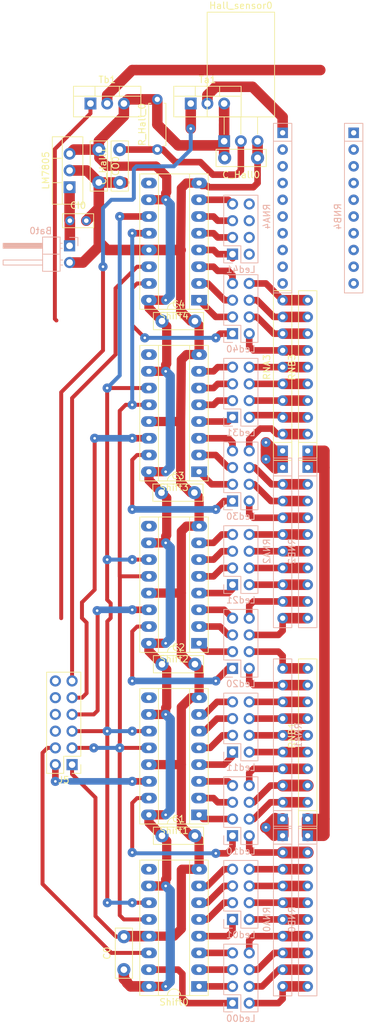
<source format=kicad_pcb>
(kicad_pcb (version 4) (host pcbnew 4.0.7-e2-6376~58~ubuntu14.04.1)

  (general
    (links 195)
    (no_connects 47)
    (area 0 0 0 0)
    (thickness 1.6)
    (drawings 0)
    (tracks 608)
    (zones 0)
    (modules 41)
    (nets 112)
  )

  (page A4)
  (layers
    (0 F.Cu signal)
    (1 In1.Cu signal)
    (2 In2.Cu signal)
    (31 B.Cu signal)
    (32 B.Adhes user)
    (33 F.Adhes user)
    (34 B.Paste user)
    (35 F.Paste user)
    (36 B.SilkS user)
    (37 F.SilkS user)
    (38 B.Mask user)
    (39 F.Mask user)
    (40 Dwgs.User user)
    (41 Cmts.User user)
    (42 Eco1.User user)
    (43 Eco2.User user)
    (44 Edge.Cuts user)
    (45 Margin user)
    (46 B.CrtYd user)
    (47 F.CrtYd user)
    (48 B.Fab user)
    (49 F.Fab user)
  )

  (setup
    (last_trace_width 0.6)
    (user_trace_width 0.6)
    (user_trace_width 1)
    (user_trace_width 1.4)
    (user_trace_width 1.6)
    (user_trace_width 1.8)
    (user_trace_width 2)
    (trace_clearance 0.8)
    (zone_clearance 0.508)
    (zone_45_only no)
    (trace_min 0.2)
    (segment_width 0.2)
    (edge_width 0.15)
    (via_size 1.4)
    (via_drill 0.4)
    (via_min_size 0.3)
    (via_min_drill 0.1)
    (uvia_size 0.5)
    (uvia_drill 0.1)
    (uvias_allowed no)
    (uvia_min_size 0.1)
    (uvia_min_drill 0.1)
    (pcb_text_width 0.3)
    (pcb_text_size 1.5 1.5)
    (mod_edge_width 0.15)
    (mod_text_size 1 1)
    (mod_text_width 0.15)
    (pad_size 1.524 1.524)
    (pad_drill 0.762)
    (pad_to_mask_clearance 0.2)
    (aux_axis_origin 0 0)
    (visible_elements FFFFEF7F)
    (pcbplotparams
      (layerselection 0x00030_80000001)
      (usegerberextensions false)
      (excludeedgelayer true)
      (linewidth 0.100000)
      (plotframeref false)
      (viasonmask false)
      (mode 1)
      (useauxorigin false)
      (hpglpennumber 1)
      (hpglpenspeed 20)
      (hpglpendiameter 15)
      (hpglpenoverlay 2)
      (psnegative false)
      (psa4output false)
      (plotreference true)
      (plotvalue true)
      (plotinvisibletext false)
      (padsonsilk false)
      (subtractmaskfromsilk false)
      (outputformat 1)
      (mirror false)
      (drillshape 1)
      (scaleselection 1)
      (outputdirectory ""))
  )

  (net 0 "")
  (net 1 Vbat)
  (net 2 GND)
  (net 3 VCC)
  (net 4 Serial_Data_0)
  (net 5 Serial_Data_1)
  (net 6 Serial_Data_2)
  (net 7 Serial_Data_3)
  (net 8 Serial_Data_4)
  (net 9 Command_TB)
  (net 10 Command_TA)
  (net 11 Lock)
  (net 12 Clock)
  (net 13 Alim_led_A)
  (net 14 "Net-(RNA4-Pad6)")
  (net 15 Alime_led_B)
  (net 16 "Net-(RNB4-Pad6)")
  (net 17 "Net-(Shift0-Pad9)")
  (net 18 "Net-(Shift1-Pad9)")
  (net 19 "Net-(Shift2-Pad9)")
  (net 20 "Net-(Shift3-Pad9)")
  (net 21 "Net-(Shift4-Pad9)")
  (net 22 "Net-(RNA4-Pad2)")
  (net 23 "Net-(RNA4-Pad3)")
  (net 24 "Net-(RNA4-Pad4)")
  (net 25 "Net-(RNA4-Pad5)")
  (net 26 "Net-(RNB4-Pad2)")
  (net 27 "Net-(RNB4-Pad3)")
  (net 28 "Net-(RNB4-Pad4)")
  (net 29 "Net-(RNB4-Pad5)")
  (net 30 Hall_Sensor)
  (net 31 "Net-(Led00-Pad1)")
  (net 32 "Net-(Led00-Pad2)")
  (net 33 "Net-(Led00-Pad3)")
  (net 34 "Net-(Led00-Pad4)")
  (net 35 "Net-(Led00-Pad5)")
  (net 36 "Net-(Led00-Pad6)")
  (net 37 "Net-(Led00-Pad7)")
  (net 38 "Net-(Led00-Pad8)")
  (net 39 "Net-(Led01-Pad1)")
  (net 40 "Net-(Led01-Pad2)")
  (net 41 "Net-(Led01-Pad3)")
  (net 42 "Net-(Led01-Pad4)")
  (net 43 "Net-(Led01-Pad5)")
  (net 44 "Net-(Led01-Pad6)")
  (net 45 "Net-(Led01-Pad7)")
  (net 46 "Net-(Led01-Pad8)")
  (net 47 "Net-(Led10-Pad1)")
  (net 48 "Net-(Led10-Pad2)")
  (net 49 "Net-(Led10-Pad3)")
  (net 50 "Net-(Led10-Pad4)")
  (net 51 "Net-(Led10-Pad5)")
  (net 52 "Net-(Led10-Pad6)")
  (net 53 "Net-(Led10-Pad7)")
  (net 54 "Net-(Led10-Pad8)")
  (net 55 "Net-(Led11-Pad1)")
  (net 56 "Net-(Led11-Pad2)")
  (net 57 "Net-(Led11-Pad3)")
  (net 58 "Net-(Led11-Pad4)")
  (net 59 "Net-(Led11-Pad5)")
  (net 60 "Net-(Led11-Pad6)")
  (net 61 "Net-(Led11-Pad7)")
  (net 62 "Net-(Led11-Pad8)")
  (net 63 "Net-(Led20-Pad1)")
  (net 64 "Net-(Led20-Pad2)")
  (net 65 "Net-(Led20-Pad3)")
  (net 66 "Net-(Led20-Pad4)")
  (net 67 "Net-(Led20-Pad5)")
  (net 68 "Net-(Led20-Pad6)")
  (net 69 "Net-(Led20-Pad7)")
  (net 70 "Net-(Led20-Pad8)")
  (net 71 "Net-(Led21-Pad1)")
  (net 72 "Net-(Led21-Pad2)")
  (net 73 "Net-(Led21-Pad3)")
  (net 74 "Net-(Led21-Pad4)")
  (net 75 "Net-(Led21-Pad5)")
  (net 76 "Net-(Led21-Pad6)")
  (net 77 "Net-(Led21-Pad7)")
  (net 78 "Net-(Led21-Pad8)")
  (net 79 "Net-(Led30-Pad1)")
  (net 80 "Net-(Led30-Pad2)")
  (net 81 "Net-(Led30-Pad3)")
  (net 82 "Net-(Led30-Pad4)")
  (net 83 "Net-(Led30-Pad5)")
  (net 84 "Net-(Led30-Pad6)")
  (net 85 "Net-(Led30-Pad7)")
  (net 86 "Net-(Led30-Pad8)")
  (net 87 "Net-(Led31-Pad1)")
  (net 88 "Net-(Led31-Pad2)")
  (net 89 "Net-(Led31-Pad3)")
  (net 90 "Net-(Led31-Pad4)")
  (net 91 "Net-(Led31-Pad5)")
  (net 92 "Net-(Led31-Pad6)")
  (net 93 "Net-(Led31-Pad7)")
  (net 94 "Net-(Led31-Pad8)")
  (net 95 "Net-(Led40-Pad1)")
  (net 96 "Net-(Led40-Pad2)")
  (net 97 "Net-(Led40-Pad3)")
  (net 98 "Net-(Led40-Pad4)")
  (net 99 "Net-(Led40-Pad5)")
  (net 100 "Net-(Led40-Pad6)")
  (net 101 "Net-(Led40-Pad7)")
  (net 102 "Net-(Led40-Pad8)")
  (net 103 "Net-(Led41-Pad1)")
  (net 104 "Net-(Led41-Pad2)")
  (net 105 "Net-(Led41-Pad3)")
  (net 106 "Net-(Led41-Pad4)")
  (net 107 "Net-(Led41-Pad5)")
  (net 108 "Net-(Led41-Pad6)")
  (net 109 "Net-(Led41-Pad7)")
  (net 110 "Net-(Led41-Pad8)")
  (net 111 "Net-(J5-Pad6)")

  (net_class Default "This is the default net class."
    (clearance 0.8)
    (trace_width 1)
    (via_dia 1.4)
    (via_drill 0.4)
    (uvia_dia 0.5)
    (uvia_drill 0.1)
    (add_net Alim_led_A)
    (add_net Alime_led_B)
    (add_net Clock)
    (add_net Command_TA)
    (add_net Command_TB)
    (add_net GND)
    (add_net Hall_Sensor)
    (add_net Lock)
    (add_net "Net-(J5-Pad6)")
    (add_net "Net-(Led00-Pad1)")
    (add_net "Net-(Led00-Pad2)")
    (add_net "Net-(Led00-Pad3)")
    (add_net "Net-(Led00-Pad4)")
    (add_net "Net-(Led00-Pad5)")
    (add_net "Net-(Led00-Pad6)")
    (add_net "Net-(Led00-Pad7)")
    (add_net "Net-(Led00-Pad8)")
    (add_net "Net-(Led01-Pad1)")
    (add_net "Net-(Led01-Pad2)")
    (add_net "Net-(Led01-Pad3)")
    (add_net "Net-(Led01-Pad4)")
    (add_net "Net-(Led01-Pad5)")
    (add_net "Net-(Led01-Pad6)")
    (add_net "Net-(Led01-Pad7)")
    (add_net "Net-(Led01-Pad8)")
    (add_net "Net-(Led10-Pad1)")
    (add_net "Net-(Led10-Pad2)")
    (add_net "Net-(Led10-Pad3)")
    (add_net "Net-(Led10-Pad4)")
    (add_net "Net-(Led10-Pad5)")
    (add_net "Net-(Led10-Pad6)")
    (add_net "Net-(Led10-Pad7)")
    (add_net "Net-(Led10-Pad8)")
    (add_net "Net-(Led11-Pad1)")
    (add_net "Net-(Led11-Pad2)")
    (add_net "Net-(Led11-Pad3)")
    (add_net "Net-(Led11-Pad4)")
    (add_net "Net-(Led11-Pad5)")
    (add_net "Net-(Led11-Pad6)")
    (add_net "Net-(Led11-Pad7)")
    (add_net "Net-(Led11-Pad8)")
    (add_net "Net-(Led20-Pad1)")
    (add_net "Net-(Led20-Pad2)")
    (add_net "Net-(Led20-Pad3)")
    (add_net "Net-(Led20-Pad4)")
    (add_net "Net-(Led20-Pad5)")
    (add_net "Net-(Led20-Pad6)")
    (add_net "Net-(Led20-Pad7)")
    (add_net "Net-(Led20-Pad8)")
    (add_net "Net-(Led21-Pad1)")
    (add_net "Net-(Led21-Pad2)")
    (add_net "Net-(Led21-Pad3)")
    (add_net "Net-(Led21-Pad4)")
    (add_net "Net-(Led21-Pad5)")
    (add_net "Net-(Led21-Pad6)")
    (add_net "Net-(Led21-Pad7)")
    (add_net "Net-(Led21-Pad8)")
    (add_net "Net-(Led30-Pad1)")
    (add_net "Net-(Led30-Pad2)")
    (add_net "Net-(Led30-Pad3)")
    (add_net "Net-(Led30-Pad4)")
    (add_net "Net-(Led30-Pad5)")
    (add_net "Net-(Led30-Pad6)")
    (add_net "Net-(Led30-Pad7)")
    (add_net "Net-(Led30-Pad8)")
    (add_net "Net-(Led31-Pad1)")
    (add_net "Net-(Led31-Pad2)")
    (add_net "Net-(Led31-Pad3)")
    (add_net "Net-(Led31-Pad4)")
    (add_net "Net-(Led31-Pad5)")
    (add_net "Net-(Led31-Pad6)")
    (add_net "Net-(Led31-Pad7)")
    (add_net "Net-(Led31-Pad8)")
    (add_net "Net-(Led40-Pad1)")
    (add_net "Net-(Led40-Pad2)")
    (add_net "Net-(Led40-Pad3)")
    (add_net "Net-(Led40-Pad4)")
    (add_net "Net-(Led40-Pad5)")
    (add_net "Net-(Led40-Pad6)")
    (add_net "Net-(Led40-Pad7)")
    (add_net "Net-(Led40-Pad8)")
    (add_net "Net-(Led41-Pad1)")
    (add_net "Net-(Led41-Pad2)")
    (add_net "Net-(Led41-Pad3)")
    (add_net "Net-(Led41-Pad4)")
    (add_net "Net-(Led41-Pad5)")
    (add_net "Net-(Led41-Pad6)")
    (add_net "Net-(Led41-Pad7)")
    (add_net "Net-(Led41-Pad8)")
    (add_net "Net-(RNA4-Pad2)")
    (add_net "Net-(RNA4-Pad3)")
    (add_net "Net-(RNA4-Pad4)")
    (add_net "Net-(RNA4-Pad5)")
    (add_net "Net-(RNA4-Pad6)")
    (add_net "Net-(RNB4-Pad2)")
    (add_net "Net-(RNB4-Pad3)")
    (add_net "Net-(RNB4-Pad4)")
    (add_net "Net-(RNB4-Pad5)")
    (add_net "Net-(RNB4-Pad6)")
    (add_net "Net-(Shift0-Pad9)")
    (add_net "Net-(Shift1-Pad9)")
    (add_net "Net-(Shift2-Pad9)")
    (add_net "Net-(Shift3-Pad9)")
    (add_net "Net-(Shift4-Pad9)")
    (add_net Serial_Data_0)
    (add_net Serial_Data_1)
    (add_net Serial_Data_2)
    (add_net Serial_Data_3)
    (add_net Serial_Data_4)
    (add_net VCC)
    (add_net Vbat)
  )

  (net_class big ""
    (clearance 0.8)
    (trace_width 2)
    (via_dia 2.8)
    (via_drill 0.4)
    (uvia_dia 0.5)
    (uvia_drill 0.1)
  )

  (net_class small ""
    (clearance 0.8)
    (trace_width 0.6)
    (via_dia 0.84)
    (via_drill 0.4)
    (uvia_dia 0.5)
    (uvia_drill 0.1)
  )

  (net_class wire ""
    (clearance 0)
    (trace_width 0.2)
    (via_dia 1.4)
    (via_drill 0.4)
    (uvia_dia 0.5)
    (uvia_drill 0.1)
  )

  (module Resistors_THT:R_Array_SIP10 (layer B.Cu) (tedit 57FA3974) (tstamp 5AA3C422)
    (at 214.63 79.375 270)
    (descr "10-pin Resistor SIP pack")
    (tags R)
    (path /5AA3C9D5)
    (fp_text reference RNA2 (at 12.7 2.4 270) (layer B.SilkS)
      (effects (font (size 1 1) (thickness 0.15)) (justify mirror))
    )
    (fp_text value R_Network09 (at 12.7 -2.4 270) (layer B.Fab)
      (effects (font (size 1 1) (thickness 0.15)) (justify mirror))
    )
    (fp_line (start -1.29 1.25) (end -1.29 -1.25) (layer B.Fab) (width 0.1))
    (fp_line (start -1.29 -1.25) (end 24.15 -1.25) (layer B.Fab) (width 0.1))
    (fp_line (start 24.15 -1.25) (end 24.15 1.25) (layer B.Fab) (width 0.1))
    (fp_line (start 24.15 1.25) (end -1.29 1.25) (layer B.Fab) (width 0.1))
    (fp_line (start 1.27 1.25) (end 1.27 -1.25) (layer B.Fab) (width 0.1))
    (fp_line (start -1.44 1.4) (end -1.44 -1.4) (layer B.SilkS) (width 0.12))
    (fp_line (start -1.44 -1.4) (end 24.3 -1.4) (layer B.SilkS) (width 0.12))
    (fp_line (start 24.3 -1.4) (end 24.3 1.4) (layer B.SilkS) (width 0.12))
    (fp_line (start 24.3 1.4) (end -1.44 1.4) (layer B.SilkS) (width 0.12))
    (fp_line (start 1.27 1.4) (end 1.27 -1.4) (layer B.SilkS) (width 0.12))
    (fp_line (start -1.7 1.65) (end -1.7 -1.65) (layer B.CrtYd) (width 0.05))
    (fp_line (start -1.7 -1.65) (end 24.55 -1.65) (layer B.CrtYd) (width 0.05))
    (fp_line (start 24.55 -1.65) (end 24.55 1.65) (layer B.CrtYd) (width 0.05))
    (fp_line (start 24.55 1.65) (end -1.7 1.65) (layer B.CrtYd) (width 0.05))
    (pad 1 thru_hole rect (at 0 0 270) (size 1.6 1.6) (drill 0.8) (layers *.Cu *.Mask)
      (net 13 Alim_led_A))
    (pad 2 thru_hole oval (at 2.54 0 270) (size 1.6 1.6) (drill 0.8) (layers *.Cu *.Mask)
      (net 84 "Net-(Led30-Pad6)"))
    (pad 3 thru_hole oval (at 5.08 0 270) (size 1.6 1.6) (drill 0.8) (layers *.Cu *.Mask)
      (net 82 "Net-(Led30-Pad4)"))
    (pad 4 thru_hole oval (at 7.62 0 270) (size 1.6 1.6) (drill 0.8) (layers *.Cu *.Mask)
      (net 80 "Net-(Led30-Pad2)"))
    (pad 5 thru_hole oval (at 10.16 0 270) (size 1.6 1.6) (drill 0.8) (layers *.Cu *.Mask)
      (net 78 "Net-(Led21-Pad8)"))
    (pad 6 thru_hole oval (at 12.7 0 270) (size 1.6 1.6) (drill 0.8) (layers *.Cu *.Mask)
      (net 76 "Net-(Led21-Pad6)"))
    (pad 7 thru_hole oval (at 15.24 0 270) (size 1.6 1.6) (drill 0.8) (layers *.Cu *.Mask)
      (net 74 "Net-(Led21-Pad4)"))
    (pad 8 thru_hole oval (at 17.78 0 270) (size 1.6 1.6) (drill 0.8) (layers *.Cu *.Mask)
      (net 72 "Net-(Led21-Pad2)"))
    (pad 9 thru_hole oval (at 20.32 0 270) (size 1.6 1.6) (drill 0.8) (layers *.Cu *.Mask)
      (net 70 "Net-(Led20-Pad8)"))
    (pad 10 thru_hole oval (at 22.86 0 270) (size 1.6 1.6) (drill 0.8) (layers *.Cu *.Mask)
      (net 68 "Net-(Led20-Pad6)"))
    (model ${KISYS3DMOD}/Resistors_THT.3dshapes/R_Array_SIP10.wrl
      (at (xyz 0 0 0))
      (scale (xyz 0.39 0.39 0.39))
      (rotate (xyz 0 0 0))
    )
  )

  (module Housings_DIP:DIP-16_W7.62mm_Socket_LongPads (layer F.Cu) (tedit 58CC8E2D) (tstamp 5AA3C498)
    (at 201.93 158.115 180)
    (descr "16-lead dip package, row spacing 7.62 mm (300 mils), Socket, LongPads")
    (tags "DIL DIP PDIP 2.54mm 7.62mm 300mil Socket LongPads")
    (path /5A9F9E11)
    (fp_text reference Shift0 (at 3.81 -2.39 180) (layer F.SilkS)
      (effects (font (size 1 1) (thickness 0.15)))
    )
    (fp_text value 74LS595 (at 3.81 20.17 180) (layer F.Fab)
      (effects (font (size 1 1) (thickness 0.15)))
    )
    (fp_text user %R (at 3.81 8.89 180) (layer F.Fab)
      (effects (font (size 1 1) (thickness 0.15)))
    )
    (fp_line (start 1.635 -1.27) (end 6.985 -1.27) (layer F.Fab) (width 0.1))
    (fp_line (start 6.985 -1.27) (end 6.985 19.05) (layer F.Fab) (width 0.1))
    (fp_line (start 6.985 19.05) (end 0.635 19.05) (layer F.Fab) (width 0.1))
    (fp_line (start 0.635 19.05) (end 0.635 -0.27) (layer F.Fab) (width 0.1))
    (fp_line (start 0.635 -0.27) (end 1.635 -1.27) (layer F.Fab) (width 0.1))
    (fp_line (start -1.27 -1.27) (end -1.27 19.05) (layer F.Fab) (width 0.1))
    (fp_line (start -1.27 19.05) (end 8.89 19.05) (layer F.Fab) (width 0.1))
    (fp_line (start 8.89 19.05) (end 8.89 -1.27) (layer F.Fab) (width 0.1))
    (fp_line (start 8.89 -1.27) (end -1.27 -1.27) (layer F.Fab) (width 0.1))
    (fp_line (start 2.81 -1.39) (end 1.44 -1.39) (layer F.SilkS) (width 0.12))
    (fp_line (start 1.44 -1.39) (end 1.44 19.17) (layer F.SilkS) (width 0.12))
    (fp_line (start 1.44 19.17) (end 6.18 19.17) (layer F.SilkS) (width 0.12))
    (fp_line (start 6.18 19.17) (end 6.18 -1.39) (layer F.SilkS) (width 0.12))
    (fp_line (start 6.18 -1.39) (end 4.81 -1.39) (layer F.SilkS) (width 0.12))
    (fp_line (start -1.39 -1.39) (end -1.39 19.17) (layer F.SilkS) (width 0.12))
    (fp_line (start -1.39 19.17) (end 9.01 19.17) (layer F.SilkS) (width 0.12))
    (fp_line (start 9.01 19.17) (end 9.01 -1.39) (layer F.SilkS) (width 0.12))
    (fp_line (start 9.01 -1.39) (end -1.39 -1.39) (layer F.SilkS) (width 0.12))
    (fp_line (start -1.7 -1.7) (end -1.7 19.5) (layer F.CrtYd) (width 0.05))
    (fp_line (start -1.7 19.5) (end 9.3 19.5) (layer F.CrtYd) (width 0.05))
    (fp_line (start 9.3 19.5) (end 9.3 -1.7) (layer F.CrtYd) (width 0.05))
    (fp_line (start 9.3 -1.7) (end -1.7 -1.7) (layer F.CrtYd) (width 0.05))
    (fp_arc (start 3.81 -1.39) (end 2.81 -1.39) (angle -180) (layer F.SilkS) (width 0.12))
    (pad 1 thru_hole rect (at 0 0 180) (size 2.4 1.6) (drill 0.8) (layers *.Cu *.Mask)
      (net 33 "Net-(Led00-Pad3)"))
    (pad 9 thru_hole oval (at 7.62 17.78 180) (size 2.4 1.6) (drill 0.8) (layers *.Cu *.Mask)
      (net 17 "Net-(Shift0-Pad9)"))
    (pad 2 thru_hole oval (at 0 2.54 180) (size 2.4 1.6) (drill 0.8) (layers *.Cu *.Mask)
      (net 35 "Net-(Led00-Pad5)"))
    (pad 10 thru_hole oval (at 7.62 15.24 180) (size 2.4 1.6) (drill 0.8) (layers *.Cu *.Mask)
      (net 3 VCC))
    (pad 3 thru_hole oval (at 0 5.08 180) (size 2.4 1.6) (drill 0.8) (layers *.Cu *.Mask)
      (net 37 "Net-(Led00-Pad7)"))
    (pad 11 thru_hole oval (at 7.62 12.7 180) (size 2.4 1.6) (drill 0.8) (layers *.Cu *.Mask)
      (net 12 Clock))
    (pad 4 thru_hole oval (at 0 7.62 180) (size 2.4 1.6) (drill 0.8) (layers *.Cu *.Mask)
      (net 39 "Net-(Led01-Pad1)"))
    (pad 12 thru_hole oval (at 7.62 10.16 180) (size 2.4 1.6) (drill 0.8) (layers *.Cu *.Mask)
      (net 11 Lock))
    (pad 5 thru_hole oval (at 0 10.16 180) (size 2.4 1.6) (drill 0.8) (layers *.Cu *.Mask)
      (net 41 "Net-(Led01-Pad3)"))
    (pad 13 thru_hole oval (at 7.62 7.62 180) (size 2.4 1.6) (drill 0.8) (layers *.Cu *.Mask)
      (net 2 GND))
    (pad 6 thru_hole oval (at 0 12.7 180) (size 2.4 1.6) (drill 0.8) (layers *.Cu *.Mask)
      (net 43 "Net-(Led01-Pad5)"))
    (pad 14 thru_hole oval (at 7.62 5.08 180) (size 2.4 1.6) (drill 0.8) (layers *.Cu *.Mask)
      (net 4 Serial_Data_0))
    (pad 7 thru_hole oval (at 0 15.24 180) (size 2.4 1.6) (drill 0.8) (layers *.Cu *.Mask)
      (net 45 "Net-(Led01-Pad7)"))
    (pad 15 thru_hole oval (at 7.62 2.54 180) (size 2.4 1.6) (drill 0.8) (layers *.Cu *.Mask)
      (net 31 "Net-(Led00-Pad1)"))
    (pad 8 thru_hole oval (at 0 17.78 180) (size 2.4 1.6) (drill 0.8) (layers *.Cu *.Mask)
      (net 2 GND))
    (pad 16 thru_hole oval (at 7.62 0 180) (size 2.4 1.6) (drill 0.8) (layers *.Cu *.Mask)
      (net 3 VCC))
    (model ${KISYS3DMOD}/Housings_DIP.3dshapes/DIP-16_W7.62mm_Socket_LongPads.wrl
      (at (xyz 0 0 0))
      (scale (xyz 1 1 1))
      (rotate (xyz 0 0 0))
    )
  )

  (module Housings_DIP:DIP-16_W7.62mm_Socket_LongPads (layer F.Cu) (tedit 58CC8E2D) (tstamp 5AA3C4E8)
    (at 201.93 53.975 180)
    (descr "16-lead dip package, row spacing 7.62 mm (300 mils), Socket, LongPads")
    (tags "DIL DIP PDIP 2.54mm 7.62mm 300mil Socket LongPads")
    (path /5AA05925)
    (fp_text reference Shift4 (at 3.81 -2.39 180) (layer F.SilkS)
      (effects (font (size 1 1) (thickness 0.15)))
    )
    (fp_text value 74LS595 (at 3.81 20.17 180) (layer F.Fab)
      (effects (font (size 1 1) (thickness 0.15)))
    )
    (fp_text user %R (at 3.81 8.89 180) (layer F.Fab)
      (effects (font (size 1 1) (thickness 0.15)))
    )
    (fp_line (start 1.635 -1.27) (end 6.985 -1.27) (layer F.Fab) (width 0.1))
    (fp_line (start 6.985 -1.27) (end 6.985 19.05) (layer F.Fab) (width 0.1))
    (fp_line (start 6.985 19.05) (end 0.635 19.05) (layer F.Fab) (width 0.1))
    (fp_line (start 0.635 19.05) (end 0.635 -0.27) (layer F.Fab) (width 0.1))
    (fp_line (start 0.635 -0.27) (end 1.635 -1.27) (layer F.Fab) (width 0.1))
    (fp_line (start -1.27 -1.27) (end -1.27 19.05) (layer F.Fab) (width 0.1))
    (fp_line (start -1.27 19.05) (end 8.89 19.05) (layer F.Fab) (width 0.1))
    (fp_line (start 8.89 19.05) (end 8.89 -1.27) (layer F.Fab) (width 0.1))
    (fp_line (start 8.89 -1.27) (end -1.27 -1.27) (layer F.Fab) (width 0.1))
    (fp_line (start 2.81 -1.39) (end 1.44 -1.39) (layer F.SilkS) (width 0.12))
    (fp_line (start 1.44 -1.39) (end 1.44 19.17) (layer F.SilkS) (width 0.12))
    (fp_line (start 1.44 19.17) (end 6.18 19.17) (layer F.SilkS) (width 0.12))
    (fp_line (start 6.18 19.17) (end 6.18 -1.39) (layer F.SilkS) (width 0.12))
    (fp_line (start 6.18 -1.39) (end 4.81 -1.39) (layer F.SilkS) (width 0.12))
    (fp_line (start -1.39 -1.39) (end -1.39 19.17) (layer F.SilkS) (width 0.12))
    (fp_line (start -1.39 19.17) (end 9.01 19.17) (layer F.SilkS) (width 0.12))
    (fp_line (start 9.01 19.17) (end 9.01 -1.39) (layer F.SilkS) (width 0.12))
    (fp_line (start 9.01 -1.39) (end -1.39 -1.39) (layer F.SilkS) (width 0.12))
    (fp_line (start -1.7 -1.7) (end -1.7 19.5) (layer F.CrtYd) (width 0.05))
    (fp_line (start -1.7 19.5) (end 9.3 19.5) (layer F.CrtYd) (width 0.05))
    (fp_line (start 9.3 19.5) (end 9.3 -1.7) (layer F.CrtYd) (width 0.05))
    (fp_line (start 9.3 -1.7) (end -1.7 -1.7) (layer F.CrtYd) (width 0.05))
    (fp_arc (start 3.81 -1.39) (end 2.81 -1.39) (angle -180) (layer F.SilkS) (width 0.12))
    (pad 1 thru_hole rect (at 0 0 180) (size 2.4 1.6) (drill 0.8) (layers *.Cu *.Mask)
      (net 97 "Net-(Led40-Pad3)"))
    (pad 9 thru_hole oval (at 7.62 17.78 180) (size 2.4 1.6) (drill 0.8) (layers *.Cu *.Mask)
      (net 21 "Net-(Shift4-Pad9)"))
    (pad 2 thru_hole oval (at 0 2.54 180) (size 2.4 1.6) (drill 0.8) (layers *.Cu *.Mask)
      (net 99 "Net-(Led40-Pad5)"))
    (pad 10 thru_hole oval (at 7.62 15.24 180) (size 2.4 1.6) (drill 0.8) (layers *.Cu *.Mask)
      (net 3 VCC))
    (pad 3 thru_hole oval (at 0 5.08 180) (size 2.4 1.6) (drill 0.8) (layers *.Cu *.Mask)
      (net 101 "Net-(Led40-Pad7)"))
    (pad 11 thru_hole oval (at 7.62 12.7 180) (size 2.4 1.6) (drill 0.8) (layers *.Cu *.Mask)
      (net 12 Clock))
    (pad 4 thru_hole oval (at 0 7.62 180) (size 2.4 1.6) (drill 0.8) (layers *.Cu *.Mask)
      (net 103 "Net-(Led41-Pad1)"))
    (pad 12 thru_hole oval (at 7.62 10.16 180) (size 2.4 1.6) (drill 0.8) (layers *.Cu *.Mask)
      (net 11 Lock))
    (pad 5 thru_hole oval (at 0 10.16 180) (size 2.4 1.6) (drill 0.8) (layers *.Cu *.Mask)
      (net 105 "Net-(Led41-Pad3)"))
    (pad 13 thru_hole oval (at 7.62 7.62 180) (size 2.4 1.6) (drill 0.8) (layers *.Cu *.Mask)
      (net 2 GND))
    (pad 6 thru_hole oval (at 0 12.7 180) (size 2.4 1.6) (drill 0.8) (layers *.Cu *.Mask)
      (net 107 "Net-(Led41-Pad5)"))
    (pad 14 thru_hole oval (at 7.62 5.08 180) (size 2.4 1.6) (drill 0.8) (layers *.Cu *.Mask)
      (net 8 Serial_Data_4))
    (pad 7 thru_hole oval (at 0 15.24 180) (size 2.4 1.6) (drill 0.8) (layers *.Cu *.Mask)
      (net 109 "Net-(Led41-Pad7)"))
    (pad 15 thru_hole oval (at 7.62 2.54 180) (size 2.4 1.6) (drill 0.8) (layers *.Cu *.Mask)
      (net 95 "Net-(Led40-Pad1)"))
    (pad 8 thru_hole oval (at 0 17.78 180) (size 2.4 1.6) (drill 0.8) (layers *.Cu *.Mask)
      (net 2 GND))
    (pad 16 thru_hole oval (at 7.62 0 180) (size 2.4 1.6) (drill 0.8) (layers *.Cu *.Mask)
      (net 3 VCC))
    (model ${KISYS3DMOD}/Housings_DIP.3dshapes/DIP-16_W7.62mm_Socket_LongPads.wrl
      (at (xyz 0 0 0))
      (scale (xyz 1 1 1))
      (rotate (xyz 0 0 0))
    )
  )

  (module Housings_DIP:DIP-16_W7.62mm_Socket_LongPads (layer F.Cu) (tedit 58CC8E2D) (tstamp 5AA3C4AC)
    (at 201.93 132.08 180)
    (descr "16-lead dip package, row spacing 7.62 mm (300 mils), Socket, LongPads")
    (tags "DIL DIP PDIP 2.54mm 7.62mm 300mil Socket LongPads")
    (path /5AA03953)
    (fp_text reference Shift1 (at 3.81 -2.39 180) (layer F.SilkS)
      (effects (font (size 1 1) (thickness 0.15)))
    )
    (fp_text value 74LS595 (at 3.81 20.17 180) (layer F.Fab)
      (effects (font (size 1 1) (thickness 0.15)))
    )
    (fp_text user %R (at 3.81 8.89 180) (layer F.Fab)
      (effects (font (size 1 1) (thickness 0.15)))
    )
    (fp_line (start 1.635 -1.27) (end 6.985 -1.27) (layer F.Fab) (width 0.1))
    (fp_line (start 6.985 -1.27) (end 6.985 19.05) (layer F.Fab) (width 0.1))
    (fp_line (start 6.985 19.05) (end 0.635 19.05) (layer F.Fab) (width 0.1))
    (fp_line (start 0.635 19.05) (end 0.635 -0.27) (layer F.Fab) (width 0.1))
    (fp_line (start 0.635 -0.27) (end 1.635 -1.27) (layer F.Fab) (width 0.1))
    (fp_line (start -1.27 -1.27) (end -1.27 19.05) (layer F.Fab) (width 0.1))
    (fp_line (start -1.27 19.05) (end 8.89 19.05) (layer F.Fab) (width 0.1))
    (fp_line (start 8.89 19.05) (end 8.89 -1.27) (layer F.Fab) (width 0.1))
    (fp_line (start 8.89 -1.27) (end -1.27 -1.27) (layer F.Fab) (width 0.1))
    (fp_line (start 2.81 -1.39) (end 1.44 -1.39) (layer F.SilkS) (width 0.12))
    (fp_line (start 1.44 -1.39) (end 1.44 19.17) (layer F.SilkS) (width 0.12))
    (fp_line (start 1.44 19.17) (end 6.18 19.17) (layer F.SilkS) (width 0.12))
    (fp_line (start 6.18 19.17) (end 6.18 -1.39) (layer F.SilkS) (width 0.12))
    (fp_line (start 6.18 -1.39) (end 4.81 -1.39) (layer F.SilkS) (width 0.12))
    (fp_line (start -1.39 -1.39) (end -1.39 19.17) (layer F.SilkS) (width 0.12))
    (fp_line (start -1.39 19.17) (end 9.01 19.17) (layer F.SilkS) (width 0.12))
    (fp_line (start 9.01 19.17) (end 9.01 -1.39) (layer F.SilkS) (width 0.12))
    (fp_line (start 9.01 -1.39) (end -1.39 -1.39) (layer F.SilkS) (width 0.12))
    (fp_line (start -1.7 -1.7) (end -1.7 19.5) (layer F.CrtYd) (width 0.05))
    (fp_line (start -1.7 19.5) (end 9.3 19.5) (layer F.CrtYd) (width 0.05))
    (fp_line (start 9.3 19.5) (end 9.3 -1.7) (layer F.CrtYd) (width 0.05))
    (fp_line (start 9.3 -1.7) (end -1.7 -1.7) (layer F.CrtYd) (width 0.05))
    (fp_arc (start 3.81 -1.39) (end 2.81 -1.39) (angle -180) (layer F.SilkS) (width 0.12))
    (pad 1 thru_hole rect (at 0 0 180) (size 2.4 1.6) (drill 0.8) (layers *.Cu *.Mask)
      (net 49 "Net-(Led10-Pad3)"))
    (pad 9 thru_hole oval (at 7.62 17.78 180) (size 2.4 1.6) (drill 0.8) (layers *.Cu *.Mask)
      (net 18 "Net-(Shift1-Pad9)"))
    (pad 2 thru_hole oval (at 0 2.54 180) (size 2.4 1.6) (drill 0.8) (layers *.Cu *.Mask)
      (net 51 "Net-(Led10-Pad5)"))
    (pad 10 thru_hole oval (at 7.62 15.24 180) (size 2.4 1.6) (drill 0.8) (layers *.Cu *.Mask)
      (net 3 VCC))
    (pad 3 thru_hole oval (at 0 5.08 180) (size 2.4 1.6) (drill 0.8) (layers *.Cu *.Mask)
      (net 53 "Net-(Led10-Pad7)"))
    (pad 11 thru_hole oval (at 7.62 12.7 180) (size 2.4 1.6) (drill 0.8) (layers *.Cu *.Mask)
      (net 12 Clock))
    (pad 4 thru_hole oval (at 0 7.62 180) (size 2.4 1.6) (drill 0.8) (layers *.Cu *.Mask)
      (net 55 "Net-(Led11-Pad1)"))
    (pad 12 thru_hole oval (at 7.62 10.16 180) (size 2.4 1.6) (drill 0.8) (layers *.Cu *.Mask)
      (net 11 Lock))
    (pad 5 thru_hole oval (at 0 10.16 180) (size 2.4 1.6) (drill 0.8) (layers *.Cu *.Mask)
      (net 57 "Net-(Led11-Pad3)"))
    (pad 13 thru_hole oval (at 7.62 7.62 180) (size 2.4 1.6) (drill 0.8) (layers *.Cu *.Mask)
      (net 2 GND))
    (pad 6 thru_hole oval (at 0 12.7 180) (size 2.4 1.6) (drill 0.8) (layers *.Cu *.Mask)
      (net 59 "Net-(Led11-Pad5)"))
    (pad 14 thru_hole oval (at 7.62 5.08 180) (size 2.4 1.6) (drill 0.8) (layers *.Cu *.Mask)
      (net 5 Serial_Data_1))
    (pad 7 thru_hole oval (at 0 15.24 180) (size 2.4 1.6) (drill 0.8) (layers *.Cu *.Mask)
      (net 61 "Net-(Led11-Pad7)"))
    (pad 15 thru_hole oval (at 7.62 2.54 180) (size 2.4 1.6) (drill 0.8) (layers *.Cu *.Mask)
      (net 47 "Net-(Led10-Pad1)"))
    (pad 8 thru_hole oval (at 0 17.78 180) (size 2.4 1.6) (drill 0.8) (layers *.Cu *.Mask)
      (net 2 GND))
    (pad 16 thru_hole oval (at 7.62 0 180) (size 2.4 1.6) (drill 0.8) (layers *.Cu *.Mask)
      (net 3 VCC))
    (model ${KISYS3DMOD}/Housings_DIP.3dshapes/DIP-16_W7.62mm_Socket_LongPads.wrl
      (at (xyz 0 0 0))
      (scale (xyz 1 1 1))
      (rotate (xyz 0 0 0))
    )
  )

  (module Capacitors_THT:C_Disc_D7.5mm_W2.5mm_P5.00mm (layer F.Cu) (tedit 597BC7C2) (tstamp 5AA3C36B)
    (at 196.215 83.185)
    (descr "C, Disc series, Radial, pin pitch=5.00mm, , diameter*width=7.5*2.5mm^2, Capacitor, http://www.vishay.com/docs/28535/vy2series.pdf")
    (tags "C Disc series Radial pin pitch 5.00mm  diameter 7.5mm width 2.5mm Capacitor")
    (path /5AA0B81B)
    (fp_text reference C3 (at 2.5 -2.56) (layer F.SilkS)
      (effects (font (size 1 1) (thickness 0.15)))
    )
    (fp_text value C (at 2.5 2.56) (layer F.Fab)
      (effects (font (size 1 1) (thickness 0.15)))
    )
    (fp_line (start -1.25 -1.25) (end -1.25 1.25) (layer F.Fab) (width 0.1))
    (fp_line (start -1.25 1.25) (end 6.25 1.25) (layer F.Fab) (width 0.1))
    (fp_line (start 6.25 1.25) (end 6.25 -1.25) (layer F.Fab) (width 0.1))
    (fp_line (start 6.25 -1.25) (end -1.25 -1.25) (layer F.Fab) (width 0.1))
    (fp_line (start -1.31 -1.31) (end 6.31 -1.31) (layer F.SilkS) (width 0.12))
    (fp_line (start -1.31 1.31) (end 6.31 1.31) (layer F.SilkS) (width 0.12))
    (fp_line (start -1.31 -1.31) (end -1.31 1.31) (layer F.SilkS) (width 0.12))
    (fp_line (start 6.31 -1.31) (end 6.31 1.31) (layer F.SilkS) (width 0.12))
    (fp_line (start -1.6 -1.6) (end -1.6 1.6) (layer F.CrtYd) (width 0.05))
    (fp_line (start -1.6 1.6) (end 6.6 1.6) (layer F.CrtYd) (width 0.05))
    (fp_line (start 6.6 1.6) (end 6.6 -1.6) (layer F.CrtYd) (width 0.05))
    (fp_line (start 6.6 -1.6) (end -1.6 -1.6) (layer F.CrtYd) (width 0.05))
    (fp_text user %R (at 2.5 0) (layer F.Fab)
      (effects (font (size 1 1) (thickness 0.15)))
    )
    (pad 1 thru_hole circle (at 0 0) (size 2 2) (drill 1) (layers *.Cu *.Mask)
      (net 3 VCC))
    (pad 2 thru_hole circle (at 5 0) (size 2 2) (drill 1) (layers *.Cu *.Mask)
      (net 2 GND))
    (model ${KISYS3DMOD}/Capacitors_THT.3dshapes/C_Disc_D7.5mm_W2.5mm_P5.00mm.wrl
      (at (xyz 0 0 0))
      (scale (xyz 1 1 1))
      (rotate (xyz 0 0 0))
    )
  )

  (module Capacitors_THT:C_Disc_D7.5mm_W2.5mm_P5.00mm (layer F.Cu) (tedit 597BC7C2) (tstamp 5AA3C371)
    (at 196.295 57.15)
    (descr "C, Disc series, Radial, pin pitch=5.00mm, , diameter*width=7.5*2.5mm^2, Capacitor, http://www.vishay.com/docs/28535/vy2series.pdf")
    (tags "C Disc series Radial pin pitch 5.00mm  diameter 7.5mm width 2.5mm Capacitor")
    (path /5AA0B87C)
    (fp_text reference C4 (at 2.5 -2.56) (layer F.SilkS)
      (effects (font (size 1 1) (thickness 0.15)))
    )
    (fp_text value C (at 2.5 2.56) (layer F.Fab)
      (effects (font (size 1 1) (thickness 0.15)))
    )
    (fp_line (start -1.25 -1.25) (end -1.25 1.25) (layer F.Fab) (width 0.1))
    (fp_line (start -1.25 1.25) (end 6.25 1.25) (layer F.Fab) (width 0.1))
    (fp_line (start 6.25 1.25) (end 6.25 -1.25) (layer F.Fab) (width 0.1))
    (fp_line (start 6.25 -1.25) (end -1.25 -1.25) (layer F.Fab) (width 0.1))
    (fp_line (start -1.31 -1.31) (end 6.31 -1.31) (layer F.SilkS) (width 0.12))
    (fp_line (start -1.31 1.31) (end 6.31 1.31) (layer F.SilkS) (width 0.12))
    (fp_line (start -1.31 -1.31) (end -1.31 1.31) (layer F.SilkS) (width 0.12))
    (fp_line (start 6.31 -1.31) (end 6.31 1.31) (layer F.SilkS) (width 0.12))
    (fp_line (start -1.6 -1.6) (end -1.6 1.6) (layer F.CrtYd) (width 0.05))
    (fp_line (start -1.6 1.6) (end 6.6 1.6) (layer F.CrtYd) (width 0.05))
    (fp_line (start 6.6 1.6) (end 6.6 -1.6) (layer F.CrtYd) (width 0.05))
    (fp_line (start 6.6 -1.6) (end -1.6 -1.6) (layer F.CrtYd) (width 0.05))
    (fp_text user %R (at 2.5 0 180) (layer F.Fab)
      (effects (font (size 1 1) (thickness 0.15)))
    )
    (pad 1 thru_hole circle (at 0 0) (size 2 2) (drill 1) (layers *.Cu *.Mask)
      (net 3 VCC))
    (pad 2 thru_hole circle (at 5 0) (size 2 2) (drill 1) (layers *.Cu *.Mask)
      (net 2 GND))
    (model ${KISYS3DMOD}/Capacitors_THT.3dshapes/C_Disc_D7.5mm_W2.5mm_P5.00mm.wrl
      (at (xyz 0 0 0))
      (scale (xyz 1 1 1))
      (rotate (xyz 0 0 0))
    )
  )

  (module Resistors_THT:R_Array_SIP10 (layer F.Cu) (tedit 57FA3974) (tstamp 5AA3C45A)
    (at 218.44 132.715 90)
    (descr "10-pin Resistor SIP pack")
    (tags R)
    (path /5AA3C849)
    (fp_text reference RNB1 (at 12.7 -2.4 90) (layer F.SilkS)
      (effects (font (size 1 1) (thickness 0.15)))
    )
    (fp_text value R_Network09 (at 12.7 2.4 90) (layer F.Fab)
      (effects (font (size 1 1) (thickness 0.15)))
    )
    (fp_line (start -1.29 -1.25) (end -1.29 1.25) (layer F.Fab) (width 0.1))
    (fp_line (start -1.29 1.25) (end 24.15 1.25) (layer F.Fab) (width 0.1))
    (fp_line (start 24.15 1.25) (end 24.15 -1.25) (layer F.Fab) (width 0.1))
    (fp_line (start 24.15 -1.25) (end -1.29 -1.25) (layer F.Fab) (width 0.1))
    (fp_line (start 1.27 -1.25) (end 1.27 1.25) (layer F.Fab) (width 0.1))
    (fp_line (start -1.44 -1.4) (end -1.44 1.4) (layer F.SilkS) (width 0.12))
    (fp_line (start -1.44 1.4) (end 24.3 1.4) (layer F.SilkS) (width 0.12))
    (fp_line (start 24.3 1.4) (end 24.3 -1.4) (layer F.SilkS) (width 0.12))
    (fp_line (start 24.3 -1.4) (end -1.44 -1.4) (layer F.SilkS) (width 0.12))
    (fp_line (start 1.27 -1.4) (end 1.27 1.4) (layer F.SilkS) (width 0.12))
    (fp_line (start -1.7 -1.65) (end -1.7 1.65) (layer F.CrtYd) (width 0.05))
    (fp_line (start -1.7 1.65) (end 24.55 1.65) (layer F.CrtYd) (width 0.05))
    (fp_line (start 24.55 1.65) (end 24.55 -1.65) (layer F.CrtYd) (width 0.05))
    (fp_line (start 24.55 -1.65) (end -1.7 -1.65) (layer F.CrtYd) (width 0.05))
    (pad 1 thru_hole rect (at 0 0 90) (size 1.6 1.6) (drill 0.8) (layers *.Cu *.Mask)
      (net 15 Alime_led_B))
    (pad 2 thru_hole oval (at 2.54 0 90) (size 1.6 1.6) (drill 0.8) (layers *.Cu *.Mask)
      (net 50 "Net-(Led10-Pad4)"))
    (pad 3 thru_hole oval (at 5.08 0 90) (size 1.6 1.6) (drill 0.8) (layers *.Cu *.Mask)
      (net 52 "Net-(Led10-Pad6)"))
    (pad 4 thru_hole oval (at 7.62 0 90) (size 1.6 1.6) (drill 0.8) (layers *.Cu *.Mask)
      (net 54 "Net-(Led10-Pad8)"))
    (pad 5 thru_hole oval (at 10.16 0 90) (size 1.6 1.6) (drill 0.8) (layers *.Cu *.Mask)
      (net 56 "Net-(Led11-Pad2)"))
    (pad 6 thru_hole oval (at 12.7 0 90) (size 1.6 1.6) (drill 0.8) (layers *.Cu *.Mask)
      (net 58 "Net-(Led11-Pad4)"))
    (pad 7 thru_hole oval (at 15.24 0 90) (size 1.6 1.6) (drill 0.8) (layers *.Cu *.Mask)
      (net 60 "Net-(Led11-Pad6)"))
    (pad 8 thru_hole oval (at 17.78 0 90) (size 1.6 1.6) (drill 0.8) (layers *.Cu *.Mask)
      (net 62 "Net-(Led11-Pad8)"))
    (pad 9 thru_hole oval (at 20.32 0 90) (size 1.6 1.6) (drill 0.8) (layers *.Cu *.Mask)
      (net 64 "Net-(Led20-Pad2)"))
    (pad 10 thru_hole oval (at 22.86 0 90) (size 1.6 1.6) (drill 0.8) (layers *.Cu *.Mask)
      (net 66 "Net-(Led20-Pad4)"))
    (model ${KISYS3DMOD}/Resistors_THT.3dshapes/R_Array_SIP10.wrl
      (at (xyz 0 0 0))
      (scale (xyz 0.39 0.39 0.39))
      (rotate (xyz 0 0 0))
    )
  )

  (module Pin_Headers:Pin_Header_Angled_1x02_Pitch2.54mm (layer B.Cu) (tedit 59650532) (tstamp 5AA3C353)
    (at 182.245 45.72 180)
    (descr "Through hole angled pin header, 1x02, 2.54mm pitch, 6mm pin length, single row")
    (tags "Through hole angled pin header THT 1x02 2.54mm single row")
    (path /5AA235AF)
    (fp_text reference Bat0 (at 4.385 2.27 180) (layer B.SilkS)
      (effects (font (size 1 1) (thickness 0.15)) (justify mirror))
    )
    (fp_text value Conn_01x02 (at 4.385 -4.81 180) (layer B.Fab)
      (effects (font (size 1 1) (thickness 0.15)) (justify mirror))
    )
    (fp_line (start 2.135 1.27) (end 4.04 1.27) (layer B.Fab) (width 0.1))
    (fp_line (start 4.04 1.27) (end 4.04 -3.81) (layer B.Fab) (width 0.1))
    (fp_line (start 4.04 -3.81) (end 1.5 -3.81) (layer B.Fab) (width 0.1))
    (fp_line (start 1.5 -3.81) (end 1.5 0.635) (layer B.Fab) (width 0.1))
    (fp_line (start 1.5 0.635) (end 2.135 1.27) (layer B.Fab) (width 0.1))
    (fp_line (start -0.32 0.32) (end 1.5 0.32) (layer B.Fab) (width 0.1))
    (fp_line (start -0.32 0.32) (end -0.32 -0.32) (layer B.Fab) (width 0.1))
    (fp_line (start -0.32 -0.32) (end 1.5 -0.32) (layer B.Fab) (width 0.1))
    (fp_line (start 4.04 0.32) (end 10.04 0.32) (layer B.Fab) (width 0.1))
    (fp_line (start 10.04 0.32) (end 10.04 -0.32) (layer B.Fab) (width 0.1))
    (fp_line (start 4.04 -0.32) (end 10.04 -0.32) (layer B.Fab) (width 0.1))
    (fp_line (start -0.32 -2.22) (end 1.5 -2.22) (layer B.Fab) (width 0.1))
    (fp_line (start -0.32 -2.22) (end -0.32 -2.86) (layer B.Fab) (width 0.1))
    (fp_line (start -0.32 -2.86) (end 1.5 -2.86) (layer B.Fab) (width 0.1))
    (fp_line (start 4.04 -2.22) (end 10.04 -2.22) (layer B.Fab) (width 0.1))
    (fp_line (start 10.04 -2.22) (end 10.04 -2.86) (layer B.Fab) (width 0.1))
    (fp_line (start 4.04 -2.86) (end 10.04 -2.86) (layer B.Fab) (width 0.1))
    (fp_line (start 1.44 1.33) (end 1.44 -3.87) (layer B.SilkS) (width 0.12))
    (fp_line (start 1.44 -3.87) (end 4.1 -3.87) (layer B.SilkS) (width 0.12))
    (fp_line (start 4.1 -3.87) (end 4.1 1.33) (layer B.SilkS) (width 0.12))
    (fp_line (start 4.1 1.33) (end 1.44 1.33) (layer B.SilkS) (width 0.12))
    (fp_line (start 4.1 0.38) (end 10.1 0.38) (layer B.SilkS) (width 0.12))
    (fp_line (start 10.1 0.38) (end 10.1 -0.38) (layer B.SilkS) (width 0.12))
    (fp_line (start 10.1 -0.38) (end 4.1 -0.38) (layer B.SilkS) (width 0.12))
    (fp_line (start 4.1 0.32) (end 10.1 0.32) (layer B.SilkS) (width 0.12))
    (fp_line (start 4.1 0.2) (end 10.1 0.2) (layer B.SilkS) (width 0.12))
    (fp_line (start 4.1 0.08) (end 10.1 0.08) (layer B.SilkS) (width 0.12))
    (fp_line (start 4.1 -0.04) (end 10.1 -0.04) (layer B.SilkS) (width 0.12))
    (fp_line (start 4.1 -0.16) (end 10.1 -0.16) (layer B.SilkS) (width 0.12))
    (fp_line (start 4.1 -0.28) (end 10.1 -0.28) (layer B.SilkS) (width 0.12))
    (fp_line (start 1.11 0.38) (end 1.44 0.38) (layer B.SilkS) (width 0.12))
    (fp_line (start 1.11 -0.38) (end 1.44 -0.38) (layer B.SilkS) (width 0.12))
    (fp_line (start 1.44 -1.27) (end 4.1 -1.27) (layer B.SilkS) (width 0.12))
    (fp_line (start 4.1 -2.16) (end 10.1 -2.16) (layer B.SilkS) (width 0.12))
    (fp_line (start 10.1 -2.16) (end 10.1 -2.92) (layer B.SilkS) (width 0.12))
    (fp_line (start 10.1 -2.92) (end 4.1 -2.92) (layer B.SilkS) (width 0.12))
    (fp_line (start 1.042929 -2.16) (end 1.44 -2.16) (layer B.SilkS) (width 0.12))
    (fp_line (start 1.042929 -2.92) (end 1.44 -2.92) (layer B.SilkS) (width 0.12))
    (fp_line (start -1.27 0) (end -1.27 1.27) (layer B.SilkS) (width 0.12))
    (fp_line (start -1.27 1.27) (end 0 1.27) (layer B.SilkS) (width 0.12))
    (fp_line (start -1.8 1.8) (end -1.8 -4.35) (layer B.CrtYd) (width 0.05))
    (fp_line (start -1.8 -4.35) (end 10.55 -4.35) (layer B.CrtYd) (width 0.05))
    (fp_line (start 10.55 -4.35) (end 10.55 1.8) (layer B.CrtYd) (width 0.05))
    (fp_line (start 10.55 1.8) (end -1.8 1.8) (layer B.CrtYd) (width 0.05))
    (fp_text user %R (at 2.77 -1.27 450) (layer B.Fab)
      (effects (font (size 1 1) (thickness 0.15)) (justify mirror))
    )
    (pad 1 thru_hole rect (at 0 0 180) (size 1.7 1.7) (drill 1) (layers *.Cu *.Mask)
      (net 1 Vbat))
    (pad 2 thru_hole oval (at 0 -2.54 180) (size 1.7 1.7) (drill 1) (layers *.Cu *.Mask)
      (net 2 GND))
    (model ${KISYS3DMOD}/Pin_Headers.3dshapes/Pin_Header_Angled_1x02_Pitch2.54mm.wrl
      (at (xyz 0 0 0))
      (scale (xyz 1 1 1))
      (rotate (xyz 0 0 0))
    )
  )

  (module Housings_DIP:DIP-16_W7.62mm_Socket_LongPads (layer F.Cu) (tedit 58CC8E2D) (tstamp 5AA3C4C0)
    (at 201.93 106.045 180)
    (descr "16-lead dip package, row spacing 7.62 mm (300 mils), Socket, LongPads")
    (tags "DIL DIP PDIP 2.54mm 7.62mm 300mil Socket LongPads")
    (path /5AA03BFA)
    (fp_text reference Shift2 (at 3.81 -2.39 180) (layer F.SilkS)
      (effects (font (size 1 1) (thickness 0.15)))
    )
    (fp_text value 74LS595 (at 3.81 20.17 180) (layer F.Fab)
      (effects (font (size 1 1) (thickness 0.15)))
    )
    (fp_text user %R (at 3.81 8.89 180) (layer F.Fab)
      (effects (font (size 1 1) (thickness 0.15)))
    )
    (fp_line (start 1.635 -1.27) (end 6.985 -1.27) (layer F.Fab) (width 0.1))
    (fp_line (start 6.985 -1.27) (end 6.985 19.05) (layer F.Fab) (width 0.1))
    (fp_line (start 6.985 19.05) (end 0.635 19.05) (layer F.Fab) (width 0.1))
    (fp_line (start 0.635 19.05) (end 0.635 -0.27) (layer F.Fab) (width 0.1))
    (fp_line (start 0.635 -0.27) (end 1.635 -1.27) (layer F.Fab) (width 0.1))
    (fp_line (start -1.27 -1.27) (end -1.27 19.05) (layer F.Fab) (width 0.1))
    (fp_line (start -1.27 19.05) (end 8.89 19.05) (layer F.Fab) (width 0.1))
    (fp_line (start 8.89 19.05) (end 8.89 -1.27) (layer F.Fab) (width 0.1))
    (fp_line (start 8.89 -1.27) (end -1.27 -1.27) (layer F.Fab) (width 0.1))
    (fp_line (start 2.81 -1.39) (end 1.44 -1.39) (layer F.SilkS) (width 0.12))
    (fp_line (start 1.44 -1.39) (end 1.44 19.17) (layer F.SilkS) (width 0.12))
    (fp_line (start 1.44 19.17) (end 6.18 19.17) (layer F.SilkS) (width 0.12))
    (fp_line (start 6.18 19.17) (end 6.18 -1.39) (layer F.SilkS) (width 0.12))
    (fp_line (start 6.18 -1.39) (end 4.81 -1.39) (layer F.SilkS) (width 0.12))
    (fp_line (start -1.39 -1.39) (end -1.39 19.17) (layer F.SilkS) (width 0.12))
    (fp_line (start -1.39 19.17) (end 9.01 19.17) (layer F.SilkS) (width 0.12))
    (fp_line (start 9.01 19.17) (end 9.01 -1.39) (layer F.SilkS) (width 0.12))
    (fp_line (start 9.01 -1.39) (end -1.39 -1.39) (layer F.SilkS) (width 0.12))
    (fp_line (start -1.7 -1.7) (end -1.7 19.5) (layer F.CrtYd) (width 0.05))
    (fp_line (start -1.7 19.5) (end 9.3 19.5) (layer F.CrtYd) (width 0.05))
    (fp_line (start 9.3 19.5) (end 9.3 -1.7) (layer F.CrtYd) (width 0.05))
    (fp_line (start 9.3 -1.7) (end -1.7 -1.7) (layer F.CrtYd) (width 0.05))
    (fp_arc (start 3.81 -1.39) (end 2.81 -1.39) (angle -180) (layer F.SilkS) (width 0.12))
    (pad 1 thru_hole rect (at 0 0 180) (size 2.4 1.6) (drill 0.8) (layers *.Cu *.Mask)
      (net 65 "Net-(Led20-Pad3)"))
    (pad 9 thru_hole oval (at 7.62 17.78 180) (size 2.4 1.6) (drill 0.8) (layers *.Cu *.Mask)
      (net 19 "Net-(Shift2-Pad9)"))
    (pad 2 thru_hole oval (at 0 2.54 180) (size 2.4 1.6) (drill 0.8) (layers *.Cu *.Mask)
      (net 67 "Net-(Led20-Pad5)"))
    (pad 10 thru_hole oval (at 7.62 15.24 180) (size 2.4 1.6) (drill 0.8) (layers *.Cu *.Mask)
      (net 3 VCC))
    (pad 3 thru_hole oval (at 0 5.08 180) (size 2.4 1.6) (drill 0.8) (layers *.Cu *.Mask)
      (net 69 "Net-(Led20-Pad7)"))
    (pad 11 thru_hole oval (at 7.62 12.7 180) (size 2.4 1.6) (drill 0.8) (layers *.Cu *.Mask)
      (net 12 Clock))
    (pad 4 thru_hole oval (at 0 7.62 180) (size 2.4 1.6) (drill 0.8) (layers *.Cu *.Mask)
      (net 71 "Net-(Led21-Pad1)"))
    (pad 12 thru_hole oval (at 7.62 10.16 180) (size 2.4 1.6) (drill 0.8) (layers *.Cu *.Mask)
      (net 11 Lock))
    (pad 5 thru_hole oval (at 0 10.16 180) (size 2.4 1.6) (drill 0.8) (layers *.Cu *.Mask)
      (net 73 "Net-(Led21-Pad3)"))
    (pad 13 thru_hole oval (at 7.62 7.62 180) (size 2.4 1.6) (drill 0.8) (layers *.Cu *.Mask)
      (net 2 GND))
    (pad 6 thru_hole oval (at 0 12.7 180) (size 2.4 1.6) (drill 0.8) (layers *.Cu *.Mask)
      (net 75 "Net-(Led21-Pad5)"))
    (pad 14 thru_hole oval (at 7.62 5.08 180) (size 2.4 1.6) (drill 0.8) (layers *.Cu *.Mask)
      (net 6 Serial_Data_2))
    (pad 7 thru_hole oval (at 0 15.24 180) (size 2.4 1.6) (drill 0.8) (layers *.Cu *.Mask)
      (net 77 "Net-(Led21-Pad7)"))
    (pad 15 thru_hole oval (at 7.62 2.54 180) (size 2.4 1.6) (drill 0.8) (layers *.Cu *.Mask)
      (net 63 "Net-(Led20-Pad1)"))
    (pad 8 thru_hole oval (at 0 17.78 180) (size 2.4 1.6) (drill 0.8) (layers *.Cu *.Mask)
      (net 2 GND))
    (pad 16 thru_hole oval (at 7.62 0 180) (size 2.4 1.6) (drill 0.8) (layers *.Cu *.Mask)
      (net 3 VCC))
    (model ${KISYS3DMOD}/Housings_DIP.3dshapes/DIP-16_W7.62mm_Socket_LongPads.wrl
      (at (xyz 0 0 0))
      (scale (xyz 1 1 1))
      (rotate (xyz 0 0 0))
    )
  )

  (module Resistors_THT:R_Array_SIP10 (layer F.Cu) (tedit 57FA3974) (tstamp 5AA3C430)
    (at 214.63 76.835 90)
    (descr "10-pin Resistor SIP pack")
    (tags R)
    (path /5AA3CB22)
    (fp_text reference RNA3 (at 12.7 -2.4 90) (layer F.SilkS)
      (effects (font (size 1 1) (thickness 0.15)))
    )
    (fp_text value R_Network09 (at 12.7 2.4 90) (layer F.Fab)
      (effects (font (size 1 1) (thickness 0.15)))
    )
    (fp_line (start -1.29 -1.25) (end -1.29 1.25) (layer F.Fab) (width 0.1))
    (fp_line (start -1.29 1.25) (end 24.15 1.25) (layer F.Fab) (width 0.1))
    (fp_line (start 24.15 1.25) (end 24.15 -1.25) (layer F.Fab) (width 0.1))
    (fp_line (start 24.15 -1.25) (end -1.29 -1.25) (layer F.Fab) (width 0.1))
    (fp_line (start 1.27 -1.25) (end 1.27 1.25) (layer F.Fab) (width 0.1))
    (fp_line (start -1.44 -1.4) (end -1.44 1.4) (layer F.SilkS) (width 0.12))
    (fp_line (start -1.44 1.4) (end 24.3 1.4) (layer F.SilkS) (width 0.12))
    (fp_line (start 24.3 1.4) (end 24.3 -1.4) (layer F.SilkS) (width 0.12))
    (fp_line (start 24.3 -1.4) (end -1.44 -1.4) (layer F.SilkS) (width 0.12))
    (fp_line (start 1.27 -1.4) (end 1.27 1.4) (layer F.SilkS) (width 0.12))
    (fp_line (start -1.7 -1.65) (end -1.7 1.65) (layer F.CrtYd) (width 0.05))
    (fp_line (start -1.7 1.65) (end 24.55 1.65) (layer F.CrtYd) (width 0.05))
    (fp_line (start 24.55 1.65) (end 24.55 -1.65) (layer F.CrtYd) (width 0.05))
    (fp_line (start 24.55 -1.65) (end -1.7 -1.65) (layer F.CrtYd) (width 0.05))
    (pad 1 thru_hole rect (at 0 0 90) (size 1.6 1.6) (drill 0.8) (layers *.Cu *.Mask)
      (net 13 Alim_led_A))
    (pad 2 thru_hole oval (at 2.54 0 90) (size 1.6 1.6) (drill 0.8) (layers *.Cu *.Mask)
      (net 86 "Net-(Led30-Pad8)"))
    (pad 3 thru_hole oval (at 5.08 0 90) (size 1.6 1.6) (drill 0.8) (layers *.Cu *.Mask)
      (net 88 "Net-(Led31-Pad2)"))
    (pad 4 thru_hole oval (at 7.62 0 90) (size 1.6 1.6) (drill 0.8) (layers *.Cu *.Mask)
      (net 90 "Net-(Led31-Pad4)"))
    (pad 5 thru_hole oval (at 10.16 0 90) (size 1.6 1.6) (drill 0.8) (layers *.Cu *.Mask)
      (net 92 "Net-(Led31-Pad6)"))
    (pad 6 thru_hole oval (at 12.7 0 90) (size 1.6 1.6) (drill 0.8) (layers *.Cu *.Mask)
      (net 94 "Net-(Led31-Pad8)"))
    (pad 7 thru_hole oval (at 15.24 0 90) (size 1.6 1.6) (drill 0.8) (layers *.Cu *.Mask)
      (net 96 "Net-(Led40-Pad2)"))
    (pad 8 thru_hole oval (at 17.78 0 90) (size 1.6 1.6) (drill 0.8) (layers *.Cu *.Mask)
      (net 98 "Net-(Led40-Pad4)"))
    (pad 9 thru_hole oval (at 20.32 0 90) (size 1.6 1.6) (drill 0.8) (layers *.Cu *.Mask)
      (net 100 "Net-(Led40-Pad6)"))
    (pad 10 thru_hole oval (at 22.86 0 90) (size 1.6 1.6) (drill 0.8) (layers *.Cu *.Mask)
      (net 102 "Net-(Led40-Pad8)"))
    (model ${KISYS3DMOD}/Resistors_THT.3dshapes/R_Array_SIP10.wrl
      (at (xyz 0 0 0))
      (scale (xyz 0.39 0.39 0.39))
      (rotate (xyz 0 0 0))
    )
  )

  (module Resistors_THT:R_Array_SIP10 (layer B.Cu) (tedit 57FA3974) (tstamp 5AA3C414)
    (at 214.63 132.715 90)
    (descr "10-pin Resistor SIP pack")
    (tags R)
    (path /5AA3C842)
    (fp_text reference RNA1 (at 12.7 2.4 90) (layer B.SilkS)
      (effects (font (size 1 1) (thickness 0.15)) (justify mirror))
    )
    (fp_text value R_Network09 (at 12.7 -2.4 90) (layer B.Fab)
      (effects (font (size 1 1) (thickness 0.15)) (justify mirror))
    )
    (fp_line (start -1.29 1.25) (end -1.29 -1.25) (layer B.Fab) (width 0.1))
    (fp_line (start -1.29 -1.25) (end 24.15 -1.25) (layer B.Fab) (width 0.1))
    (fp_line (start 24.15 -1.25) (end 24.15 1.25) (layer B.Fab) (width 0.1))
    (fp_line (start 24.15 1.25) (end -1.29 1.25) (layer B.Fab) (width 0.1))
    (fp_line (start 1.27 1.25) (end 1.27 -1.25) (layer B.Fab) (width 0.1))
    (fp_line (start -1.44 1.4) (end -1.44 -1.4) (layer B.SilkS) (width 0.12))
    (fp_line (start -1.44 -1.4) (end 24.3 -1.4) (layer B.SilkS) (width 0.12))
    (fp_line (start 24.3 -1.4) (end 24.3 1.4) (layer B.SilkS) (width 0.12))
    (fp_line (start 24.3 1.4) (end -1.44 1.4) (layer B.SilkS) (width 0.12))
    (fp_line (start 1.27 1.4) (end 1.27 -1.4) (layer B.SilkS) (width 0.12))
    (fp_line (start -1.7 1.65) (end -1.7 -1.65) (layer B.CrtYd) (width 0.05))
    (fp_line (start -1.7 -1.65) (end 24.55 -1.65) (layer B.CrtYd) (width 0.05))
    (fp_line (start 24.55 -1.65) (end 24.55 1.65) (layer B.CrtYd) (width 0.05))
    (fp_line (start 24.55 1.65) (end -1.7 1.65) (layer B.CrtYd) (width 0.05))
    (pad 1 thru_hole rect (at 0 0 90) (size 1.6 1.6) (drill 0.8) (layers *.Cu *.Mask)
      (net 13 Alim_led_A))
    (pad 2 thru_hole oval (at 2.54 0 90) (size 1.6 1.6) (drill 0.8) (layers *.Cu *.Mask)
      (net 50 "Net-(Led10-Pad4)"))
    (pad 3 thru_hole oval (at 5.08 0 90) (size 1.6 1.6) (drill 0.8) (layers *.Cu *.Mask)
      (net 52 "Net-(Led10-Pad6)"))
    (pad 4 thru_hole oval (at 7.62 0 90) (size 1.6 1.6) (drill 0.8) (layers *.Cu *.Mask)
      (net 54 "Net-(Led10-Pad8)"))
    (pad 5 thru_hole oval (at 10.16 0 90) (size 1.6 1.6) (drill 0.8) (layers *.Cu *.Mask)
      (net 56 "Net-(Led11-Pad2)"))
    (pad 6 thru_hole oval (at 12.7 0 90) (size 1.6 1.6) (drill 0.8) (layers *.Cu *.Mask)
      (net 58 "Net-(Led11-Pad4)"))
    (pad 7 thru_hole oval (at 15.24 0 90) (size 1.6 1.6) (drill 0.8) (layers *.Cu *.Mask)
      (net 60 "Net-(Led11-Pad6)"))
    (pad 8 thru_hole oval (at 17.78 0 90) (size 1.6 1.6) (drill 0.8) (layers *.Cu *.Mask)
      (net 62 "Net-(Led11-Pad8)"))
    (pad 9 thru_hole oval (at 20.32 0 90) (size 1.6 1.6) (drill 0.8) (layers *.Cu *.Mask)
      (net 64 "Net-(Led20-Pad2)"))
    (pad 10 thru_hole oval (at 22.86 0 90) (size 1.6 1.6) (drill 0.8) (layers *.Cu *.Mask)
      (net 66 "Net-(Led20-Pad4)"))
    (model ${KISYS3DMOD}/Resistors_THT.3dshapes/R_Array_SIP10.wrl
      (at (xyz 0 0 0))
      (scale (xyz 0.39 0.39 0.39))
      (rotate (xyz 0 0 0))
    )
  )

  (module Pin_Headers:Pin_Header_Straight_2x06_Pitch2.54mm (layer F.Cu) (tedit 59650532) (tstamp 5AA3E2CC)
    (at 182.626 124.46 180)
    (descr "Through hole straight pin header, 2x06, 2.54mm pitch, double rows")
    (tags "Through hole pin header THT 2x06 2.54mm double row")
    (path /5AA4640D)
    (fp_text reference J5 (at 1.27 -2.33 180) (layer F.SilkS)
      (effects (font (size 1 1) (thickness 0.15)))
    )
    (fp_text value Conn_02x06_Odd_Even (at 1.27 15.03 180) (layer F.Fab)
      (effects (font (size 1 1) (thickness 0.15)))
    )
    (fp_line (start 0 -1.27) (end 3.81 -1.27) (layer F.Fab) (width 0.1))
    (fp_line (start 3.81 -1.27) (end 3.81 13.97) (layer F.Fab) (width 0.1))
    (fp_line (start 3.81 13.97) (end -1.27 13.97) (layer F.Fab) (width 0.1))
    (fp_line (start -1.27 13.97) (end -1.27 0) (layer F.Fab) (width 0.1))
    (fp_line (start -1.27 0) (end 0 -1.27) (layer F.Fab) (width 0.1))
    (fp_line (start -1.33 14.03) (end 3.87 14.03) (layer F.SilkS) (width 0.12))
    (fp_line (start -1.33 1.27) (end -1.33 14.03) (layer F.SilkS) (width 0.12))
    (fp_line (start 3.87 -1.33) (end 3.87 14.03) (layer F.SilkS) (width 0.12))
    (fp_line (start -1.33 1.27) (end 1.27 1.27) (layer F.SilkS) (width 0.12))
    (fp_line (start 1.27 1.27) (end 1.27 -1.33) (layer F.SilkS) (width 0.12))
    (fp_line (start 1.27 -1.33) (end 3.87 -1.33) (layer F.SilkS) (width 0.12))
    (fp_line (start -1.33 0) (end -1.33 -1.33) (layer F.SilkS) (width 0.12))
    (fp_line (start -1.33 -1.33) (end 0 -1.33) (layer F.SilkS) (width 0.12))
    (fp_line (start -1.8 -1.8) (end -1.8 14.5) (layer F.CrtYd) (width 0.05))
    (fp_line (start -1.8 14.5) (end 4.35 14.5) (layer F.CrtYd) (width 0.05))
    (fp_line (start 4.35 14.5) (end 4.35 -1.8) (layer F.CrtYd) (width 0.05))
    (fp_line (start 4.35 -1.8) (end -1.8 -1.8) (layer F.CrtYd) (width 0.05))
    (fp_text user %R (at 1.27 6.35 270) (layer F.Fab)
      (effects (font (size 1 1) (thickness 0.15)))
    )
    (pad 1 thru_hole rect (at 0 0 180) (size 1.7 1.7) (drill 1) (layers *.Cu *.Mask)
      (net 2 GND))
    (pad 2 thru_hole oval (at 2.54 0 180) (size 1.7 1.7) (drill 1) (layers *.Cu *.Mask)
      (net 5 Serial_Data_1))
    (pad 3 thru_hole oval (at 0 2.54 180) (size 1.7 1.7) (drill 1) (layers *.Cu *.Mask)
      (net 11 Lock))
    (pad 4 thru_hole oval (at 2.54 2.54 180) (size 1.7 1.7) (drill 1) (layers *.Cu *.Mask)
      (net 4 Serial_Data_0))
    (pad 5 thru_hole oval (at 0 5.08 180) (size 1.7 1.7) (drill 1) (layers *.Cu *.Mask)
      (net 12 Clock))
    (pad 6 thru_hole oval (at 2.54 5.08 180) (size 1.7 1.7) (drill 1) (layers *.Cu *.Mask)
      (net 111 "Net-(J5-Pad6)"))
    (pad 7 thru_hole oval (at 0 7.62 180) (size 1.7 1.7) (drill 1) (layers *.Cu *.Mask)
      (net 6 Serial_Data_2))
    (pad 8 thru_hole oval (at 2.54 7.62 180) (size 1.7 1.7) (drill 1) (layers *.Cu *.Mask)
      (net 10 Command_TA))
    (pad 9 thru_hole oval (at 0 10.16 180) (size 1.7 1.7) (drill 1) (layers *.Cu *.Mask)
      (net 7 Serial_Data_3))
    (pad 10 thru_hole oval (at 2.54 10.16 180) (size 1.7 1.7) (drill 1) (layers *.Cu *.Mask)
      (net 9 Command_TB))
    (pad 11 thru_hole oval (at 0 12.7 180) (size 1.7 1.7) (drill 1) (layers *.Cu *.Mask)
      (net 8 Serial_Data_4))
    (pad 12 thru_hole oval (at 2.54 12.7 180) (size 1.7 1.7) (drill 1) (layers *.Cu *.Mask)
      (net 30 Hall_Sensor))
    (model ${KISYS3DMOD}/Pin_Headers.3dshapes/Pin_Header_Straight_2x06_Pitch2.54mm.wrl
      (at (xyz 0 0 0))
      (scale (xyz 1 1 1))
      (rotate (xyz 0 0 0))
    )
  )

  (module Capacitors_THT:C_Rect_L4.6mm_W2.0mm_P2.50mm_MKS02_FKP02 (layer F.Cu) (tedit 597BC7C2) (tstamp 5AA3C377)
    (at 182.285 41.91)
    (descr "C, Rect series, Radial, pin pitch=2.50mm, , length*width=4.6*2mm^2, Capacitor, http://www.wima.de/DE/WIMA_MKS_02.pdf")
    (tags "C Rect series Radial pin pitch 2.50mm  length 4.6mm width 2mm Capacitor")
    (path /5AA29E6F)
    (fp_text reference CI0 (at 1.25 -2.31) (layer F.SilkS)
      (effects (font (size 1 1) (thickness 0.15)))
    )
    (fp_text value C (at 1.25 2.31) (layer F.Fab)
      (effects (font (size 1 1) (thickness 0.15)))
    )
    (fp_line (start -1.05 -1) (end -1.05 1) (layer F.Fab) (width 0.1))
    (fp_line (start -1.05 1) (end 3.55 1) (layer F.Fab) (width 0.1))
    (fp_line (start 3.55 1) (end 3.55 -1) (layer F.Fab) (width 0.1))
    (fp_line (start 3.55 -1) (end -1.05 -1) (layer F.Fab) (width 0.1))
    (fp_line (start -1.11 -1.06) (end 3.61 -1.06) (layer F.SilkS) (width 0.12))
    (fp_line (start -1.11 1.06) (end 3.61 1.06) (layer F.SilkS) (width 0.12))
    (fp_line (start -1.11 -1.06) (end -1.11 1.06) (layer F.SilkS) (width 0.12))
    (fp_line (start 3.61 -1.06) (end 3.61 1.06) (layer F.SilkS) (width 0.12))
    (fp_line (start -1.4 -1.35) (end -1.4 1.35) (layer F.CrtYd) (width 0.05))
    (fp_line (start -1.4 1.35) (end 3.9 1.35) (layer F.CrtYd) (width 0.05))
    (fp_line (start 3.9 1.35) (end 3.9 -1.35) (layer F.CrtYd) (width 0.05))
    (fp_line (start 3.9 -1.35) (end -1.4 -1.35) (layer F.CrtYd) (width 0.05))
    (fp_text user %R (at 1.27 0 180) (layer F.Fab)
      (effects (font (size 1 1) (thickness 0.15)))
    )
    (pad 1 thru_hole circle (at 0 0) (size 1.4 1.4) (drill 0.7) (layers *.Cu *.Mask)
      (net 1 Vbat))
    (pad 2 thru_hole circle (at 2.5 0) (size 1.4 1.4) (drill 0.7) (layers *.Cu *.Mask)
      (net 2 GND))
    (model ${KISYS3DMOD}/Capacitors_THT.3dshapes/C_Rect_L4.6mm_W2.0mm_P2.50mm_MKS02_FKP02.wrl
      (at (xyz 0 0 0))
      (scale (xyz 1 1 1))
      (rotate (xyz 0 0 0))
    )
  )

  (module TO_SOT_Packages_THT:TO-220_Vertical (layer F.Cu) (tedit 58CE52AD) (tstamp 5AA3C3F8)
    (at 182.245 36.83 90)
    (descr "TO-220, Vertical, RM 2.54mm")
    (tags "TO-220 Vertical RM 2.54mm")
    (path /5AA00EAC)
    (fp_text reference LM7805 (at 2.54 -3.62 90) (layer F.SilkS)
      (effects (font (size 1 1) (thickness 0.15)))
    )
    (fp_text value LM7805_TO220 (at 2.54 3.92 90) (layer F.Fab)
      (effects (font (size 1 1) (thickness 0.15)))
    )
    (fp_text user %R (at 2.54 -3.62 90) (layer F.Fab)
      (effects (font (size 1 1) (thickness 0.15)))
    )
    (fp_line (start -2.46 -2.5) (end -2.46 1.9) (layer F.Fab) (width 0.1))
    (fp_line (start -2.46 1.9) (end 7.54 1.9) (layer F.Fab) (width 0.1))
    (fp_line (start 7.54 1.9) (end 7.54 -2.5) (layer F.Fab) (width 0.1))
    (fp_line (start 7.54 -2.5) (end -2.46 -2.5) (layer F.Fab) (width 0.1))
    (fp_line (start -2.46 -1.23) (end 7.54 -1.23) (layer F.Fab) (width 0.1))
    (fp_line (start 0.69 -2.5) (end 0.69 -1.23) (layer F.Fab) (width 0.1))
    (fp_line (start 4.39 -2.5) (end 4.39 -1.23) (layer F.Fab) (width 0.1))
    (fp_line (start -2.58 -2.62) (end 7.66 -2.62) (layer F.SilkS) (width 0.12))
    (fp_line (start -2.58 2.021) (end 7.66 2.021) (layer F.SilkS) (width 0.12))
    (fp_line (start -2.58 -2.62) (end -2.58 2.021) (layer F.SilkS) (width 0.12))
    (fp_line (start 7.66 -2.62) (end 7.66 2.021) (layer F.SilkS) (width 0.12))
    (fp_line (start -2.58 -1.11) (end 7.66 -1.11) (layer F.SilkS) (width 0.12))
    (fp_line (start 0.69 -2.62) (end 0.69 -1.11) (layer F.SilkS) (width 0.12))
    (fp_line (start 4.391 -2.62) (end 4.391 -1.11) (layer F.SilkS) (width 0.12))
    (fp_line (start -2.71 -2.75) (end -2.71 2.16) (layer F.CrtYd) (width 0.05))
    (fp_line (start -2.71 2.16) (end 7.79 2.16) (layer F.CrtYd) (width 0.05))
    (fp_line (start 7.79 2.16) (end 7.79 -2.75) (layer F.CrtYd) (width 0.05))
    (fp_line (start 7.79 -2.75) (end -2.71 -2.75) (layer F.CrtYd) (width 0.05))
    (pad 1 thru_hole rect (at 0 0 90) (size 1.8 1.8) (drill 1) (layers *.Cu *.Mask)
      (net 1 Vbat))
    (pad 2 thru_hole oval (at 2.54 0 90) (size 1.8 1.8) (drill 1) (layers *.Cu *.Mask)
      (net 2 GND))
    (pad 3 thru_hole oval (at 5.08 0 90) (size 1.8 1.8) (drill 1) (layers *.Cu *.Mask)
      (net 3 VCC))
    (model ${KISYS3DMOD}/TO_SOT_Packages_THT.3dshapes/TO-220_Vertical.wrl
      (at (xyz 0.1 0 0))
      (scale (xyz 0.393701 0.393701 0.393701))
      (rotate (xyz 0 0 0))
    )
  )

  (module Resistors_THT:R_Array_SIP10 (layer B.Cu) (tedit 57FA3974) (tstamp 5AA3C406)
    (at 214.63 135.255 270)
    (descr "10-pin Resistor SIP pack")
    (tags R)
    (path /5AA3B624)
    (fp_text reference RNA0 (at 12.7 2.4 270) (layer B.SilkS)
      (effects (font (size 1 1) (thickness 0.15)) (justify mirror))
    )
    (fp_text value R_Network09 (at 12.7 -2.4 270) (layer B.Fab)
      (effects (font (size 1 1) (thickness 0.15)) (justify mirror))
    )
    (fp_line (start -1.29 1.25) (end -1.29 -1.25) (layer B.Fab) (width 0.1))
    (fp_line (start -1.29 -1.25) (end 24.15 -1.25) (layer B.Fab) (width 0.1))
    (fp_line (start 24.15 -1.25) (end 24.15 1.25) (layer B.Fab) (width 0.1))
    (fp_line (start 24.15 1.25) (end -1.29 1.25) (layer B.Fab) (width 0.1))
    (fp_line (start 1.27 1.25) (end 1.27 -1.25) (layer B.Fab) (width 0.1))
    (fp_line (start -1.44 1.4) (end -1.44 -1.4) (layer B.SilkS) (width 0.12))
    (fp_line (start -1.44 -1.4) (end 24.3 -1.4) (layer B.SilkS) (width 0.12))
    (fp_line (start 24.3 -1.4) (end 24.3 1.4) (layer B.SilkS) (width 0.12))
    (fp_line (start 24.3 1.4) (end -1.44 1.4) (layer B.SilkS) (width 0.12))
    (fp_line (start 1.27 1.4) (end 1.27 -1.4) (layer B.SilkS) (width 0.12))
    (fp_line (start -1.7 1.65) (end -1.7 -1.65) (layer B.CrtYd) (width 0.05))
    (fp_line (start -1.7 -1.65) (end 24.55 -1.65) (layer B.CrtYd) (width 0.05))
    (fp_line (start 24.55 -1.65) (end 24.55 1.65) (layer B.CrtYd) (width 0.05))
    (fp_line (start 24.55 1.65) (end -1.7 1.65) (layer B.CrtYd) (width 0.05))
    (pad 1 thru_hole rect (at 0 0 270) (size 1.6 1.6) (drill 0.8) (layers *.Cu *.Mask)
      (net 13 Alim_led_A))
    (pad 2 thru_hole oval (at 2.54 0 270) (size 1.6 1.6) (drill 0.8) (layers *.Cu *.Mask)
      (net 48 "Net-(Led10-Pad2)"))
    (pad 3 thru_hole oval (at 5.08 0 270) (size 1.6 1.6) (drill 0.8) (layers *.Cu *.Mask)
      (net 46 "Net-(Led01-Pad8)"))
    (pad 4 thru_hole oval (at 7.62 0 270) (size 1.6 1.6) (drill 0.8) (layers *.Cu *.Mask)
      (net 44 "Net-(Led01-Pad6)"))
    (pad 5 thru_hole oval (at 10.16 0 270) (size 1.6 1.6) (drill 0.8) (layers *.Cu *.Mask)
      (net 42 "Net-(Led01-Pad4)"))
    (pad 6 thru_hole oval (at 12.7 0 270) (size 1.6 1.6) (drill 0.8) (layers *.Cu *.Mask)
      (net 40 "Net-(Led01-Pad2)"))
    (pad 7 thru_hole oval (at 15.24 0 270) (size 1.6 1.6) (drill 0.8) (layers *.Cu *.Mask)
      (net 38 "Net-(Led00-Pad8)"))
    (pad 8 thru_hole oval (at 17.78 0 270) (size 1.6 1.6) (drill 0.8) (layers *.Cu *.Mask)
      (net 36 "Net-(Led00-Pad6)"))
    (pad 9 thru_hole oval (at 20.32 0 270) (size 1.6 1.6) (drill 0.8) (layers *.Cu *.Mask)
      (net 34 "Net-(Led00-Pad4)"))
    (pad 10 thru_hole oval (at 22.86 0 270) (size 1.6 1.6) (drill 0.8) (layers *.Cu *.Mask)
      (net 32 "Net-(Led00-Pad2)"))
    (model ${KISYS3DMOD}/Resistors_THT.3dshapes/R_Array_SIP10.wrl
      (at (xyz 0 0 0))
      (scale (xyz 0.39 0.39 0.39))
      (rotate (xyz 0 0 0))
    )
  )

  (module Resistors_THT:R_Array_SIP10 (layer B.Cu) (tedit 57FA3974) (tstamp 5AA3C43E)
    (at 214.63 28.575 270)
    (descr "10-pin Resistor SIP pack")
    (tags R)
    (path /5AA43728)
    (fp_text reference RNA4 (at 12.7 2.4 270) (layer B.SilkS)
      (effects (font (size 1 1) (thickness 0.15)) (justify mirror))
    )
    (fp_text value R_Network09 (at 12.7 -2.4 270) (layer B.Fab)
      (effects (font (size 1 1) (thickness 0.15)) (justify mirror))
    )
    (fp_line (start -1.29 1.25) (end -1.29 -1.25) (layer B.Fab) (width 0.1))
    (fp_line (start -1.29 -1.25) (end 24.15 -1.25) (layer B.Fab) (width 0.1))
    (fp_line (start 24.15 -1.25) (end 24.15 1.25) (layer B.Fab) (width 0.1))
    (fp_line (start 24.15 1.25) (end -1.29 1.25) (layer B.Fab) (width 0.1))
    (fp_line (start 1.27 1.25) (end 1.27 -1.25) (layer B.Fab) (width 0.1))
    (fp_line (start -1.44 1.4) (end -1.44 -1.4) (layer B.SilkS) (width 0.12))
    (fp_line (start -1.44 -1.4) (end 24.3 -1.4) (layer B.SilkS) (width 0.12))
    (fp_line (start 24.3 -1.4) (end 24.3 1.4) (layer B.SilkS) (width 0.12))
    (fp_line (start 24.3 1.4) (end -1.44 1.4) (layer B.SilkS) (width 0.12))
    (fp_line (start 1.27 1.4) (end 1.27 -1.4) (layer B.SilkS) (width 0.12))
    (fp_line (start -1.7 1.65) (end -1.7 -1.65) (layer B.CrtYd) (width 0.05))
    (fp_line (start -1.7 -1.65) (end 24.55 -1.65) (layer B.CrtYd) (width 0.05))
    (fp_line (start 24.55 -1.65) (end 24.55 1.65) (layer B.CrtYd) (width 0.05))
    (fp_line (start 24.55 1.65) (end -1.7 1.65) (layer B.CrtYd) (width 0.05))
    (pad 1 thru_hole rect (at 0 0 270) (size 1.6 1.6) (drill 0.8) (layers *.Cu *.Mask)
      (net 13 Alim_led_A))
    (pad 2 thru_hole oval (at 2.54 0 270) (size 1.6 1.6) (drill 0.8) (layers *.Cu *.Mask)
      (net 22 "Net-(RNA4-Pad2)"))
    (pad 3 thru_hole oval (at 5.08 0 270) (size 1.6 1.6) (drill 0.8) (layers *.Cu *.Mask)
      (net 23 "Net-(RNA4-Pad3)"))
    (pad 4 thru_hole oval (at 7.62 0 270) (size 1.6 1.6) (drill 0.8) (layers *.Cu *.Mask)
      (net 24 "Net-(RNA4-Pad4)"))
    (pad 5 thru_hole oval (at 10.16 0 270) (size 1.6 1.6) (drill 0.8) (layers *.Cu *.Mask)
      (net 25 "Net-(RNA4-Pad5)"))
    (pad 6 thru_hole oval (at 12.7 0 270) (size 1.6 1.6) (drill 0.8) (layers *.Cu *.Mask)
      (net 14 "Net-(RNA4-Pad6)"))
    (pad 7 thru_hole oval (at 15.24 0 270) (size 1.6 1.6) (drill 0.8) (layers *.Cu *.Mask)
      (net 110 "Net-(Led41-Pad8)"))
    (pad 8 thru_hole oval (at 17.78 0 270) (size 1.6 1.6) (drill 0.8) (layers *.Cu *.Mask)
      (net 108 "Net-(Led41-Pad6)"))
    (pad 9 thru_hole oval (at 20.32 0 270) (size 1.6 1.6) (drill 0.8) (layers *.Cu *.Mask)
      (net 106 "Net-(Led41-Pad4)"))
    (pad 10 thru_hole oval (at 22.86 0 270) (size 1.6 1.6) (drill 0.8) (layers *.Cu *.Mask)
      (net 104 "Net-(Led41-Pad2)"))
    (model ${KISYS3DMOD}/Resistors_THT.3dshapes/R_Array_SIP10.wrl
      (at (xyz 0 0 0))
      (scale (xyz 0.39 0.39 0.39))
      (rotate (xyz 0 0 0))
    )
  )

  (module Resistors_THT:R_Array_SIP10 (layer B.Cu) (tedit 57FA3974) (tstamp 5AA3C44C)
    (at 218.44 135.255 270)
    (descr "10-pin Resistor SIP pack")
    (tags R)
    (path /5AA3B6B8)
    (fp_text reference RNB0 (at 12.7 2.4 270) (layer B.SilkS)
      (effects (font (size 1 1) (thickness 0.15)) (justify mirror))
    )
    (fp_text value R_Network09 (at 12.7 -2.4 270) (layer B.Fab)
      (effects (font (size 1 1) (thickness 0.15)) (justify mirror))
    )
    (fp_line (start -1.29 1.25) (end -1.29 -1.25) (layer B.Fab) (width 0.1))
    (fp_line (start -1.29 -1.25) (end 24.15 -1.25) (layer B.Fab) (width 0.1))
    (fp_line (start 24.15 -1.25) (end 24.15 1.25) (layer B.Fab) (width 0.1))
    (fp_line (start 24.15 1.25) (end -1.29 1.25) (layer B.Fab) (width 0.1))
    (fp_line (start 1.27 1.25) (end 1.27 -1.25) (layer B.Fab) (width 0.1))
    (fp_line (start -1.44 1.4) (end -1.44 -1.4) (layer B.SilkS) (width 0.12))
    (fp_line (start -1.44 -1.4) (end 24.3 -1.4) (layer B.SilkS) (width 0.12))
    (fp_line (start 24.3 -1.4) (end 24.3 1.4) (layer B.SilkS) (width 0.12))
    (fp_line (start 24.3 1.4) (end -1.44 1.4) (layer B.SilkS) (width 0.12))
    (fp_line (start 1.27 1.4) (end 1.27 -1.4) (layer B.SilkS) (width 0.12))
    (fp_line (start -1.7 1.65) (end -1.7 -1.65) (layer B.CrtYd) (width 0.05))
    (fp_line (start -1.7 -1.65) (end 24.55 -1.65) (layer B.CrtYd) (width 0.05))
    (fp_line (start 24.55 -1.65) (end 24.55 1.65) (layer B.CrtYd) (width 0.05))
    (fp_line (start 24.55 1.65) (end -1.7 1.65) (layer B.CrtYd) (width 0.05))
    (pad 1 thru_hole rect (at 0 0 270) (size 1.6 1.6) (drill 0.8) (layers *.Cu *.Mask)
      (net 15 Alime_led_B))
    (pad 2 thru_hole oval (at 2.54 0 270) (size 1.6 1.6) (drill 0.8) (layers *.Cu *.Mask)
      (net 48 "Net-(Led10-Pad2)"))
    (pad 3 thru_hole oval (at 5.08 0 270) (size 1.6 1.6) (drill 0.8) (layers *.Cu *.Mask)
      (net 46 "Net-(Led01-Pad8)"))
    (pad 4 thru_hole oval (at 7.62 0 270) (size 1.6 1.6) (drill 0.8) (layers *.Cu *.Mask)
      (net 44 "Net-(Led01-Pad6)"))
    (pad 5 thru_hole oval (at 10.16 0 270) (size 1.6 1.6) (drill 0.8) (layers *.Cu *.Mask)
      (net 42 "Net-(Led01-Pad4)"))
    (pad 6 thru_hole oval (at 12.7 0 270) (size 1.6 1.6) (drill 0.8) (layers *.Cu *.Mask)
      (net 40 "Net-(Led01-Pad2)"))
    (pad 7 thru_hole oval (at 15.24 0 270) (size 1.6 1.6) (drill 0.8) (layers *.Cu *.Mask)
      (net 38 "Net-(Led00-Pad8)"))
    (pad 8 thru_hole oval (at 17.78 0 270) (size 1.6 1.6) (drill 0.8) (layers *.Cu *.Mask)
      (net 36 "Net-(Led00-Pad6)"))
    (pad 9 thru_hole oval (at 20.32 0 270) (size 1.6 1.6) (drill 0.8) (layers *.Cu *.Mask)
      (net 34 "Net-(Led00-Pad4)"))
    (pad 10 thru_hole oval (at 22.86 0 270) (size 1.6 1.6) (drill 0.8) (layers *.Cu *.Mask)
      (net 32 "Net-(Led00-Pad2)"))
    (model ${KISYS3DMOD}/Resistors_THT.3dshapes/R_Array_SIP10.wrl
      (at (xyz 0 0 0))
      (scale (xyz 0.39 0.39 0.39))
      (rotate (xyz 0 0 0))
    )
  )

  (module Resistors_THT:R_Array_SIP10 (layer B.Cu) (tedit 57FA3974) (tstamp 5AA3C468)
    (at 218.44 79.375 270)
    (descr "10-pin Resistor SIP pack")
    (tags R)
    (path /5AA3C9DC)
    (fp_text reference RNB2 (at 12.7 2.4 270) (layer B.SilkS)
      (effects (font (size 1 1) (thickness 0.15)) (justify mirror))
    )
    (fp_text value R_Network09 (at 12.7 -2.4 270) (layer B.Fab)
      (effects (font (size 1 1) (thickness 0.15)) (justify mirror))
    )
    (fp_line (start -1.29 1.25) (end -1.29 -1.25) (layer B.Fab) (width 0.1))
    (fp_line (start -1.29 -1.25) (end 24.15 -1.25) (layer B.Fab) (width 0.1))
    (fp_line (start 24.15 -1.25) (end 24.15 1.25) (layer B.Fab) (width 0.1))
    (fp_line (start 24.15 1.25) (end -1.29 1.25) (layer B.Fab) (width 0.1))
    (fp_line (start 1.27 1.25) (end 1.27 -1.25) (layer B.Fab) (width 0.1))
    (fp_line (start -1.44 1.4) (end -1.44 -1.4) (layer B.SilkS) (width 0.12))
    (fp_line (start -1.44 -1.4) (end 24.3 -1.4) (layer B.SilkS) (width 0.12))
    (fp_line (start 24.3 -1.4) (end 24.3 1.4) (layer B.SilkS) (width 0.12))
    (fp_line (start 24.3 1.4) (end -1.44 1.4) (layer B.SilkS) (width 0.12))
    (fp_line (start 1.27 1.4) (end 1.27 -1.4) (layer B.SilkS) (width 0.12))
    (fp_line (start -1.7 1.65) (end -1.7 -1.65) (layer B.CrtYd) (width 0.05))
    (fp_line (start -1.7 -1.65) (end 24.55 -1.65) (layer B.CrtYd) (width 0.05))
    (fp_line (start 24.55 -1.65) (end 24.55 1.65) (layer B.CrtYd) (width 0.05))
    (fp_line (start 24.55 1.65) (end -1.7 1.65) (layer B.CrtYd) (width 0.05))
    (pad 1 thru_hole rect (at 0 0 270) (size 1.6 1.6) (drill 0.8) (layers *.Cu *.Mask)
      (net 15 Alime_led_B))
    (pad 2 thru_hole oval (at 2.54 0 270) (size 1.6 1.6) (drill 0.8) (layers *.Cu *.Mask)
      (net 84 "Net-(Led30-Pad6)"))
    (pad 3 thru_hole oval (at 5.08 0 270) (size 1.6 1.6) (drill 0.8) (layers *.Cu *.Mask)
      (net 82 "Net-(Led30-Pad4)"))
    (pad 4 thru_hole oval (at 7.62 0 270) (size 1.6 1.6) (drill 0.8) (layers *.Cu *.Mask)
      (net 80 "Net-(Led30-Pad2)"))
    (pad 5 thru_hole oval (at 10.16 0 270) (size 1.6 1.6) (drill 0.8) (layers *.Cu *.Mask)
      (net 78 "Net-(Led21-Pad8)"))
    (pad 6 thru_hole oval (at 12.7 0 270) (size 1.6 1.6) (drill 0.8) (layers *.Cu *.Mask)
      (net 76 "Net-(Led21-Pad6)"))
    (pad 7 thru_hole oval (at 15.24 0 270) (size 1.6 1.6) (drill 0.8) (layers *.Cu *.Mask)
      (net 74 "Net-(Led21-Pad4)"))
    (pad 8 thru_hole oval (at 17.78 0 270) (size 1.6 1.6) (drill 0.8) (layers *.Cu *.Mask)
      (net 72 "Net-(Led21-Pad2)"))
    (pad 9 thru_hole oval (at 20.32 0 270) (size 1.6 1.6) (drill 0.8) (layers *.Cu *.Mask)
      (net 70 "Net-(Led20-Pad8)"))
    (pad 10 thru_hole oval (at 22.86 0 270) (size 1.6 1.6) (drill 0.8) (layers *.Cu *.Mask)
      (net 68 "Net-(Led20-Pad6)"))
    (model ${KISYS3DMOD}/Resistors_THT.3dshapes/R_Array_SIP10.wrl
      (at (xyz 0 0 0))
      (scale (xyz 0.39 0.39 0.39))
      (rotate (xyz 0 0 0))
    )
  )

  (module Resistors_THT:R_Array_SIP10 (layer F.Cu) (tedit 57FA3974) (tstamp 5AA3C476)
    (at 218.44 76.835 90)
    (descr "10-pin Resistor SIP pack")
    (tags R)
    (path /5AA3CB29)
    (fp_text reference RNB3 (at 12.7 -2.4 90) (layer F.SilkS)
      (effects (font (size 1 1) (thickness 0.15)))
    )
    (fp_text value R_Network09 (at 12.7 2.4 90) (layer F.Fab)
      (effects (font (size 1 1) (thickness 0.15)))
    )
    (fp_line (start -1.29 -1.25) (end -1.29 1.25) (layer F.Fab) (width 0.1))
    (fp_line (start -1.29 1.25) (end 24.15 1.25) (layer F.Fab) (width 0.1))
    (fp_line (start 24.15 1.25) (end 24.15 -1.25) (layer F.Fab) (width 0.1))
    (fp_line (start 24.15 -1.25) (end -1.29 -1.25) (layer F.Fab) (width 0.1))
    (fp_line (start 1.27 -1.25) (end 1.27 1.25) (layer F.Fab) (width 0.1))
    (fp_line (start -1.44 -1.4) (end -1.44 1.4) (layer F.SilkS) (width 0.12))
    (fp_line (start -1.44 1.4) (end 24.3 1.4) (layer F.SilkS) (width 0.12))
    (fp_line (start 24.3 1.4) (end 24.3 -1.4) (layer F.SilkS) (width 0.12))
    (fp_line (start 24.3 -1.4) (end -1.44 -1.4) (layer F.SilkS) (width 0.12))
    (fp_line (start 1.27 -1.4) (end 1.27 1.4) (layer F.SilkS) (width 0.12))
    (fp_line (start -1.7 -1.65) (end -1.7 1.65) (layer F.CrtYd) (width 0.05))
    (fp_line (start -1.7 1.65) (end 24.55 1.65) (layer F.CrtYd) (width 0.05))
    (fp_line (start 24.55 1.65) (end 24.55 -1.65) (layer F.CrtYd) (width 0.05))
    (fp_line (start 24.55 -1.65) (end -1.7 -1.65) (layer F.CrtYd) (width 0.05))
    (pad 1 thru_hole rect (at 0 0 90) (size 1.6 1.6) (drill 0.8) (layers *.Cu *.Mask)
      (net 15 Alime_led_B))
    (pad 2 thru_hole oval (at 2.54 0 90) (size 1.6 1.6) (drill 0.8) (layers *.Cu *.Mask)
      (net 86 "Net-(Led30-Pad8)"))
    (pad 3 thru_hole oval (at 5.08 0 90) (size 1.6 1.6) (drill 0.8) (layers *.Cu *.Mask)
      (net 88 "Net-(Led31-Pad2)"))
    (pad 4 thru_hole oval (at 7.62 0 90) (size 1.6 1.6) (drill 0.8) (layers *.Cu *.Mask)
      (net 90 "Net-(Led31-Pad4)"))
    (pad 5 thru_hole oval (at 10.16 0 90) (size 1.6 1.6) (drill 0.8) (layers *.Cu *.Mask)
      (net 92 "Net-(Led31-Pad6)"))
    (pad 6 thru_hole oval (at 12.7 0 90) (size 1.6 1.6) (drill 0.8) (layers *.Cu *.Mask)
      (net 94 "Net-(Led31-Pad8)"))
    (pad 7 thru_hole oval (at 15.24 0 90) (size 1.6 1.6) (drill 0.8) (layers *.Cu *.Mask)
      (net 96 "Net-(Led40-Pad2)"))
    (pad 8 thru_hole oval (at 17.78 0 90) (size 1.6 1.6) (drill 0.8) (layers *.Cu *.Mask)
      (net 98 "Net-(Led40-Pad4)"))
    (pad 9 thru_hole oval (at 20.32 0 90) (size 1.6 1.6) (drill 0.8) (layers *.Cu *.Mask)
      (net 100 "Net-(Led40-Pad6)"))
    (pad 10 thru_hole oval (at 22.86 0 90) (size 1.6 1.6) (drill 0.8) (layers *.Cu *.Mask)
      (net 102 "Net-(Led40-Pad8)"))
    (model ${KISYS3DMOD}/Resistors_THT.3dshapes/R_Array_SIP10.wrl
      (at (xyz 0 0 0))
      (scale (xyz 0.39 0.39 0.39))
      (rotate (xyz 0 0 0))
    )
  )

  (module Resistors_THT:R_Array_SIP10 (layer B.Cu) (tedit 57FA3974) (tstamp 5AA3C484)
    (at 225.425 28.575 270)
    (descr "10-pin Resistor SIP pack")
    (tags R)
    (path /5AA437CB)
    (fp_text reference RNB4 (at 12.7 2.4 270) (layer B.SilkS)
      (effects (font (size 1 1) (thickness 0.15)) (justify mirror))
    )
    (fp_text value R_Network09 (at 12.7 -2.4 270) (layer B.Fab)
      (effects (font (size 1 1) (thickness 0.15)) (justify mirror))
    )
    (fp_line (start -1.29 1.25) (end -1.29 -1.25) (layer B.Fab) (width 0.1))
    (fp_line (start -1.29 -1.25) (end 24.15 -1.25) (layer B.Fab) (width 0.1))
    (fp_line (start 24.15 -1.25) (end 24.15 1.25) (layer B.Fab) (width 0.1))
    (fp_line (start 24.15 1.25) (end -1.29 1.25) (layer B.Fab) (width 0.1))
    (fp_line (start 1.27 1.25) (end 1.27 -1.25) (layer B.Fab) (width 0.1))
    (fp_line (start -1.44 1.4) (end -1.44 -1.4) (layer B.SilkS) (width 0.12))
    (fp_line (start -1.44 -1.4) (end 24.3 -1.4) (layer B.SilkS) (width 0.12))
    (fp_line (start 24.3 -1.4) (end 24.3 1.4) (layer B.SilkS) (width 0.12))
    (fp_line (start 24.3 1.4) (end -1.44 1.4) (layer B.SilkS) (width 0.12))
    (fp_line (start 1.27 1.4) (end 1.27 -1.4) (layer B.SilkS) (width 0.12))
    (fp_line (start -1.7 1.65) (end -1.7 -1.65) (layer B.CrtYd) (width 0.05))
    (fp_line (start -1.7 -1.65) (end 24.55 -1.65) (layer B.CrtYd) (width 0.05))
    (fp_line (start 24.55 -1.65) (end 24.55 1.65) (layer B.CrtYd) (width 0.05))
    (fp_line (start 24.55 1.65) (end -1.7 1.65) (layer B.CrtYd) (width 0.05))
    (pad 1 thru_hole rect (at 0 0 270) (size 1.6 1.6) (drill 0.8) (layers *.Cu *.Mask)
      (net 15 Alime_led_B))
    (pad 2 thru_hole oval (at 2.54 0 270) (size 1.6 1.6) (drill 0.8) (layers *.Cu *.Mask)
      (net 26 "Net-(RNB4-Pad2)"))
    (pad 3 thru_hole oval (at 5.08 0 270) (size 1.6 1.6) (drill 0.8) (layers *.Cu *.Mask)
      (net 27 "Net-(RNB4-Pad3)"))
    (pad 4 thru_hole oval (at 7.62 0 270) (size 1.6 1.6) (drill 0.8) (layers *.Cu *.Mask)
      (net 28 "Net-(RNB4-Pad4)"))
    (pad 5 thru_hole oval (at 10.16 0 270) (size 1.6 1.6) (drill 0.8) (layers *.Cu *.Mask)
      (net 29 "Net-(RNB4-Pad5)"))
    (pad 6 thru_hole oval (at 12.7 0 270) (size 1.6 1.6) (drill 0.8) (layers *.Cu *.Mask)
      (net 16 "Net-(RNB4-Pad6)"))
    (pad 7 thru_hole oval (at 15.24 0 270) (size 1.6 1.6) (drill 0.8) (layers *.Cu *.Mask)
      (net 110 "Net-(Led41-Pad8)"))
    (pad 8 thru_hole oval (at 17.78 0 270) (size 1.6 1.6) (drill 0.8) (layers *.Cu *.Mask)
      (net 108 "Net-(Led41-Pad6)"))
    (pad 9 thru_hole oval (at 20.32 0 270) (size 1.6 1.6) (drill 0.8) (layers *.Cu *.Mask)
      (net 106 "Net-(Led41-Pad4)"))
    (pad 10 thru_hole oval (at 22.86 0 270) (size 1.6 1.6) (drill 0.8) (layers *.Cu *.Mask)
      (net 104 "Net-(Led41-Pad2)"))
    (model ${KISYS3DMOD}/Resistors_THT.3dshapes/R_Array_SIP10.wrl
      (at (xyz 0 0 0))
      (scale (xyz 0.39 0.39 0.39))
      (rotate (xyz 0 0 0))
    )
  )

  (module Housings_DIP:DIP-16_W7.62mm_Socket_LongPads (layer F.Cu) (tedit 58CC8E2D) (tstamp 5AA3C4D4)
    (at 201.93 80.01 180)
    (descr "16-lead dip package, row spacing 7.62 mm (300 mils), Socket, LongPads")
    (tags "DIL DIP PDIP 2.54mm 7.62mm 300mil Socket LongPads")
    (path /5AA04DAF)
    (fp_text reference Shift3 (at 3.81 -2.39 180) (layer F.SilkS)
      (effects (font (size 1 1) (thickness 0.15)))
    )
    (fp_text value 74LS595 (at 3.81 20.17 180) (layer F.Fab)
      (effects (font (size 1 1) (thickness 0.15)))
    )
    (fp_text user %R (at 3.81 8.89 180) (layer F.Fab)
      (effects (font (size 1 1) (thickness 0.15)))
    )
    (fp_line (start 1.635 -1.27) (end 6.985 -1.27) (layer F.Fab) (width 0.1))
    (fp_line (start 6.985 -1.27) (end 6.985 19.05) (layer F.Fab) (width 0.1))
    (fp_line (start 6.985 19.05) (end 0.635 19.05) (layer F.Fab) (width 0.1))
    (fp_line (start 0.635 19.05) (end 0.635 -0.27) (layer F.Fab) (width 0.1))
    (fp_line (start 0.635 -0.27) (end 1.635 -1.27) (layer F.Fab) (width 0.1))
    (fp_line (start -1.27 -1.27) (end -1.27 19.05) (layer F.Fab) (width 0.1))
    (fp_line (start -1.27 19.05) (end 8.89 19.05) (layer F.Fab) (width 0.1))
    (fp_line (start 8.89 19.05) (end 8.89 -1.27) (layer F.Fab) (width 0.1))
    (fp_line (start 8.89 -1.27) (end -1.27 -1.27) (layer F.Fab) (width 0.1))
    (fp_line (start 2.81 -1.39) (end 1.44 -1.39) (layer F.SilkS) (width 0.12))
    (fp_line (start 1.44 -1.39) (end 1.44 19.17) (layer F.SilkS) (width 0.12))
    (fp_line (start 1.44 19.17) (end 6.18 19.17) (layer F.SilkS) (width 0.12))
    (fp_line (start 6.18 19.17) (end 6.18 -1.39) (layer F.SilkS) (width 0.12))
    (fp_line (start 6.18 -1.39) (end 4.81 -1.39) (layer F.SilkS) (width 0.12))
    (fp_line (start -1.39 -1.39) (end -1.39 19.17) (layer F.SilkS) (width 0.12))
    (fp_line (start -1.39 19.17) (end 9.01 19.17) (layer F.SilkS) (width 0.12))
    (fp_line (start 9.01 19.17) (end 9.01 -1.39) (layer F.SilkS) (width 0.12))
    (fp_line (start 9.01 -1.39) (end -1.39 -1.39) (layer F.SilkS) (width 0.12))
    (fp_line (start -1.7 -1.7) (end -1.7 19.5) (layer F.CrtYd) (width 0.05))
    (fp_line (start -1.7 19.5) (end 9.3 19.5) (layer F.CrtYd) (width 0.05))
    (fp_line (start 9.3 19.5) (end 9.3 -1.7) (layer F.CrtYd) (width 0.05))
    (fp_line (start 9.3 -1.7) (end -1.7 -1.7) (layer F.CrtYd) (width 0.05))
    (fp_arc (start 3.81 -1.39) (end 2.81 -1.39) (angle -180) (layer F.SilkS) (width 0.12))
    (pad 1 thru_hole rect (at 0 0 180) (size 2.4 1.6) (drill 0.8) (layers *.Cu *.Mask)
      (net 81 "Net-(Led30-Pad3)"))
    (pad 9 thru_hole oval (at 7.62 17.78 180) (size 2.4 1.6) (drill 0.8) (layers *.Cu *.Mask)
      (net 20 "Net-(Shift3-Pad9)"))
    (pad 2 thru_hole oval (at 0 2.54 180) (size 2.4 1.6) (drill 0.8) (layers *.Cu *.Mask)
      (net 83 "Net-(Led30-Pad5)"))
    (pad 10 thru_hole oval (at 7.62 15.24 180) (size 2.4 1.6) (drill 0.8) (layers *.Cu *.Mask)
      (net 3 VCC))
    (pad 3 thru_hole oval (at 0 5.08 180) (size 2.4 1.6) (drill 0.8) (layers *.Cu *.Mask)
      (net 85 "Net-(Led30-Pad7)"))
    (pad 11 thru_hole oval (at 7.62 12.7 180) (size 2.4 1.6) (drill 0.8) (layers *.Cu *.Mask)
      (net 12 Clock))
    (pad 4 thru_hole oval (at 0 7.62 180) (size 2.4 1.6) (drill 0.8) (layers *.Cu *.Mask)
      (net 87 "Net-(Led31-Pad1)"))
    (pad 12 thru_hole oval (at 7.62 10.16 180) (size 2.4 1.6) (drill 0.8) (layers *.Cu *.Mask)
      (net 11 Lock))
    (pad 5 thru_hole oval (at 0 10.16 180) (size 2.4 1.6) (drill 0.8) (layers *.Cu *.Mask)
      (net 89 "Net-(Led31-Pad3)"))
    (pad 13 thru_hole oval (at 7.62 7.62 180) (size 2.4 1.6) (drill 0.8) (layers *.Cu *.Mask)
      (net 2 GND))
    (pad 6 thru_hole oval (at 0 12.7 180) (size 2.4 1.6) (drill 0.8) (layers *.Cu *.Mask)
      (net 91 "Net-(Led31-Pad5)"))
    (pad 14 thru_hole oval (at 7.62 5.08 180) (size 2.4 1.6) (drill 0.8) (layers *.Cu *.Mask)
      (net 7 Serial_Data_3))
    (pad 7 thru_hole oval (at 0 15.24 180) (size 2.4 1.6) (drill 0.8) (layers *.Cu *.Mask)
      (net 93 "Net-(Led31-Pad7)"))
    (pad 15 thru_hole oval (at 7.62 2.54 180) (size 2.4 1.6) (drill 0.8) (layers *.Cu *.Mask)
      (net 79 "Net-(Led30-Pad1)"))
    (pad 8 thru_hole oval (at 0 17.78 180) (size 2.4 1.6) (drill 0.8) (layers *.Cu *.Mask)
      (net 2 GND))
    (pad 16 thru_hole oval (at 7.62 0 180) (size 2.4 1.6) (drill 0.8) (layers *.Cu *.Mask)
      (net 3 VCC))
    (model ${KISYS3DMOD}/Housings_DIP.3dshapes/DIP-16_W7.62mm_Socket_LongPads.wrl
      (at (xyz 0 0 0))
      (scale (xyz 1 1 1))
      (rotate (xyz 0 0 0))
    )
  )

  (module TO_SOT_Packages_THT:TO-220_Vertical (layer F.Cu) (tedit 58CE52AD) (tstamp 5AA3C4EF)
    (at 200.66 24.13)
    (descr "TO-220, Vertical, RM 2.54mm")
    (tags "TO-220 Vertical RM 2.54mm")
    (path /5AA00D6B)
    (fp_text reference Ta1 (at 2.54 -3.62) (layer F.SilkS)
      (effects (font (size 1 1) (thickness 0.15)))
    )
    (fp_text value BUZ11 (at 2.54 3.92) (layer F.Fab)
      (effects (font (size 1 1) (thickness 0.15)))
    )
    (fp_text user %R (at 2.54 -3.62) (layer F.Fab)
      (effects (font (size 1 1) (thickness 0.15)))
    )
    (fp_line (start -2.46 -2.5) (end -2.46 1.9) (layer F.Fab) (width 0.1))
    (fp_line (start -2.46 1.9) (end 7.54 1.9) (layer F.Fab) (width 0.1))
    (fp_line (start 7.54 1.9) (end 7.54 -2.5) (layer F.Fab) (width 0.1))
    (fp_line (start 7.54 -2.5) (end -2.46 -2.5) (layer F.Fab) (width 0.1))
    (fp_line (start -2.46 -1.23) (end 7.54 -1.23) (layer F.Fab) (width 0.1))
    (fp_line (start 0.69 -2.5) (end 0.69 -1.23) (layer F.Fab) (width 0.1))
    (fp_line (start 4.39 -2.5) (end 4.39 -1.23) (layer F.Fab) (width 0.1))
    (fp_line (start -2.58 -2.62) (end 7.66 -2.62) (layer F.SilkS) (width 0.12))
    (fp_line (start -2.58 2.021) (end 7.66 2.021) (layer F.SilkS) (width 0.12))
    (fp_line (start -2.58 -2.62) (end -2.58 2.021) (layer F.SilkS) (width 0.12))
    (fp_line (start 7.66 -2.62) (end 7.66 2.021) (layer F.SilkS) (width 0.12))
    (fp_line (start -2.58 -1.11) (end 7.66 -1.11) (layer F.SilkS) (width 0.12))
    (fp_line (start 0.69 -2.62) (end 0.69 -1.11) (layer F.SilkS) (width 0.12))
    (fp_line (start 4.391 -2.62) (end 4.391 -1.11) (layer F.SilkS) (width 0.12))
    (fp_line (start -2.71 -2.75) (end -2.71 2.16) (layer F.CrtYd) (width 0.05))
    (fp_line (start -2.71 2.16) (end 7.79 2.16) (layer F.CrtYd) (width 0.05))
    (fp_line (start 7.79 2.16) (end 7.79 -2.75) (layer F.CrtYd) (width 0.05))
    (fp_line (start 7.79 -2.75) (end -2.71 -2.75) (layer F.CrtYd) (width 0.05))
    (pad 1 thru_hole rect (at 0 0) (size 1.8 1.8) (drill 1) (layers *.Cu *.Mask)
      (net 10 Command_TA))
    (pad 2 thru_hole oval (at 2.54 0) (size 1.8 1.8) (drill 1) (layers *.Cu *.Mask)
      (net 13 Alim_led_A))
    (pad 3 thru_hole oval (at 5.08 0) (size 1.8 1.8) (drill 1) (layers *.Cu *.Mask)
      (net 3 VCC))
    (model ${KISYS3DMOD}/TO_SOT_Packages_THT.3dshapes/TO-220_Vertical.wrl
      (at (xyz 0.1 0 0))
      (scale (xyz 0.393701 0.393701 0.393701))
      (rotate (xyz 0 0 0))
    )
  )

  (module TO_SOT_Packages_THT:TO-220_Vertical (layer F.Cu) (tedit 58CE52AD) (tstamp 5AA3C4F6)
    (at 185.42 24.13)
    (descr "TO-220, Vertical, RM 2.54mm")
    (tags "TO-220 Vertical RM 2.54mm")
    (path /5AA7037D)
    (fp_text reference Tb1 (at 2.54 -3.62) (layer F.SilkS)
      (effects (font (size 1 1) (thickness 0.15)))
    )
    (fp_text value BUZ11 (at 2.54 3.92) (layer F.Fab)
      (effects (font (size 1 1) (thickness 0.15)))
    )
    (fp_text user %R (at 2.54 -3.62) (layer F.Fab)
      (effects (font (size 1 1) (thickness 0.15)))
    )
    (fp_line (start -2.46 -2.5) (end -2.46 1.9) (layer F.Fab) (width 0.1))
    (fp_line (start -2.46 1.9) (end 7.54 1.9) (layer F.Fab) (width 0.1))
    (fp_line (start 7.54 1.9) (end 7.54 -2.5) (layer F.Fab) (width 0.1))
    (fp_line (start 7.54 -2.5) (end -2.46 -2.5) (layer F.Fab) (width 0.1))
    (fp_line (start -2.46 -1.23) (end 7.54 -1.23) (layer F.Fab) (width 0.1))
    (fp_line (start 0.69 -2.5) (end 0.69 -1.23) (layer F.Fab) (width 0.1))
    (fp_line (start 4.39 -2.5) (end 4.39 -1.23) (layer F.Fab) (width 0.1))
    (fp_line (start -2.58 -2.62) (end 7.66 -2.62) (layer F.SilkS) (width 0.12))
    (fp_line (start -2.58 2.021) (end 7.66 2.021) (layer F.SilkS) (width 0.12))
    (fp_line (start -2.58 -2.62) (end -2.58 2.021) (layer F.SilkS) (width 0.12))
    (fp_line (start 7.66 -2.62) (end 7.66 2.021) (layer F.SilkS) (width 0.12))
    (fp_line (start -2.58 -1.11) (end 7.66 -1.11) (layer F.SilkS) (width 0.12))
    (fp_line (start 0.69 -2.62) (end 0.69 -1.11) (layer F.SilkS) (width 0.12))
    (fp_line (start 4.391 -2.62) (end 4.391 -1.11) (layer F.SilkS) (width 0.12))
    (fp_line (start -2.71 -2.75) (end -2.71 2.16) (layer F.CrtYd) (width 0.05))
    (fp_line (start -2.71 2.16) (end 7.79 2.16) (layer F.CrtYd) (width 0.05))
    (fp_line (start 7.79 2.16) (end 7.79 -2.75) (layer F.CrtYd) (width 0.05))
    (fp_line (start 7.79 -2.75) (end -2.71 -2.75) (layer F.CrtYd) (width 0.05))
    (pad 1 thru_hole rect (at 0 0) (size 1.8 1.8) (drill 1) (layers *.Cu *.Mask)
      (net 9 Command_TB))
    (pad 2 thru_hole oval (at 2.54 0) (size 1.8 1.8) (drill 1) (layers *.Cu *.Mask)
      (net 15 Alime_led_B))
    (pad 3 thru_hole oval (at 5.08 0) (size 1.8 1.8) (drill 1) (layers *.Cu *.Mask)
      (net 3 VCC))
    (model ${KISYS3DMOD}/TO_SOT_Packages_THT.3dshapes/TO-220_Vertical.wrl
      (at (xyz 0.1 0 0))
      (scale (xyz 0.393701 0.393701 0.393701))
      (rotate (xyz 0 0 0))
    )
  )

  (module Capacitors_THT:C_Disc_D7.5mm_W2.5mm_P5.00mm (layer F.Cu) (tedit 597BC7C2) (tstamp 5AA3C365)
    (at 196.295 109.22)
    (descr "C, Disc series, Radial, pin pitch=5.00mm, , diameter*width=7.5*2.5mm^2, Capacitor, http://www.vishay.com/docs/28535/vy2series.pdf")
    (tags "C Disc series Radial pin pitch 5.00mm  diameter 7.5mm width 2.5mm Capacitor")
    (path /5AA0B7B9)
    (fp_text reference C2 (at 2.5 -2.56) (layer F.SilkS)
      (effects (font (size 1 1) (thickness 0.15)))
    )
    (fp_text value C (at 2.5 2.56) (layer F.Fab)
      (effects (font (size 1 1) (thickness 0.15)))
    )
    (fp_line (start -1.25 -1.25) (end -1.25 1.25) (layer F.Fab) (width 0.1))
    (fp_line (start -1.25 1.25) (end 6.25 1.25) (layer F.Fab) (width 0.1))
    (fp_line (start 6.25 1.25) (end 6.25 -1.25) (layer F.Fab) (width 0.1))
    (fp_line (start 6.25 -1.25) (end -1.25 -1.25) (layer F.Fab) (width 0.1))
    (fp_line (start -1.31 -1.31) (end 6.31 -1.31) (layer F.SilkS) (width 0.12))
    (fp_line (start -1.31 1.31) (end 6.31 1.31) (layer F.SilkS) (width 0.12))
    (fp_line (start -1.31 -1.31) (end -1.31 1.31) (layer F.SilkS) (width 0.12))
    (fp_line (start 6.31 -1.31) (end 6.31 1.31) (layer F.SilkS) (width 0.12))
    (fp_line (start -1.6 -1.6) (end -1.6 1.6) (layer F.CrtYd) (width 0.05))
    (fp_line (start -1.6 1.6) (end 6.6 1.6) (layer F.CrtYd) (width 0.05))
    (fp_line (start 6.6 1.6) (end 6.6 -1.6) (layer F.CrtYd) (width 0.05))
    (fp_line (start 6.6 -1.6) (end -1.6 -1.6) (layer F.CrtYd) (width 0.05))
    (fp_text user %R (at 2.46 0) (layer F.Fab)
      (effects (font (size 1 1) (thickness 0.15)))
    )
    (pad 1 thru_hole circle (at 0 0) (size 2 2) (drill 1) (layers *.Cu *.Mask)
      (net 3 VCC))
    (pad 2 thru_hole circle (at 5 0) (size 2 2) (drill 1) (layers *.Cu *.Mask)
      (net 2 GND))
    (model ${KISYS3DMOD}/Capacitors_THT.3dshapes/C_Disc_D7.5mm_W2.5mm_P5.00mm.wrl
      (at (xyz 0 0 0))
      (scale (xyz 1 1 1))
      (rotate (xyz 0 0 0))
    )
  )

  (module Capacitors_THT:C_Disc_D7.5mm_W2.5mm_P5.00mm (layer F.Cu) (tedit 597BC7C2) (tstamp 5AA3C35F)
    (at 196.295 135.255)
    (descr "C, Disc series, Radial, pin pitch=5.00mm, , diameter*width=7.5*2.5mm^2, Capacitor, http://www.vishay.com/docs/28535/vy2series.pdf")
    (tags "C Disc series Radial pin pitch 5.00mm  diameter 7.5mm width 2.5mm Capacitor")
    (path /5AA0B75A)
    (fp_text reference C1 (at 2.5 -2.56) (layer F.SilkS)
      (effects (font (size 1 1) (thickness 0.15)))
    )
    (fp_text value C (at 2.5 2.56) (layer F.Fab)
      (effects (font (size 1 1) (thickness 0.15)))
    )
    (fp_line (start -1.25 -1.25) (end -1.25 1.25) (layer F.Fab) (width 0.1))
    (fp_line (start -1.25 1.25) (end 6.25 1.25) (layer F.Fab) (width 0.1))
    (fp_line (start 6.25 1.25) (end 6.25 -1.25) (layer F.Fab) (width 0.1))
    (fp_line (start 6.25 -1.25) (end -1.25 -1.25) (layer F.Fab) (width 0.1))
    (fp_line (start -1.31 -1.31) (end 6.31 -1.31) (layer F.SilkS) (width 0.12))
    (fp_line (start -1.31 1.31) (end 6.31 1.31) (layer F.SilkS) (width 0.12))
    (fp_line (start -1.31 -1.31) (end -1.31 1.31) (layer F.SilkS) (width 0.12))
    (fp_line (start 6.31 -1.31) (end 6.31 1.31) (layer F.SilkS) (width 0.12))
    (fp_line (start -1.6 -1.6) (end -1.6 1.6) (layer F.CrtYd) (width 0.05))
    (fp_line (start -1.6 1.6) (end 6.6 1.6) (layer F.CrtYd) (width 0.05))
    (fp_line (start 6.6 1.6) (end 6.6 -1.6) (layer F.CrtYd) (width 0.05))
    (fp_line (start 6.6 -1.6) (end -1.6 -1.6) (layer F.CrtYd) (width 0.05))
    (fp_text user %R (at 2.46 0) (layer F.Fab)
      (effects (font (size 1 1) (thickness 0.15)))
    )
    (pad 1 thru_hole circle (at 0 0) (size 2 2) (drill 1) (layers *.Cu *.Mask)
      (net 3 VCC))
    (pad 2 thru_hole circle (at 5 0) (size 2 2) (drill 1) (layers *.Cu *.Mask)
      (net 2 GND))
    (model ${KISYS3DMOD}/Capacitors_THT.3dshapes/C_Disc_D7.5mm_W2.5mm_P5.00mm.wrl
      (at (xyz 0 0 0))
      (scale (xyz 1 1 1))
      (rotate (xyz 0 0 0))
    )
  )

  (module Capacitors_THT:C_Disc_D7.5mm_W2.5mm_P5.00mm (layer F.Cu) (tedit 597BC7C2) (tstamp 5AA3C359)
    (at 190.5 155.575 90)
    (descr "C, Disc series, Radial, pin pitch=5.00mm, , diameter*width=7.5*2.5mm^2, Capacitor, http://www.vishay.com/docs/28535/vy2series.pdf")
    (tags "C Disc series Radial pin pitch 5.00mm  diameter 7.5mm width 2.5mm Capacitor")
    (path /5AA0B691)
    (fp_text reference C0 (at 2.5 -2.56 90) (layer F.SilkS)
      (effects (font (size 1 1) (thickness 0.15)))
    )
    (fp_text value C (at 2.5 2.56 90) (layer F.Fab)
      (effects (font (size 1 1) (thickness 0.15)))
    )
    (fp_line (start -1.25 -1.25) (end -1.25 1.25) (layer F.Fab) (width 0.1))
    (fp_line (start -1.25 1.25) (end 6.25 1.25) (layer F.Fab) (width 0.1))
    (fp_line (start 6.25 1.25) (end 6.25 -1.25) (layer F.Fab) (width 0.1))
    (fp_line (start 6.25 -1.25) (end -1.25 -1.25) (layer F.Fab) (width 0.1))
    (fp_line (start -1.31 -1.31) (end 6.31 -1.31) (layer F.SilkS) (width 0.12))
    (fp_line (start -1.31 1.31) (end 6.31 1.31) (layer F.SilkS) (width 0.12))
    (fp_line (start -1.31 -1.31) (end -1.31 1.31) (layer F.SilkS) (width 0.12))
    (fp_line (start 6.31 -1.31) (end 6.31 1.31) (layer F.SilkS) (width 0.12))
    (fp_line (start -1.6 -1.6) (end -1.6 1.6) (layer F.CrtYd) (width 0.05))
    (fp_line (start -1.6 1.6) (end 6.6 1.6) (layer F.CrtYd) (width 0.05))
    (fp_line (start 6.6 1.6) (end 6.6 -1.6) (layer F.CrtYd) (width 0.05))
    (fp_line (start 6.6 -1.6) (end -1.6 -1.6) (layer F.CrtYd) (width 0.05))
    (fp_text user %R (at 2.5 0 90) (layer F.Fab)
      (effects (font (size 1 1) (thickness 0.15)))
    )
    (pad 1 thru_hole circle (at 0 0 90) (size 2 2) (drill 1) (layers *.Cu *.Mask)
      (net 3 VCC))
    (pad 2 thru_hole circle (at 5 0 90) (size 2 2) (drill 1) (layers *.Cu *.Mask)
      (net 2 GND))
    (model ${KISYS3DMOD}/Capacitors_THT.3dshapes/C_Disc_D7.5mm_W2.5mm_P5.00mm.wrl
      (at (xyz 0 0 0))
      (scale (xyz 1 1 1))
      (rotate (xyz 0 0 0))
    )
  )

  (module Capacitors_THT:C_Disc_D7.5mm_W2.5mm_P5.00mm (layer F.Cu) (tedit 597BC7C2) (tstamp 5AA3C37D)
    (at 186.69 31.115 270)
    (descr "C, Disc series, Radial, pin pitch=5.00mm, , diameter*width=7.5*2.5mm^2, Capacitor, http://www.vishay.com/docs/28535/vy2series.pdf")
    (tags "C Disc series Radial pin pitch 5.00mm  diameter 7.5mm width 2.5mm Capacitor")
    (path /5AA2A3AF)
    (fp_text reference CO0 (at 2.5 -2.56 270) (layer F.SilkS)
      (effects (font (size 1 1) (thickness 0.15)))
    )
    (fp_text value C (at 2.5 2.56 270) (layer F.Fab)
      (effects (font (size 1 1) (thickness 0.15)))
    )
    (fp_line (start -1.25 -1.25) (end -1.25 1.25) (layer F.Fab) (width 0.1))
    (fp_line (start -1.25 1.25) (end 6.25 1.25) (layer F.Fab) (width 0.1))
    (fp_line (start 6.25 1.25) (end 6.25 -1.25) (layer F.Fab) (width 0.1))
    (fp_line (start 6.25 -1.25) (end -1.25 -1.25) (layer F.Fab) (width 0.1))
    (fp_line (start -1.31 -1.31) (end 6.31 -1.31) (layer F.SilkS) (width 0.12))
    (fp_line (start -1.31 1.31) (end 6.31 1.31) (layer F.SilkS) (width 0.12))
    (fp_line (start -1.31 -1.31) (end -1.31 1.31) (layer F.SilkS) (width 0.12))
    (fp_line (start 6.31 -1.31) (end 6.31 1.31) (layer F.SilkS) (width 0.12))
    (fp_line (start -1.6 -1.6) (end -1.6 1.6) (layer F.CrtYd) (width 0.05))
    (fp_line (start -1.6 1.6) (end 6.6 1.6) (layer F.CrtYd) (width 0.05))
    (fp_line (start 6.6 1.6) (end 6.6 -1.6) (layer F.CrtYd) (width 0.05))
    (fp_line (start 6.6 -1.6) (end -1.6 -1.6) (layer F.CrtYd) (width 0.05))
    (fp_text user %R (at 2.54 0 270) (layer F.Fab)
      (effects (font (size 1 1) (thickness 0.15)))
    )
    (pad 1 thru_hole circle (at 0 0 270) (size 2 2) (drill 1) (layers *.Cu *.Mask)
      (net 3 VCC))
    (pad 2 thru_hole circle (at 5 0 270) (size 2 2) (drill 1) (layers *.Cu *.Mask)
      (net 2 GND))
    (model ${KISYS3DMOD}/Capacitors_THT.3dshapes/C_Disc_D7.5mm_W2.5mm_P5.00mm.wrl
      (at (xyz 0 0 0))
      (scale (xyz 1 1 1))
      (rotate (xyz 0 0 0))
    )
  )

  (module Capacitors_THT:C_Disc_D7.5mm_W2.5mm_P5.00mm (layer F.Cu) (tedit 597BC7C2) (tstamp 5AA62FF3)
    (at 210.82 32.385 180)
    (descr "C, Disc series, Radial, pin pitch=5.00mm, , diameter*width=7.5*2.5mm^2, Capacitor, http://www.vishay.com/docs/28535/vy2series.pdf")
    (tags "C Disc series Radial pin pitch 5.00mm  diameter 7.5mm width 2.5mm Capacitor")
    (path /5AA62CB7)
    (fp_text reference C_Hall0 (at 2.5 -2.56 180) (layer F.SilkS)
      (effects (font (size 1 1) (thickness 0.15)))
    )
    (fp_text value C (at 2.5 2.56 180) (layer F.Fab)
      (effects (font (size 1 1) (thickness 0.15)))
    )
    (fp_line (start -1.25 -1.25) (end -1.25 1.25) (layer F.Fab) (width 0.1))
    (fp_line (start -1.25 1.25) (end 6.25 1.25) (layer F.Fab) (width 0.1))
    (fp_line (start 6.25 1.25) (end 6.25 -1.25) (layer F.Fab) (width 0.1))
    (fp_line (start 6.25 -1.25) (end -1.25 -1.25) (layer F.Fab) (width 0.1))
    (fp_line (start -1.31 -1.31) (end 6.31 -1.31) (layer F.SilkS) (width 0.12))
    (fp_line (start -1.31 1.31) (end 6.31 1.31) (layer F.SilkS) (width 0.12))
    (fp_line (start -1.31 -1.31) (end -1.31 1.31) (layer F.SilkS) (width 0.12))
    (fp_line (start 6.31 -1.31) (end 6.31 1.31) (layer F.SilkS) (width 0.12))
    (fp_line (start -1.6 -1.6) (end -1.6 1.6) (layer F.CrtYd) (width 0.05))
    (fp_line (start -1.6 1.6) (end 6.6 1.6) (layer F.CrtYd) (width 0.05))
    (fp_line (start 6.6 1.6) (end 6.6 -1.6) (layer F.CrtYd) (width 0.05))
    (fp_line (start 6.6 -1.6) (end -1.6 -1.6) (layer F.CrtYd) (width 0.05))
    (fp_text user %R (at 2.54 0 180) (layer F.Fab)
      (effects (font (size 1 1) (thickness 0.15)))
    )
    (pad 1 thru_hole circle (at 0 0 180) (size 2 2) (drill 1) (layers *.Cu *.Mask)
      (net 2 GND))
    (pad 2 thru_hole circle (at 5 0 180) (size 2 2) (drill 1) (layers *.Cu *.Mask)
      (net 3 VCC))
    (model ${KISYS3DMOD}/Capacitors_THT.3dshapes/C_Disc_D7.5mm_W2.5mm_P5.00mm.wrl
      (at (xyz 0 0 0))
      (scale (xyz 1 1 1))
      (rotate (xyz 0 0 0))
    )
  )

  (module Capacitors_THT:C_Disc_D7.5mm_W2.5mm_P5.00mm (layer F.Cu) (tedit 597BC7C2) (tstamp 5AA62FF9)
    (at 189.865 36.115 90)
    (descr "C, Disc series, Radial, pin pitch=5.00mm, , diameter*width=7.5*2.5mm^2, Capacitor, http://www.vishay.com/docs/28535/vy2series.pdf")
    (tags "C Disc series Radial pin pitch 5.00mm  diameter 7.5mm width 2.5mm Capacitor")
    (path /5AA63401)
    (fp_text reference C_Hall1 (at 2.5 -2.56 90) (layer F.SilkS)
      (effects (font (size 1 1) (thickness 0.15)))
    )
    (fp_text value C (at 2.5 2.56 90) (layer F.Fab)
      (effects (font (size 1 1) (thickness 0.15)))
    )
    (fp_line (start -1.25 -1.25) (end -1.25 1.25) (layer F.Fab) (width 0.1))
    (fp_line (start -1.25 1.25) (end 6.25 1.25) (layer F.Fab) (width 0.1))
    (fp_line (start 6.25 1.25) (end 6.25 -1.25) (layer F.Fab) (width 0.1))
    (fp_line (start 6.25 -1.25) (end -1.25 -1.25) (layer F.Fab) (width 0.1))
    (fp_line (start -1.31 -1.31) (end 6.31 -1.31) (layer F.SilkS) (width 0.12))
    (fp_line (start -1.31 1.31) (end 6.31 1.31) (layer F.SilkS) (width 0.12))
    (fp_line (start -1.31 -1.31) (end -1.31 1.31) (layer F.SilkS) (width 0.12))
    (fp_line (start 6.31 -1.31) (end 6.31 1.31) (layer F.SilkS) (width 0.12))
    (fp_line (start -1.6 -1.6) (end -1.6 1.6) (layer F.CrtYd) (width 0.05))
    (fp_line (start -1.6 1.6) (end 6.6 1.6) (layer F.CrtYd) (width 0.05))
    (fp_line (start 6.6 1.6) (end 6.6 -1.6) (layer F.CrtYd) (width 0.05))
    (fp_line (start 6.6 -1.6) (end -1.6 -1.6) (layer F.CrtYd) (width 0.05))
    (fp_text user %R (at 2.5 0 90) (layer F.Fab)
      (effects (font (size 1 1) (thickness 0.15)))
    )
    (pad 1 thru_hole circle (at 0 0 90) (size 2 2) (drill 1) (layers *.Cu *.Mask)
      (net 2 GND))
    (pad 2 thru_hole circle (at 5 0 90) (size 2 2) (drill 1) (layers *.Cu *.Mask)
      (net 30 Hall_Sensor))
    (model ${KISYS3DMOD}/Capacitors_THT.3dshapes/C_Disc_D7.5mm_W2.5mm_P5.00mm.wrl
      (at (xyz 0 0 0))
      (scale (xyz 1 1 1))
      (rotate (xyz 0 0 0))
    )
  )

  (module Resistors_THT:R_Axial_DIN0207_L6.3mm_D2.5mm_P7.62mm_Horizontal (layer F.Cu) (tedit 5874F706) (tstamp 5AA63006)
    (at 195.58 31.115 90)
    (descr "Resistor, Axial_DIN0207 series, Axial, Horizontal, pin pitch=7.62mm, 0.25W = 1/4W, length*diameter=6.3*2.5mm^2, http://cdn-reichelt.de/documents/datenblatt/B400/1_4W%23YAG.pdf")
    (tags "Resistor Axial_DIN0207 series Axial Horizontal pin pitch 7.62mm 0.25W = 1/4W length 6.3mm diameter 2.5mm")
    (path /5AA63285)
    (fp_text reference R_Hall_0 (at 3.81 -2.31 90) (layer F.SilkS)
      (effects (font (size 1 1) (thickness 0.15)))
    )
    (fp_text value R (at 3.81 2.31 90) (layer F.Fab)
      (effects (font (size 1 1) (thickness 0.15)))
    )
    (fp_line (start 0.66 -1.25) (end 0.66 1.25) (layer F.Fab) (width 0.1))
    (fp_line (start 0.66 1.25) (end 6.96 1.25) (layer F.Fab) (width 0.1))
    (fp_line (start 6.96 1.25) (end 6.96 -1.25) (layer F.Fab) (width 0.1))
    (fp_line (start 6.96 -1.25) (end 0.66 -1.25) (layer F.Fab) (width 0.1))
    (fp_line (start 0 0) (end 0.66 0) (layer F.Fab) (width 0.1))
    (fp_line (start 7.62 0) (end 6.96 0) (layer F.Fab) (width 0.1))
    (fp_line (start 0.6 -0.98) (end 0.6 -1.31) (layer F.SilkS) (width 0.12))
    (fp_line (start 0.6 -1.31) (end 7.02 -1.31) (layer F.SilkS) (width 0.12))
    (fp_line (start 7.02 -1.31) (end 7.02 -0.98) (layer F.SilkS) (width 0.12))
    (fp_line (start 0.6 0.98) (end 0.6 1.31) (layer F.SilkS) (width 0.12))
    (fp_line (start 0.6 1.31) (end 7.02 1.31) (layer F.SilkS) (width 0.12))
    (fp_line (start 7.02 1.31) (end 7.02 0.98) (layer F.SilkS) (width 0.12))
    (fp_line (start -1.05 -1.6) (end -1.05 1.6) (layer F.CrtYd) (width 0.05))
    (fp_line (start -1.05 1.6) (end 8.7 1.6) (layer F.CrtYd) (width 0.05))
    (fp_line (start 8.7 1.6) (end 8.7 -1.6) (layer F.CrtYd) (width 0.05))
    (fp_line (start 8.7 -1.6) (end -1.05 -1.6) (layer F.CrtYd) (width 0.05))
    (pad 1 thru_hole circle (at 0 0 90) (size 1.6 1.6) (drill 0.8) (layers *.Cu *.Mask)
      (net 30 Hall_Sensor))
    (pad 2 thru_hole oval (at 7.62 0 90) (size 1.6 1.6) (drill 0.8) (layers *.Cu *.Mask)
      (net 3 VCC))
    (model ${KISYS3DMOD}/Resistors_THT.3dshapes/R_Axial_DIN0207_L6.3mm_D2.5mm_P7.62mm_Horizontal.wrl
      (at (xyz 0 0 0))
      (scale (xyz 0.393701 0.393701 0.393701))
      (rotate (xyz 0 0 0))
    )
  )

  (module TO_SOT_Packages_THT:TO-220_Horizontal (layer F.Cu) (tedit 58CE52AD) (tstamp 5AA63000)
    (at 205.74 29.845)
    (descr "TO-220, Horizontal, RM 2.54mm")
    (tags "TO-220 Horizontal RM 2.54mm")
    (path /5AA62B61)
    (fp_text reference Hall_sensor0 (at 2.54 -20.58) (layer F.SilkS)
      (effects (font (size 1 1) (thickness 0.15)))
    )
    (fp_text value Conn_01x03 (at 2.54 1.9) (layer F.Fab)
      (effects (font (size 1 1) (thickness 0.15)))
    )
    (fp_text user %R (at 2.54 -20.58) (layer F.Fab)
      (effects (font (size 1 1) (thickness 0.15)))
    )
    (fp_line (start -2.46 -13.06) (end -2.46 -19.46) (layer F.Fab) (width 0.1))
    (fp_line (start -2.46 -19.46) (end 7.54 -19.46) (layer F.Fab) (width 0.1))
    (fp_line (start 7.54 -19.46) (end 7.54 -13.06) (layer F.Fab) (width 0.1))
    (fp_line (start 7.54 -13.06) (end -2.46 -13.06) (layer F.Fab) (width 0.1))
    (fp_line (start -2.46 -3.81) (end -2.46 -13.06) (layer F.Fab) (width 0.1))
    (fp_line (start -2.46 -13.06) (end 7.54 -13.06) (layer F.Fab) (width 0.1))
    (fp_line (start 7.54 -13.06) (end 7.54 -3.81) (layer F.Fab) (width 0.1))
    (fp_line (start 7.54 -3.81) (end -2.46 -3.81) (layer F.Fab) (width 0.1))
    (fp_line (start 0 -3.81) (end 0 0) (layer F.Fab) (width 0.1))
    (fp_line (start 2.54 -3.81) (end 2.54 0) (layer F.Fab) (width 0.1))
    (fp_line (start 5.08 -3.81) (end 5.08 0) (layer F.Fab) (width 0.1))
    (fp_line (start -2.58 -3.69) (end 7.66 -3.69) (layer F.SilkS) (width 0.12))
    (fp_line (start -2.58 -19.58) (end 7.66 -19.58) (layer F.SilkS) (width 0.12))
    (fp_line (start -2.58 -19.58) (end -2.58 -3.69) (layer F.SilkS) (width 0.12))
    (fp_line (start 7.66 -19.58) (end 7.66 -3.69) (layer F.SilkS) (width 0.12))
    (fp_line (start 0 -3.69) (end 0 -1.05) (layer F.SilkS) (width 0.12))
    (fp_line (start 2.54 -3.69) (end 2.54 -1.066) (layer F.SilkS) (width 0.12))
    (fp_line (start 5.08 -3.69) (end 5.08 -1.066) (layer F.SilkS) (width 0.12))
    (fp_line (start -2.71 -19.71) (end -2.71 1.15) (layer F.CrtYd) (width 0.05))
    (fp_line (start -2.71 1.15) (end 7.79 1.15) (layer F.CrtYd) (width 0.05))
    (fp_line (start 7.79 1.15) (end 7.79 -19.71) (layer F.CrtYd) (width 0.05))
    (fp_line (start 7.79 -19.71) (end -2.71 -19.71) (layer F.CrtYd) (width 0.05))
    (fp_circle (center 2.54 -16.66) (end 4.39 -16.66) (layer F.Fab) (width 0.1))
    (pad 0 np_thru_hole oval (at 2.54 -16.66) (size 3.5 3.5) (drill 3.5) (layers *.Cu *.Mask))
    (pad 1 thru_hole rect (at 0 0) (size 1.8 1.8) (drill 1) (layers *.Cu *.Mask)
      (net 3 VCC))
    (pad 2 thru_hole oval (at 2.54 0) (size 1.8 1.8) (drill 1) (layers *.Cu *.Mask)
      (net 30 Hall_Sensor))
    (pad 3 thru_hole oval (at 5.08 0) (size 1.8 1.8) (drill 1) (layers *.Cu *.Mask)
      (net 2 GND))
    (model ${KISYS3DMOD}/TO_SOT_Packages_THT.3dshapes/TO-220_Horizontal.wrl
      (at (xyz 0.1 0 0))
      (scale (xyz 0.393701 0.393701 0.393701))
      (rotate (xyz 0 0 0))
    )
  )

  (module Pin_Headers:Pin_Header_Straight_2x04_Pitch2.54mm (layer B.Cu) (tedit 59650532) (tstamp 5AA95D81)
    (at 207.01 160.655)
    (descr "Through hole straight pin header, 2x04, 2.54mm pitch, double rows")
    (tags "Through hole pin header THT 2x04 2.54mm double row")
    (path /5AA95C7B)
    (fp_text reference Led00 (at 1.27 2.33) (layer B.SilkS)
      (effects (font (size 1 1) (thickness 0.15)) (justify mirror))
    )
    (fp_text value Conn_02x04_Odd_Even (at 1.27 -9.95) (layer B.Fab)
      (effects (font (size 1 1) (thickness 0.15)) (justify mirror))
    )
    (fp_line (start 0 1.27) (end 3.81 1.27) (layer B.Fab) (width 0.1))
    (fp_line (start 3.81 1.27) (end 3.81 -8.89) (layer B.Fab) (width 0.1))
    (fp_line (start 3.81 -8.89) (end -1.27 -8.89) (layer B.Fab) (width 0.1))
    (fp_line (start -1.27 -8.89) (end -1.27 0) (layer B.Fab) (width 0.1))
    (fp_line (start -1.27 0) (end 0 1.27) (layer B.Fab) (width 0.1))
    (fp_line (start -1.33 -8.95) (end 3.87 -8.95) (layer B.SilkS) (width 0.12))
    (fp_line (start -1.33 -1.27) (end -1.33 -8.95) (layer B.SilkS) (width 0.12))
    (fp_line (start 3.87 1.33) (end 3.87 -8.95) (layer B.SilkS) (width 0.12))
    (fp_line (start -1.33 -1.27) (end 1.27 -1.27) (layer B.SilkS) (width 0.12))
    (fp_line (start 1.27 -1.27) (end 1.27 1.33) (layer B.SilkS) (width 0.12))
    (fp_line (start 1.27 1.33) (end 3.87 1.33) (layer B.SilkS) (width 0.12))
    (fp_line (start -1.33 0) (end -1.33 1.33) (layer B.SilkS) (width 0.12))
    (fp_line (start -1.33 1.33) (end 0 1.33) (layer B.SilkS) (width 0.12))
    (fp_line (start -1.8 1.8) (end -1.8 -9.4) (layer B.CrtYd) (width 0.05))
    (fp_line (start -1.8 -9.4) (end 4.35 -9.4) (layer B.CrtYd) (width 0.05))
    (fp_line (start 4.35 -9.4) (end 4.35 1.8) (layer B.CrtYd) (width 0.05))
    (fp_line (start 4.35 1.8) (end -1.8 1.8) (layer B.CrtYd) (width 0.05))
    (fp_text user %R (at 1.27 -3.81 270) (layer B.Fab)
      (effects (font (size 1 1) (thickness 0.15)) (justify mirror))
    )
    (pad 1 thru_hole rect (at 0 0) (size 1.7 1.7) (drill 1) (layers *.Cu *.Mask)
      (net 31 "Net-(Led00-Pad1)"))
    (pad 2 thru_hole oval (at 2.54 0) (size 1.7 1.7) (drill 1) (layers *.Cu *.Mask)
      (net 32 "Net-(Led00-Pad2)"))
    (pad 3 thru_hole oval (at 0 -2.54) (size 1.7 1.7) (drill 1) (layers *.Cu *.Mask)
      (net 33 "Net-(Led00-Pad3)"))
    (pad 4 thru_hole oval (at 2.54 -2.54) (size 1.7 1.7) (drill 1) (layers *.Cu *.Mask)
      (net 34 "Net-(Led00-Pad4)"))
    (pad 5 thru_hole oval (at 0 -5.08) (size 1.7 1.7) (drill 1) (layers *.Cu *.Mask)
      (net 35 "Net-(Led00-Pad5)"))
    (pad 6 thru_hole oval (at 2.54 -5.08) (size 1.7 1.7) (drill 1) (layers *.Cu *.Mask)
      (net 36 "Net-(Led00-Pad6)"))
    (pad 7 thru_hole oval (at 0 -7.62) (size 1.7 1.7) (drill 1) (layers *.Cu *.Mask)
      (net 37 "Net-(Led00-Pad7)"))
    (pad 8 thru_hole oval (at 2.54 -7.62) (size 1.7 1.7) (drill 1) (layers *.Cu *.Mask)
      (net 38 "Net-(Led00-Pad8)"))
    (model ${KISYS3DMOD}/Pin_Headers.3dshapes/Pin_Header_Straight_2x04_Pitch2.54mm.wrl
      (at (xyz 0 0 0))
      (scale (xyz 1 1 1))
      (rotate (xyz 0 0 0))
    )
  )

  (module Pin_Headers:Pin_Header_Straight_2x04_Pitch2.54mm (layer B.Cu) (tedit 59650532) (tstamp 5AA95D8D)
    (at 207.01 147.955)
    (descr "Through hole straight pin header, 2x04, 2.54mm pitch, double rows")
    (tags "Through hole pin header THT 2x04 2.54mm double row")
    (path /5AA9611B)
    (fp_text reference Led01 (at 1.27 2.33) (layer B.SilkS)
      (effects (font (size 1 1) (thickness 0.15)) (justify mirror))
    )
    (fp_text value Conn_02x04_Odd_Even (at 1.27 -9.95) (layer B.Fab)
      (effects (font (size 1 1) (thickness 0.15)) (justify mirror))
    )
    (fp_line (start 0 1.27) (end 3.81 1.27) (layer B.Fab) (width 0.1))
    (fp_line (start 3.81 1.27) (end 3.81 -8.89) (layer B.Fab) (width 0.1))
    (fp_line (start 3.81 -8.89) (end -1.27 -8.89) (layer B.Fab) (width 0.1))
    (fp_line (start -1.27 -8.89) (end -1.27 0) (layer B.Fab) (width 0.1))
    (fp_line (start -1.27 0) (end 0 1.27) (layer B.Fab) (width 0.1))
    (fp_line (start -1.33 -8.95) (end 3.87 -8.95) (layer B.SilkS) (width 0.12))
    (fp_line (start -1.33 -1.27) (end -1.33 -8.95) (layer B.SilkS) (width 0.12))
    (fp_line (start 3.87 1.33) (end 3.87 -8.95) (layer B.SilkS) (width 0.12))
    (fp_line (start -1.33 -1.27) (end 1.27 -1.27) (layer B.SilkS) (width 0.12))
    (fp_line (start 1.27 -1.27) (end 1.27 1.33) (layer B.SilkS) (width 0.12))
    (fp_line (start 1.27 1.33) (end 3.87 1.33) (layer B.SilkS) (width 0.12))
    (fp_line (start -1.33 0) (end -1.33 1.33) (layer B.SilkS) (width 0.12))
    (fp_line (start -1.33 1.33) (end 0 1.33) (layer B.SilkS) (width 0.12))
    (fp_line (start -1.8 1.8) (end -1.8 -9.4) (layer B.CrtYd) (width 0.05))
    (fp_line (start -1.8 -9.4) (end 4.35 -9.4) (layer B.CrtYd) (width 0.05))
    (fp_line (start 4.35 -9.4) (end 4.35 1.8) (layer B.CrtYd) (width 0.05))
    (fp_line (start 4.35 1.8) (end -1.8 1.8) (layer B.CrtYd) (width 0.05))
    (fp_text user %R (at 1.27 -3.81 270) (layer B.Fab)
      (effects (font (size 1 1) (thickness 0.15)) (justify mirror))
    )
    (pad 1 thru_hole rect (at 0 0) (size 1.7 1.7) (drill 1) (layers *.Cu *.Mask)
      (net 39 "Net-(Led01-Pad1)"))
    (pad 2 thru_hole oval (at 2.54 0) (size 1.7 1.7) (drill 1) (layers *.Cu *.Mask)
      (net 40 "Net-(Led01-Pad2)"))
    (pad 3 thru_hole oval (at 0 -2.54) (size 1.7 1.7) (drill 1) (layers *.Cu *.Mask)
      (net 41 "Net-(Led01-Pad3)"))
    (pad 4 thru_hole oval (at 2.54 -2.54) (size 1.7 1.7) (drill 1) (layers *.Cu *.Mask)
      (net 42 "Net-(Led01-Pad4)"))
    (pad 5 thru_hole oval (at 0 -5.08) (size 1.7 1.7) (drill 1) (layers *.Cu *.Mask)
      (net 43 "Net-(Led01-Pad5)"))
    (pad 6 thru_hole oval (at 2.54 -5.08) (size 1.7 1.7) (drill 1) (layers *.Cu *.Mask)
      (net 44 "Net-(Led01-Pad6)"))
    (pad 7 thru_hole oval (at 0 -7.62) (size 1.7 1.7) (drill 1) (layers *.Cu *.Mask)
      (net 45 "Net-(Led01-Pad7)"))
    (pad 8 thru_hole oval (at 2.54 -7.62) (size 1.7 1.7) (drill 1) (layers *.Cu *.Mask)
      (net 46 "Net-(Led01-Pad8)"))
    (model ${KISYS3DMOD}/Pin_Headers.3dshapes/Pin_Header_Straight_2x04_Pitch2.54mm.wrl
      (at (xyz 0 0 0))
      (scale (xyz 1 1 1))
      (rotate (xyz 0 0 0))
    )
  )

  (module Pin_Headers:Pin_Header_Straight_2x04_Pitch2.54mm (layer B.Cu) (tedit 59650532) (tstamp 5AA95D99)
    (at 207.01 135.255)
    (descr "Through hole straight pin header, 2x04, 2.54mm pitch, double rows")
    (tags "Through hole pin header THT 2x04 2.54mm double row")
    (path /5AA9620F)
    (fp_text reference Led10 (at 1.27 2.33) (layer B.SilkS)
      (effects (font (size 1 1) (thickness 0.15)) (justify mirror))
    )
    (fp_text value Conn_02x04_Odd_Even (at 1.27 -9.95) (layer B.Fab)
      (effects (font (size 1 1) (thickness 0.15)) (justify mirror))
    )
    (fp_line (start 0 1.27) (end 3.81 1.27) (layer B.Fab) (width 0.1))
    (fp_line (start 3.81 1.27) (end 3.81 -8.89) (layer B.Fab) (width 0.1))
    (fp_line (start 3.81 -8.89) (end -1.27 -8.89) (layer B.Fab) (width 0.1))
    (fp_line (start -1.27 -8.89) (end -1.27 0) (layer B.Fab) (width 0.1))
    (fp_line (start -1.27 0) (end 0 1.27) (layer B.Fab) (width 0.1))
    (fp_line (start -1.33 -8.95) (end 3.87 -8.95) (layer B.SilkS) (width 0.12))
    (fp_line (start -1.33 -1.27) (end -1.33 -8.95) (layer B.SilkS) (width 0.12))
    (fp_line (start 3.87 1.33) (end 3.87 -8.95) (layer B.SilkS) (width 0.12))
    (fp_line (start -1.33 -1.27) (end 1.27 -1.27) (layer B.SilkS) (width 0.12))
    (fp_line (start 1.27 -1.27) (end 1.27 1.33) (layer B.SilkS) (width 0.12))
    (fp_line (start 1.27 1.33) (end 3.87 1.33) (layer B.SilkS) (width 0.12))
    (fp_line (start -1.33 0) (end -1.33 1.33) (layer B.SilkS) (width 0.12))
    (fp_line (start -1.33 1.33) (end 0 1.33) (layer B.SilkS) (width 0.12))
    (fp_line (start -1.8 1.8) (end -1.8 -9.4) (layer B.CrtYd) (width 0.05))
    (fp_line (start -1.8 -9.4) (end 4.35 -9.4) (layer B.CrtYd) (width 0.05))
    (fp_line (start 4.35 -9.4) (end 4.35 1.8) (layer B.CrtYd) (width 0.05))
    (fp_line (start 4.35 1.8) (end -1.8 1.8) (layer B.CrtYd) (width 0.05))
    (fp_text user %R (at 1.27 -3.81 270) (layer B.Fab)
      (effects (font (size 1 1) (thickness 0.15)) (justify mirror))
    )
    (pad 1 thru_hole rect (at 0 0) (size 1.7 1.7) (drill 1) (layers *.Cu *.Mask)
      (net 47 "Net-(Led10-Pad1)"))
    (pad 2 thru_hole oval (at 2.54 0) (size 1.7 1.7) (drill 1) (layers *.Cu *.Mask)
      (net 48 "Net-(Led10-Pad2)"))
    (pad 3 thru_hole oval (at 0 -2.54) (size 1.7 1.7) (drill 1) (layers *.Cu *.Mask)
      (net 49 "Net-(Led10-Pad3)"))
    (pad 4 thru_hole oval (at 2.54 -2.54) (size 1.7 1.7) (drill 1) (layers *.Cu *.Mask)
      (net 50 "Net-(Led10-Pad4)"))
    (pad 5 thru_hole oval (at 0 -5.08) (size 1.7 1.7) (drill 1) (layers *.Cu *.Mask)
      (net 51 "Net-(Led10-Pad5)"))
    (pad 6 thru_hole oval (at 2.54 -5.08) (size 1.7 1.7) (drill 1) (layers *.Cu *.Mask)
      (net 52 "Net-(Led10-Pad6)"))
    (pad 7 thru_hole oval (at 0 -7.62) (size 1.7 1.7) (drill 1) (layers *.Cu *.Mask)
      (net 53 "Net-(Led10-Pad7)"))
    (pad 8 thru_hole oval (at 2.54 -7.62) (size 1.7 1.7) (drill 1) (layers *.Cu *.Mask)
      (net 54 "Net-(Led10-Pad8)"))
    (model ${KISYS3DMOD}/Pin_Headers.3dshapes/Pin_Header_Straight_2x04_Pitch2.54mm.wrl
      (at (xyz 0 0 0))
      (scale (xyz 1 1 1))
      (rotate (xyz 0 0 0))
    )
  )

  (module Pin_Headers:Pin_Header_Straight_2x04_Pitch2.54mm (layer B.Cu) (tedit 59650532) (tstamp 5AA95DA5)
    (at 207.01 122.555)
    (descr "Through hole straight pin header, 2x04, 2.54mm pitch, double rows")
    (tags "Through hole pin header THT 2x04 2.54mm double row")
    (path /5AA962A7)
    (fp_text reference Led11 (at 1.27 2.33) (layer B.SilkS)
      (effects (font (size 1 1) (thickness 0.15)) (justify mirror))
    )
    (fp_text value Conn_02x04_Odd_Even (at 1.27 -9.95) (layer B.Fab)
      (effects (font (size 1 1) (thickness 0.15)) (justify mirror))
    )
    (fp_line (start 0 1.27) (end 3.81 1.27) (layer B.Fab) (width 0.1))
    (fp_line (start 3.81 1.27) (end 3.81 -8.89) (layer B.Fab) (width 0.1))
    (fp_line (start 3.81 -8.89) (end -1.27 -8.89) (layer B.Fab) (width 0.1))
    (fp_line (start -1.27 -8.89) (end -1.27 0) (layer B.Fab) (width 0.1))
    (fp_line (start -1.27 0) (end 0 1.27) (layer B.Fab) (width 0.1))
    (fp_line (start -1.33 -8.95) (end 3.87 -8.95) (layer B.SilkS) (width 0.12))
    (fp_line (start -1.33 -1.27) (end -1.33 -8.95) (layer B.SilkS) (width 0.12))
    (fp_line (start 3.87 1.33) (end 3.87 -8.95) (layer B.SilkS) (width 0.12))
    (fp_line (start -1.33 -1.27) (end 1.27 -1.27) (layer B.SilkS) (width 0.12))
    (fp_line (start 1.27 -1.27) (end 1.27 1.33) (layer B.SilkS) (width 0.12))
    (fp_line (start 1.27 1.33) (end 3.87 1.33) (layer B.SilkS) (width 0.12))
    (fp_line (start -1.33 0) (end -1.33 1.33) (layer B.SilkS) (width 0.12))
    (fp_line (start -1.33 1.33) (end 0 1.33) (layer B.SilkS) (width 0.12))
    (fp_line (start -1.8 1.8) (end -1.8 -9.4) (layer B.CrtYd) (width 0.05))
    (fp_line (start -1.8 -9.4) (end 4.35 -9.4) (layer B.CrtYd) (width 0.05))
    (fp_line (start 4.35 -9.4) (end 4.35 1.8) (layer B.CrtYd) (width 0.05))
    (fp_line (start 4.35 1.8) (end -1.8 1.8) (layer B.CrtYd) (width 0.05))
    (fp_text user %R (at 1.27 -3.81 270) (layer B.Fab)
      (effects (font (size 1 1) (thickness 0.15)) (justify mirror))
    )
    (pad 1 thru_hole rect (at 0 0) (size 1.7 1.7) (drill 1) (layers *.Cu *.Mask)
      (net 55 "Net-(Led11-Pad1)"))
    (pad 2 thru_hole oval (at 2.54 0) (size 1.7 1.7) (drill 1) (layers *.Cu *.Mask)
      (net 56 "Net-(Led11-Pad2)"))
    (pad 3 thru_hole oval (at 0 -2.54) (size 1.7 1.7) (drill 1) (layers *.Cu *.Mask)
      (net 57 "Net-(Led11-Pad3)"))
    (pad 4 thru_hole oval (at 2.54 -2.54) (size 1.7 1.7) (drill 1) (layers *.Cu *.Mask)
      (net 58 "Net-(Led11-Pad4)"))
    (pad 5 thru_hole oval (at 0 -5.08) (size 1.7 1.7) (drill 1) (layers *.Cu *.Mask)
      (net 59 "Net-(Led11-Pad5)"))
    (pad 6 thru_hole oval (at 2.54 -5.08) (size 1.7 1.7) (drill 1) (layers *.Cu *.Mask)
      (net 60 "Net-(Led11-Pad6)"))
    (pad 7 thru_hole oval (at 0 -7.62) (size 1.7 1.7) (drill 1) (layers *.Cu *.Mask)
      (net 61 "Net-(Led11-Pad7)"))
    (pad 8 thru_hole oval (at 2.54 -7.62) (size 1.7 1.7) (drill 1) (layers *.Cu *.Mask)
      (net 62 "Net-(Led11-Pad8)"))
    (model ${KISYS3DMOD}/Pin_Headers.3dshapes/Pin_Header_Straight_2x04_Pitch2.54mm.wrl
      (at (xyz 0 0 0))
      (scale (xyz 1 1 1))
      (rotate (xyz 0 0 0))
    )
  )

  (module Pin_Headers:Pin_Header_Straight_2x04_Pitch2.54mm (layer B.Cu) (tedit 59650532) (tstamp 5AA95DB1)
    (at 207.01 109.855)
    (descr "Through hole straight pin header, 2x04, 2.54mm pitch, double rows")
    (tags "Through hole pin header THT 2x04 2.54mm double row")
    (path /5AA96463)
    (fp_text reference Led20 (at 1.27 2.33) (layer B.SilkS)
      (effects (font (size 1 1) (thickness 0.15)) (justify mirror))
    )
    (fp_text value Conn_02x04_Odd_Even (at 1.27 -9.95) (layer B.Fab)
      (effects (font (size 1 1) (thickness 0.15)) (justify mirror))
    )
    (fp_line (start 0 1.27) (end 3.81 1.27) (layer B.Fab) (width 0.1))
    (fp_line (start 3.81 1.27) (end 3.81 -8.89) (layer B.Fab) (width 0.1))
    (fp_line (start 3.81 -8.89) (end -1.27 -8.89) (layer B.Fab) (width 0.1))
    (fp_line (start -1.27 -8.89) (end -1.27 0) (layer B.Fab) (width 0.1))
    (fp_line (start -1.27 0) (end 0 1.27) (layer B.Fab) (width 0.1))
    (fp_line (start -1.33 -8.95) (end 3.87 -8.95) (layer B.SilkS) (width 0.12))
    (fp_line (start -1.33 -1.27) (end -1.33 -8.95) (layer B.SilkS) (width 0.12))
    (fp_line (start 3.87 1.33) (end 3.87 -8.95) (layer B.SilkS) (width 0.12))
    (fp_line (start -1.33 -1.27) (end 1.27 -1.27) (layer B.SilkS) (width 0.12))
    (fp_line (start 1.27 -1.27) (end 1.27 1.33) (layer B.SilkS) (width 0.12))
    (fp_line (start 1.27 1.33) (end 3.87 1.33) (layer B.SilkS) (width 0.12))
    (fp_line (start -1.33 0) (end -1.33 1.33) (layer B.SilkS) (width 0.12))
    (fp_line (start -1.33 1.33) (end 0 1.33) (layer B.SilkS) (width 0.12))
    (fp_line (start -1.8 1.8) (end -1.8 -9.4) (layer B.CrtYd) (width 0.05))
    (fp_line (start -1.8 -9.4) (end 4.35 -9.4) (layer B.CrtYd) (width 0.05))
    (fp_line (start 4.35 -9.4) (end 4.35 1.8) (layer B.CrtYd) (width 0.05))
    (fp_line (start 4.35 1.8) (end -1.8 1.8) (layer B.CrtYd) (width 0.05))
    (fp_text user %R (at 1.27 -3.81 270) (layer B.Fab)
      (effects (font (size 1 1) (thickness 0.15)) (justify mirror))
    )
    (pad 1 thru_hole rect (at 0 0) (size 1.7 1.7) (drill 1) (layers *.Cu *.Mask)
      (net 63 "Net-(Led20-Pad1)"))
    (pad 2 thru_hole oval (at 2.54 0) (size 1.7 1.7) (drill 1) (layers *.Cu *.Mask)
      (net 64 "Net-(Led20-Pad2)"))
    (pad 3 thru_hole oval (at 0 -2.54) (size 1.7 1.7) (drill 1) (layers *.Cu *.Mask)
      (net 65 "Net-(Led20-Pad3)"))
    (pad 4 thru_hole oval (at 2.54 -2.54) (size 1.7 1.7) (drill 1) (layers *.Cu *.Mask)
      (net 66 "Net-(Led20-Pad4)"))
    (pad 5 thru_hole oval (at 0 -5.08) (size 1.7 1.7) (drill 1) (layers *.Cu *.Mask)
      (net 67 "Net-(Led20-Pad5)"))
    (pad 6 thru_hole oval (at 2.54 -5.08) (size 1.7 1.7) (drill 1) (layers *.Cu *.Mask)
      (net 68 "Net-(Led20-Pad6)"))
    (pad 7 thru_hole oval (at 0 -7.62) (size 1.7 1.7) (drill 1) (layers *.Cu *.Mask)
      (net 69 "Net-(Led20-Pad7)"))
    (pad 8 thru_hole oval (at 2.54 -7.62) (size 1.7 1.7) (drill 1) (layers *.Cu *.Mask)
      (net 70 "Net-(Led20-Pad8)"))
    (model ${KISYS3DMOD}/Pin_Headers.3dshapes/Pin_Header_Straight_2x04_Pitch2.54mm.wrl
      (at (xyz 0 0 0))
      (scale (xyz 1 1 1))
      (rotate (xyz 0 0 0))
    )
  )

  (module Pin_Headers:Pin_Header_Straight_2x04_Pitch2.54mm (layer B.Cu) (tedit 59650532) (tstamp 5AA95DBD)
    (at 207.01 97.155)
    (descr "Through hole straight pin header, 2x04, 2.54mm pitch, double rows")
    (tags "Through hole pin header THT 2x04 2.54mm double row")
    (path /5AA963D6)
    (fp_text reference Led21 (at 1.27 2.33) (layer B.SilkS)
      (effects (font (size 1 1) (thickness 0.15)) (justify mirror))
    )
    (fp_text value Conn_02x04_Odd_Even (at 1.27 -9.95) (layer B.Fab)
      (effects (font (size 1 1) (thickness 0.15)) (justify mirror))
    )
    (fp_line (start 0 1.27) (end 3.81 1.27) (layer B.Fab) (width 0.1))
    (fp_line (start 3.81 1.27) (end 3.81 -8.89) (layer B.Fab) (width 0.1))
    (fp_line (start 3.81 -8.89) (end -1.27 -8.89) (layer B.Fab) (width 0.1))
    (fp_line (start -1.27 -8.89) (end -1.27 0) (layer B.Fab) (width 0.1))
    (fp_line (start -1.27 0) (end 0 1.27) (layer B.Fab) (width 0.1))
    (fp_line (start -1.33 -8.95) (end 3.87 -8.95) (layer B.SilkS) (width 0.12))
    (fp_line (start -1.33 -1.27) (end -1.33 -8.95) (layer B.SilkS) (width 0.12))
    (fp_line (start 3.87 1.33) (end 3.87 -8.95) (layer B.SilkS) (width 0.12))
    (fp_line (start -1.33 -1.27) (end 1.27 -1.27) (layer B.SilkS) (width 0.12))
    (fp_line (start 1.27 -1.27) (end 1.27 1.33) (layer B.SilkS) (width 0.12))
    (fp_line (start 1.27 1.33) (end 3.87 1.33) (layer B.SilkS) (width 0.12))
    (fp_line (start -1.33 0) (end -1.33 1.33) (layer B.SilkS) (width 0.12))
    (fp_line (start -1.33 1.33) (end 0 1.33) (layer B.SilkS) (width 0.12))
    (fp_line (start -1.8 1.8) (end -1.8 -9.4) (layer B.CrtYd) (width 0.05))
    (fp_line (start -1.8 -9.4) (end 4.35 -9.4) (layer B.CrtYd) (width 0.05))
    (fp_line (start 4.35 -9.4) (end 4.35 1.8) (layer B.CrtYd) (width 0.05))
    (fp_line (start 4.35 1.8) (end -1.8 1.8) (layer B.CrtYd) (width 0.05))
    (fp_text user %R (at 1.27 -3.81 270) (layer B.Fab)
      (effects (font (size 1 1) (thickness 0.15)) (justify mirror))
    )
    (pad 1 thru_hole rect (at 0 0) (size 1.7 1.7) (drill 1) (layers *.Cu *.Mask)
      (net 71 "Net-(Led21-Pad1)"))
    (pad 2 thru_hole oval (at 2.54 0) (size 1.7 1.7) (drill 1) (layers *.Cu *.Mask)
      (net 72 "Net-(Led21-Pad2)"))
    (pad 3 thru_hole oval (at 0 -2.54) (size 1.7 1.7) (drill 1) (layers *.Cu *.Mask)
      (net 73 "Net-(Led21-Pad3)"))
    (pad 4 thru_hole oval (at 2.54 -2.54) (size 1.7 1.7) (drill 1) (layers *.Cu *.Mask)
      (net 74 "Net-(Led21-Pad4)"))
    (pad 5 thru_hole oval (at 0 -5.08) (size 1.7 1.7) (drill 1) (layers *.Cu *.Mask)
      (net 75 "Net-(Led21-Pad5)"))
    (pad 6 thru_hole oval (at 2.54 -5.08) (size 1.7 1.7) (drill 1) (layers *.Cu *.Mask)
      (net 76 "Net-(Led21-Pad6)"))
    (pad 7 thru_hole oval (at 0 -7.62) (size 1.7 1.7) (drill 1) (layers *.Cu *.Mask)
      (net 77 "Net-(Led21-Pad7)"))
    (pad 8 thru_hole oval (at 2.54 -7.62) (size 1.7 1.7) (drill 1) (layers *.Cu *.Mask)
      (net 78 "Net-(Led21-Pad8)"))
    (model ${KISYS3DMOD}/Pin_Headers.3dshapes/Pin_Header_Straight_2x04_Pitch2.54mm.wrl
      (at (xyz 0 0 0))
      (scale (xyz 1 1 1))
      (rotate (xyz 0 0 0))
    )
  )

  (module Pin_Headers:Pin_Header_Straight_2x04_Pitch2.54mm (layer B.Cu) (tedit 59650532) (tstamp 5AA95DC9)
    (at 207.01 84.455)
    (descr "Through hole straight pin header, 2x04, 2.54mm pitch, double rows")
    (tags "Through hole pin header THT 2x04 2.54mm double row")
    (path /5AA9632E)
    (fp_text reference Led30 (at 1.27 2.33) (layer B.SilkS)
      (effects (font (size 1 1) (thickness 0.15)) (justify mirror))
    )
    (fp_text value Conn_02x04_Odd_Even (at 1.27 -9.95) (layer B.Fab)
      (effects (font (size 1 1) (thickness 0.15)) (justify mirror))
    )
    (fp_line (start 0 1.27) (end 3.81 1.27) (layer B.Fab) (width 0.1))
    (fp_line (start 3.81 1.27) (end 3.81 -8.89) (layer B.Fab) (width 0.1))
    (fp_line (start 3.81 -8.89) (end -1.27 -8.89) (layer B.Fab) (width 0.1))
    (fp_line (start -1.27 -8.89) (end -1.27 0) (layer B.Fab) (width 0.1))
    (fp_line (start -1.27 0) (end 0 1.27) (layer B.Fab) (width 0.1))
    (fp_line (start -1.33 -8.95) (end 3.87 -8.95) (layer B.SilkS) (width 0.12))
    (fp_line (start -1.33 -1.27) (end -1.33 -8.95) (layer B.SilkS) (width 0.12))
    (fp_line (start 3.87 1.33) (end 3.87 -8.95) (layer B.SilkS) (width 0.12))
    (fp_line (start -1.33 -1.27) (end 1.27 -1.27) (layer B.SilkS) (width 0.12))
    (fp_line (start 1.27 -1.27) (end 1.27 1.33) (layer B.SilkS) (width 0.12))
    (fp_line (start 1.27 1.33) (end 3.87 1.33) (layer B.SilkS) (width 0.12))
    (fp_line (start -1.33 0) (end -1.33 1.33) (layer B.SilkS) (width 0.12))
    (fp_line (start -1.33 1.33) (end 0 1.33) (layer B.SilkS) (width 0.12))
    (fp_line (start -1.8 1.8) (end -1.8 -9.4) (layer B.CrtYd) (width 0.05))
    (fp_line (start -1.8 -9.4) (end 4.35 -9.4) (layer B.CrtYd) (width 0.05))
    (fp_line (start 4.35 -9.4) (end 4.35 1.8) (layer B.CrtYd) (width 0.05))
    (fp_line (start 4.35 1.8) (end -1.8 1.8) (layer B.CrtYd) (width 0.05))
    (fp_text user %R (at 1.27 -3.81 270) (layer B.Fab)
      (effects (font (size 1 1) (thickness 0.15)) (justify mirror))
    )
    (pad 1 thru_hole rect (at 0 0) (size 1.7 1.7) (drill 1) (layers *.Cu *.Mask)
      (net 79 "Net-(Led30-Pad1)"))
    (pad 2 thru_hole oval (at 2.54 0) (size 1.7 1.7) (drill 1) (layers *.Cu *.Mask)
      (net 80 "Net-(Led30-Pad2)"))
    (pad 3 thru_hole oval (at 0 -2.54) (size 1.7 1.7) (drill 1) (layers *.Cu *.Mask)
      (net 81 "Net-(Led30-Pad3)"))
    (pad 4 thru_hole oval (at 2.54 -2.54) (size 1.7 1.7) (drill 1) (layers *.Cu *.Mask)
      (net 82 "Net-(Led30-Pad4)"))
    (pad 5 thru_hole oval (at 0 -5.08) (size 1.7 1.7) (drill 1) (layers *.Cu *.Mask)
      (net 83 "Net-(Led30-Pad5)"))
    (pad 6 thru_hole oval (at 2.54 -5.08) (size 1.7 1.7) (drill 1) (layers *.Cu *.Mask)
      (net 84 "Net-(Led30-Pad6)"))
    (pad 7 thru_hole oval (at 0 -7.62) (size 1.7 1.7) (drill 1) (layers *.Cu *.Mask)
      (net 85 "Net-(Led30-Pad7)"))
    (pad 8 thru_hole oval (at 2.54 -7.62) (size 1.7 1.7) (drill 1) (layers *.Cu *.Mask)
      (net 86 "Net-(Led30-Pad8)"))
    (model ${KISYS3DMOD}/Pin_Headers.3dshapes/Pin_Header_Straight_2x04_Pitch2.54mm.wrl
      (at (xyz 0 0 0))
      (scale (xyz 1 1 1))
      (rotate (xyz 0 0 0))
    )
  )

  (module Pin_Headers:Pin_Header_Straight_2x04_Pitch2.54mm (layer B.Cu) (tedit 59650532) (tstamp 5AA95DD5)
    (at 207.01 71.755)
    (descr "Through hole straight pin header, 2x04, 2.54mm pitch, double rows")
    (tags "Through hole pin header THT 2x04 2.54mm double row")
    (path /5AA968A1)
    (fp_text reference Led31 (at 1.27 2.33) (layer B.SilkS)
      (effects (font (size 1 1) (thickness 0.15)) (justify mirror))
    )
    (fp_text value Conn_02x04_Odd_Even (at 1.27 -9.95) (layer B.Fab)
      (effects (font (size 1 1) (thickness 0.15)) (justify mirror))
    )
    (fp_line (start 0 1.27) (end 3.81 1.27) (layer B.Fab) (width 0.1))
    (fp_line (start 3.81 1.27) (end 3.81 -8.89) (layer B.Fab) (width 0.1))
    (fp_line (start 3.81 -8.89) (end -1.27 -8.89) (layer B.Fab) (width 0.1))
    (fp_line (start -1.27 -8.89) (end -1.27 0) (layer B.Fab) (width 0.1))
    (fp_line (start -1.27 0) (end 0 1.27) (layer B.Fab) (width 0.1))
    (fp_line (start -1.33 -8.95) (end 3.87 -8.95) (layer B.SilkS) (width 0.12))
    (fp_line (start -1.33 -1.27) (end -1.33 -8.95) (layer B.SilkS) (width 0.12))
    (fp_line (start 3.87 1.33) (end 3.87 -8.95) (layer B.SilkS) (width 0.12))
    (fp_line (start -1.33 -1.27) (end 1.27 -1.27) (layer B.SilkS) (width 0.12))
    (fp_line (start 1.27 -1.27) (end 1.27 1.33) (layer B.SilkS) (width 0.12))
    (fp_line (start 1.27 1.33) (end 3.87 1.33) (layer B.SilkS) (width 0.12))
    (fp_line (start -1.33 0) (end -1.33 1.33) (layer B.SilkS) (width 0.12))
    (fp_line (start -1.33 1.33) (end 0 1.33) (layer B.SilkS) (width 0.12))
    (fp_line (start -1.8 1.8) (end -1.8 -9.4) (layer B.CrtYd) (width 0.05))
    (fp_line (start -1.8 -9.4) (end 4.35 -9.4) (layer B.CrtYd) (width 0.05))
    (fp_line (start 4.35 -9.4) (end 4.35 1.8) (layer B.CrtYd) (width 0.05))
    (fp_line (start 4.35 1.8) (end -1.8 1.8) (layer B.CrtYd) (width 0.05))
    (fp_text user %R (at 1.27 -3.81 270) (layer B.Fab)
      (effects (font (size 1 1) (thickness 0.15)) (justify mirror))
    )
    (pad 1 thru_hole rect (at 0 0) (size 1.7 1.7) (drill 1) (layers *.Cu *.Mask)
      (net 87 "Net-(Led31-Pad1)"))
    (pad 2 thru_hole oval (at 2.54 0) (size 1.7 1.7) (drill 1) (layers *.Cu *.Mask)
      (net 88 "Net-(Led31-Pad2)"))
    (pad 3 thru_hole oval (at 0 -2.54) (size 1.7 1.7) (drill 1) (layers *.Cu *.Mask)
      (net 89 "Net-(Led31-Pad3)"))
    (pad 4 thru_hole oval (at 2.54 -2.54) (size 1.7 1.7) (drill 1) (layers *.Cu *.Mask)
      (net 90 "Net-(Led31-Pad4)"))
    (pad 5 thru_hole oval (at 0 -5.08) (size 1.7 1.7) (drill 1) (layers *.Cu *.Mask)
      (net 91 "Net-(Led31-Pad5)"))
    (pad 6 thru_hole oval (at 2.54 -5.08) (size 1.7 1.7) (drill 1) (layers *.Cu *.Mask)
      (net 92 "Net-(Led31-Pad6)"))
    (pad 7 thru_hole oval (at 0 -7.62) (size 1.7 1.7) (drill 1) (layers *.Cu *.Mask)
      (net 93 "Net-(Led31-Pad7)"))
    (pad 8 thru_hole oval (at 2.54 -7.62) (size 1.7 1.7) (drill 1) (layers *.Cu *.Mask)
      (net 94 "Net-(Led31-Pad8)"))
    (model ${KISYS3DMOD}/Pin_Headers.3dshapes/Pin_Header_Straight_2x04_Pitch2.54mm.wrl
      (at (xyz 0 0 0))
      (scale (xyz 1 1 1))
      (rotate (xyz 0 0 0))
    )
  )

  (module Pin_Headers:Pin_Header_Straight_2x04_Pitch2.54mm (layer B.Cu) (tedit 59650532) (tstamp 5AA95DE1)
    (at 207.01 59.055)
    (descr "Through hole straight pin header, 2x04, 2.54mm pitch, double rows")
    (tags "Through hole pin header THT 2x04 2.54mm double row")
    (path /5AA96A47)
    (fp_text reference Led40 (at 1.27 2.33) (layer B.SilkS)
      (effects (font (size 1 1) (thickness 0.15)) (justify mirror))
    )
    (fp_text value Conn_02x04_Odd_Even (at 1.27 -9.95) (layer B.Fab)
      (effects (font (size 1 1) (thickness 0.15)) (justify mirror))
    )
    (fp_line (start 0 1.27) (end 3.81 1.27) (layer B.Fab) (width 0.1))
    (fp_line (start 3.81 1.27) (end 3.81 -8.89) (layer B.Fab) (width 0.1))
    (fp_line (start 3.81 -8.89) (end -1.27 -8.89) (layer B.Fab) (width 0.1))
    (fp_line (start -1.27 -8.89) (end -1.27 0) (layer B.Fab) (width 0.1))
    (fp_line (start -1.27 0) (end 0 1.27) (layer B.Fab) (width 0.1))
    (fp_line (start -1.33 -8.95) (end 3.87 -8.95) (layer B.SilkS) (width 0.12))
    (fp_line (start -1.33 -1.27) (end -1.33 -8.95) (layer B.SilkS) (width 0.12))
    (fp_line (start 3.87 1.33) (end 3.87 -8.95) (layer B.SilkS) (width 0.12))
    (fp_line (start -1.33 -1.27) (end 1.27 -1.27) (layer B.SilkS) (width 0.12))
    (fp_line (start 1.27 -1.27) (end 1.27 1.33) (layer B.SilkS) (width 0.12))
    (fp_line (start 1.27 1.33) (end 3.87 1.33) (layer B.SilkS) (width 0.12))
    (fp_line (start -1.33 0) (end -1.33 1.33) (layer B.SilkS) (width 0.12))
    (fp_line (start -1.33 1.33) (end 0 1.33) (layer B.SilkS) (width 0.12))
    (fp_line (start -1.8 1.8) (end -1.8 -9.4) (layer B.CrtYd) (width 0.05))
    (fp_line (start -1.8 -9.4) (end 4.35 -9.4) (layer B.CrtYd) (width 0.05))
    (fp_line (start 4.35 -9.4) (end 4.35 1.8) (layer B.CrtYd) (width 0.05))
    (fp_line (start 4.35 1.8) (end -1.8 1.8) (layer B.CrtYd) (width 0.05))
    (fp_text user %R (at 1.27 -3.81 270) (layer B.Fab)
      (effects (font (size 1 1) (thickness 0.15)) (justify mirror))
    )
    (pad 1 thru_hole rect (at 0 0) (size 1.7 1.7) (drill 1) (layers *.Cu *.Mask)
      (net 95 "Net-(Led40-Pad1)"))
    (pad 2 thru_hole oval (at 2.54 0) (size 1.7 1.7) (drill 1) (layers *.Cu *.Mask)
      (net 96 "Net-(Led40-Pad2)"))
    (pad 3 thru_hole oval (at 0 -2.54) (size 1.7 1.7) (drill 1) (layers *.Cu *.Mask)
      (net 97 "Net-(Led40-Pad3)"))
    (pad 4 thru_hole oval (at 2.54 -2.54) (size 1.7 1.7) (drill 1) (layers *.Cu *.Mask)
      (net 98 "Net-(Led40-Pad4)"))
    (pad 5 thru_hole oval (at 0 -5.08) (size 1.7 1.7) (drill 1) (layers *.Cu *.Mask)
      (net 99 "Net-(Led40-Pad5)"))
    (pad 6 thru_hole oval (at 2.54 -5.08) (size 1.7 1.7) (drill 1) (layers *.Cu *.Mask)
      (net 100 "Net-(Led40-Pad6)"))
    (pad 7 thru_hole oval (at 0 -7.62) (size 1.7 1.7) (drill 1) (layers *.Cu *.Mask)
      (net 101 "Net-(Led40-Pad7)"))
    (pad 8 thru_hole oval (at 2.54 -7.62) (size 1.7 1.7) (drill 1) (layers *.Cu *.Mask)
      (net 102 "Net-(Led40-Pad8)"))
    (model ${KISYS3DMOD}/Pin_Headers.3dshapes/Pin_Header_Straight_2x04_Pitch2.54mm.wrl
      (at (xyz 0 0 0))
      (scale (xyz 1 1 1))
      (rotate (xyz 0 0 0))
    )
  )

  (module Pin_Headers:Pin_Header_Straight_2x04_Pitch2.54mm (layer B.Cu) (tedit 59650532) (tstamp 5AA95DED)
    (at 207.01 46.99)
    (descr "Through hole straight pin header, 2x04, 2.54mm pitch, double rows")
    (tags "Through hole pin header THT 2x04 2.54mm double row")
    (path /5AA96AF3)
    (fp_text reference Led41 (at 1.27 2.33) (layer B.SilkS)
      (effects (font (size 1 1) (thickness 0.15)) (justify mirror))
    )
    (fp_text value Conn_02x04_Odd_Even (at 1.27 -9.95) (layer B.Fab)
      (effects (font (size 1 1) (thickness 0.15)) (justify mirror))
    )
    (fp_line (start 0 1.27) (end 3.81 1.27) (layer B.Fab) (width 0.1))
    (fp_line (start 3.81 1.27) (end 3.81 -8.89) (layer B.Fab) (width 0.1))
    (fp_line (start 3.81 -8.89) (end -1.27 -8.89) (layer B.Fab) (width 0.1))
    (fp_line (start -1.27 -8.89) (end -1.27 0) (layer B.Fab) (width 0.1))
    (fp_line (start -1.27 0) (end 0 1.27) (layer B.Fab) (width 0.1))
    (fp_line (start -1.33 -8.95) (end 3.87 -8.95) (layer B.SilkS) (width 0.12))
    (fp_line (start -1.33 -1.27) (end -1.33 -8.95) (layer B.SilkS) (width 0.12))
    (fp_line (start 3.87 1.33) (end 3.87 -8.95) (layer B.SilkS) (width 0.12))
    (fp_line (start -1.33 -1.27) (end 1.27 -1.27) (layer B.SilkS) (width 0.12))
    (fp_line (start 1.27 -1.27) (end 1.27 1.33) (layer B.SilkS) (width 0.12))
    (fp_line (start 1.27 1.33) (end 3.87 1.33) (layer B.SilkS) (width 0.12))
    (fp_line (start -1.33 0) (end -1.33 1.33) (layer B.SilkS) (width 0.12))
    (fp_line (start -1.33 1.33) (end 0 1.33) (layer B.SilkS) (width 0.12))
    (fp_line (start -1.8 1.8) (end -1.8 -9.4) (layer B.CrtYd) (width 0.05))
    (fp_line (start -1.8 -9.4) (end 4.35 -9.4) (layer B.CrtYd) (width 0.05))
    (fp_line (start 4.35 -9.4) (end 4.35 1.8) (layer B.CrtYd) (width 0.05))
    (fp_line (start 4.35 1.8) (end -1.8 1.8) (layer B.CrtYd) (width 0.05))
    (fp_text user %R (at 1.27 -3.81 270) (layer B.Fab)
      (effects (font (size 1 1) (thickness 0.15)) (justify mirror))
    )
    (pad 1 thru_hole rect (at 0 0) (size 1.7 1.7) (drill 1) (layers *.Cu *.Mask)
      (net 103 "Net-(Led41-Pad1)"))
    (pad 2 thru_hole oval (at 2.54 0) (size 1.7 1.7) (drill 1) (layers *.Cu *.Mask)
      (net 104 "Net-(Led41-Pad2)"))
    (pad 3 thru_hole oval (at 0 -2.54) (size 1.7 1.7) (drill 1) (layers *.Cu *.Mask)
      (net 105 "Net-(Led41-Pad3)"))
    (pad 4 thru_hole oval (at 2.54 -2.54) (size 1.7 1.7) (drill 1) (layers *.Cu *.Mask)
      (net 106 "Net-(Led41-Pad4)"))
    (pad 5 thru_hole oval (at 0 -5.08) (size 1.7 1.7) (drill 1) (layers *.Cu *.Mask)
      (net 107 "Net-(Led41-Pad5)"))
    (pad 6 thru_hole oval (at 2.54 -5.08) (size 1.7 1.7) (drill 1) (layers *.Cu *.Mask)
      (net 108 "Net-(Led41-Pad6)"))
    (pad 7 thru_hole oval (at 0 -7.62) (size 1.7 1.7) (drill 1) (layers *.Cu *.Mask)
      (net 109 "Net-(Led41-Pad7)"))
    (pad 8 thru_hole oval (at 2.54 -7.62) (size 1.7 1.7) (drill 1) (layers *.Cu *.Mask)
      (net 110 "Net-(Led41-Pad8)"))
    (model ${KISYS3DMOD}/Pin_Headers.3dshapes/Pin_Header_Straight_2x04_Pitch2.54mm.wrl
      (at (xyz 0 0 0))
      (scale (xyz 1 1 1))
      (rotate (xyz 0 0 0))
    )
  )

  (segment (start 182.285 41.91) (end 182.285 45.68) (width 1.6) (layer F.Cu) (net 1))
  (segment (start 182.285 45.68) (end 182.245 45.72) (width 1.6) (layer F.Cu) (net 1))
  (segment (start 182.245 36.83) (end 182.245 41.87) (width 1.6) (layer F.Cu) (net 1))
  (segment (start 182.245 41.87) (end 182.285 41.91) (width 1.6) (layer F.Cu) (net 1))
  (segment (start 182.626 125.91) (end 186.182 129.466) (width 0.6) (layer F.Cu) (net 2))
  (segment (start 182.626 124.46) (end 182.626 125.91) (width 0.6) (layer F.Cu) (net 2))
  (segment (start 186.182 129.466) (end 186.182 147.447) (width 0.6) (layer F.Cu) (net 2))
  (segment (start 186.182 147.447) (end 186.309 147.574) (width 0.6) (layer F.Cu) (net 2))
  (segment (start 186.309 147.574) (end 189.31 150.575) (width 0.6) (layer F.Cu) (net 2))
  (segment (start 189.31 150.575) (end 190.5 150.575) (width 0.6) (layer F.Cu) (net 2))
  (segment (start 182.245 48.26) (end 184.285002 48.26) (width 1.6) (layer F.Cu) (net 2))
  (segment (start 184.285002 48.26) (end 186.69 45.855002) (width 1.6) (layer F.Cu) (net 2))
  (segment (start 186.69 45.855002) (end 186.69 45.085) (width 1.6) (layer F.Cu) (net 2))
  (segment (start 201.93 140.335) (end 201.93 135.89) (width 1.4) (layer F.Cu) (net 2))
  (segment (start 201.93 135.89) (end 201.295 135.255) (width 1.4) (layer F.Cu) (net 2))
  (segment (start 199.22999 124.46) (end 199.22999 133.82499) (width 1.4) (layer F.Cu) (net 2))
  (segment (start 199.22999 133.82499) (end 200.66 135.255) (width 1.4) (layer F.Cu) (net 2))
  (segment (start 200.66 135.255) (end 201.295 135.255) (width 1.4) (layer F.Cu) (net 2))
  (segment (start 201.93 114.3) (end 201.93 109.855) (width 1.4) (layer F.Cu) (net 2))
  (segment (start 201.93 109.855) (end 201.295 109.22) (width 1.4) (layer F.Cu) (net 2))
  (segment (start 199.22999 98.425) (end 199.22999 107.78999) (width 1.4) (layer F.Cu) (net 2))
  (segment (start 199.22999 107.78999) (end 200.66 109.22) (width 1.4) (layer F.Cu) (net 2))
  (segment (start 200.66 109.22) (end 201.295 109.22) (width 1.4) (layer F.Cu) (net 2))
  (segment (start 201.93 88.265) (end 201.93 83.9) (width 1.4) (layer F.Cu) (net 2))
  (segment (start 201.93 83.9) (end 201.215 83.185) (width 1.4) (layer F.Cu) (net 2))
  (segment (start 199.12999 72.39) (end 199.12999 81.65499) (width 1.4) (layer F.Cu) (net 2))
  (segment (start 199.12999 81.65499) (end 200.66 83.185) (width 1.4) (layer F.Cu) (net 2))
  (segment (start 200.66 83.185) (end 201.215 83.185) (width 1.4) (layer F.Cu) (net 2))
  (segment (start 199.12999 46.355) (end 199.12999 55.61999) (width 1.4) (layer F.Cu) (net 2))
  (segment (start 199.12999 55.61999) (end 200.66 57.15) (width 1.4) (layer F.Cu) (net 2))
  (segment (start 200.66 57.15) (end 201.295 57.15) (width 1.4) (layer F.Cu) (net 2))
  (segment (start 201.93 62.23) (end 201.93 57.785) (width 1.4) (layer F.Cu) (net 2))
  (segment (start 201.93 57.785) (end 201.295 57.15) (width 1.4) (layer F.Cu) (net 2))
  (segment (start 186.69 40.005) (end 186.69 36.83) (width 1.6) (layer F.Cu) (net 2))
  (segment (start 186.69 36.83) (end 186.69 36.115) (width 1.6) (layer F.Cu) (net 2))
  (segment (start 194.31 46.355) (end 187.96 46.355) (width 1.6) (layer F.Cu) (net 2))
  (segment (start 187.96 46.355) (end 186.69 45.085) (width 1.6) (layer F.Cu) (net 2))
  (segment (start 186.69 45.085) (end 186.69 36.83) (width 1.6) (layer F.Cu) (net 2))
  (segment (start 184.785 41.91) (end 186.69 40.005) (width 1.6) (layer F.Cu) (net 2))
  (segment (start 199.22999 115.73001) (end 199.22999 124.46) (width 1.4) (layer F.Cu) (net 2))
  (segment (start 194.31 124.46) (end 199.22999 124.46) (width 1.4) (layer F.Cu) (net 2))
  (segment (start 199.22999 89.06001) (end 199.22999 98.425) (width 1.4) (layer F.Cu) (net 2))
  (segment (start 196.91 98.425) (end 199.22999 98.425) (width 1.4) (layer F.Cu) (net 2))
  (segment (start 194.31 98.425) (end 196.91 98.425) (width 1.4) (layer F.Cu) (net 2))
  (segment (start 194.31 72.39) (end 199.12999 72.39) (width 1.4) (layer F.Cu) (net 2))
  (segment (start 199.22999 63.02501) (end 199.12999 72.39) (width 1.4) (layer F.Cu) (net 2))
  (segment (start 199.22999 36.99001) (end 199.12999 46.355) (width 1.4) (layer F.Cu) (net 2))
  (segment (start 194.31 46.355) (end 199.12999 46.355) (width 1.6) (layer F.Cu) (net 2))
  (segment (start 186.69 36.115) (end 190.5 36.115) (width 1.6) (layer F.Cu) (net 2))
  (segment (start 182.245 34.29) (end 184.865 34.29) (width 1.6) (layer F.Cu) (net 2))
  (segment (start 184.865 34.29) (end 186.69 36.115) (width 1.6) (layer F.Cu) (net 2))
  (segment (start 210.82 29.845) (end 210.82 32.385) (width 1.6) (layer F.Cu) (net 2))
  (segment (start 210.82 32.385) (end 210.82 36.195) (width 1) (layer F.Cu) (net 2))
  (segment (start 201.93 36.195) (end 202.36999 36.63499) (width 1) (layer F.Cu) (net 2))
  (segment (start 202.36999 36.63499) (end 203.199852 36.63499) (width 1) (layer F.Cu) (net 2))
  (segment (start 203.199852 36.63499) (end 203.394862 36.83) (width 1) (layer F.Cu) (net 2))
  (segment (start 203.394862 36.83) (end 210.185 36.83) (width 1) (layer F.Cu) (net 2))
  (segment (start 210.185 36.83) (end 210.82 36.195) (width 1) (layer F.Cu) (net 2))
  (segment (start 200.025 36.195) (end 199.22999 36.99001) (width 1.4) (layer F.Cu) (net 2))
  (segment (start 201.93 36.195) (end 200.025 36.195) (width 1.4) (layer F.Cu) (net 2))
  (segment (start 200.025 62.23) (end 199.22999 63.02501) (width 1.4) (layer F.Cu) (net 2))
  (segment (start 201.93 62.23) (end 200.025 62.23) (width 1.4) (layer F.Cu) (net 2))
  (segment (start 201.93 88.265) (end 200.025 88.265) (width 1.4) (layer F.Cu) (net 2))
  (segment (start 200.025 88.265) (end 199.22999 89.06001) (width 1.4) (layer F.Cu) (net 2))
  (segment (start 200.66 114.3) (end 199.22999 115.73001) (width 1.4) (layer F.Cu) (net 2))
  (segment (start 201.93 114.3) (end 200.66 114.3) (width 1.4) (layer F.Cu) (net 2))
  (segment (start 194.31 150.495) (end 190.58 150.495) (width 1.6) (layer F.Cu) (net 2))
  (segment (start 190.58 150.495) (end 190.5 150.575) (width 1.6) (layer F.Cu) (net 2))
  (segment (start 199.22999 149.38501) (end 198.12 150.495) (width 1.4) (layer F.Cu) (net 2))
  (segment (start 198.12 150.495) (end 194.31 150.495) (width 1.4) (layer F.Cu) (net 2))
  (segment (start 199.22999 140.43501) (end 199.22999 149.38501) (width 1.4) (layer F.Cu) (net 2))
  (segment (start 201.93 140.335) (end 199.33 140.335) (width 1.4) (layer F.Cu) (net 2))
  (segment (start 199.33 140.335) (end 199.22999 140.43501) (width 1.4) (layer F.Cu) (net 2))
  (segment (start 194.31 132.08) (end 194.31 133.27) (width 1.4) (layer F.Cu) (net 3))
  (segment (start 194.31 133.27) (end 196.295 135.255) (width 1.4) (layer F.Cu) (net 3))
  (segment (start 196.85 142.875) (end 196.85 141.885051) (width 1.4) (layer F.Cu) (net 3))
  (segment (start 196.85 141.885051) (end 197.01001 141.725041) (width 1.4) (layer F.Cu) (net 3))
  (segment (start 197.01001 141.725041) (end 197.01001 136.05001) (width 1.4) (layer F.Cu) (net 3))
  (segment (start 197.01001 136.05001) (end 196.295 135.335) (width 1.4) (layer F.Cu) (net 3))
  (segment (start 196.295 135.335) (end 196.295 135.255) (width 1.4) (layer F.Cu) (net 3))
  (segment (start 196.85 116.84) (end 196.85 115.850051) (width 1.4) (layer F.Cu) (net 3))
  (segment (start 196.85 115.850051) (end 197.01001 115.690041) (width 1.4) (layer F.Cu) (net 3))
  (segment (start 197.01001 110.01501) (end 196.295 109.3) (width 1.4) (layer F.Cu) (net 3))
  (segment (start 197.01001 115.690041) (end 197.01001 110.01501) (width 1.4) (layer F.Cu) (net 3))
  (segment (start 196.295 109.3) (end 196.295 109.22) (width 1.4) (layer F.Cu) (net 3))
  (segment (start 194.31 106.045) (end 194.31 107.235) (width 1.4) (layer F.Cu) (net 3))
  (segment (start 194.31 107.235) (end 196.295 109.22) (width 1.4) (layer F.Cu) (net 3))
  (segment (start 196.85 90.805) (end 196.85 89.815051) (width 1.4) (layer F.Cu) (net 3))
  (segment (start 196.85 83.82) (end 196.215 83.185) (width 1.4) (layer F.Cu) (net 3))
  (segment (start 196.85 89.815051) (end 197.01001 89.655041) (width 1.4) (layer F.Cu) (net 3))
  (segment (start 197.01001 89.655041) (end 197.01001 83.98001) (width 1.4) (layer F.Cu) (net 3))
  (segment (start 197.01001 83.98001) (end 196.85 83.82) (width 1.4) (layer F.Cu) (net 3))
  (segment (start 194.31 80.01) (end 194.31 81.28) (width 1.4) (layer F.Cu) (net 3))
  (segment (start 194.31 81.28) (end 196.215 83.185) (width 1.4) (layer F.Cu) (net 3))
  (segment (start 194.31 53.975) (end 194.31 55.165) (width 1.4) (layer F.Cu) (net 3))
  (segment (start 194.31 55.165) (end 196.295 57.15) (width 1.4) (layer F.Cu) (net 3))
  (segment (start 196.85 64.77) (end 196.85 63.780051) (width 1.4) (layer F.Cu) (net 3))
  (segment (start 196.85 63.780051) (end 197.01001 63.620041) (width 1.4) (layer F.Cu) (net 3))
  (segment (start 197.01001 63.620041) (end 197.01001 57.94501) (width 1.4) (layer F.Cu) (net 3))
  (segment (start 197.01001 57.94501) (end 196.295 57.23) (width 1.4) (layer F.Cu) (net 3))
  (segment (start 196.295 57.23) (end 196.295 57.15) (width 1.4) (layer F.Cu) (net 3))
  (segment (start 195.58 23.495) (end 195.58 27.305) (width 1.6) (layer F.Cu) (net 3))
  (segment (start 195.58 27.305) (end 198.755 30.48) (width 1.6) (layer F.Cu) (net 3))
  (segment (start 205.105 30.48) (end 205.74 29.845) (width 1.6) (layer F.Cu) (net 3))
  (segment (start 198.755 30.48) (end 205.105 30.48) (width 1.6) (layer F.Cu) (net 3))
  (segment (start 205.74 29.845) (end 205.74 27.305) (width 1.6) (layer F.Cu) (net 3))
  (segment (start 190.5 24.13) (end 191.135 23.495) (width 1.6) (layer F.Cu) (net 3))
  (segment (start 191.135 23.495) (end 195.58 23.495) (width 1.6) (layer F.Cu) (net 3))
  (segment (start 186.69 32.385) (end 186.69 31.115) (width 1.4) (layer F.Cu) (net 3))
  (segment (start 187.96 33.655) (end 186.69 32.385) (width 1.4) (layer F.Cu) (net 3))
  (segment (start 195.382705 33.615) (end 187.96 33.655) (width 1.4) (layer F.Cu) (net 3))
  (segment (start 188.635 33.615) (end 188.595 33.655) (width 1.4) (layer F.Cu) (net 3))
  (segment (start 188.595 33.655) (end 187.96 33.655) (width 1.4) (layer F.Cu) (net 3))
  (segment (start 196.85 38.735) (end 196.85 37.745051) (width 1.4) (layer F.Cu) (net 3))
  (segment (start 196.85 37.745051) (end 197.01001 37.585041) (width 1.4) (layer F.Cu) (net 3))
  (segment (start 197.01001 37.585041) (end 197.01001 35.242305) (width 1.4) (layer F.Cu) (net 3))
  (segment (start 197.01001 35.242305) (end 195.382705 33.615) (width 1.4) (layer F.Cu) (net 3))
  (segment (start 205.74 27.305) (end 205.74 26.67) (width 1.6) (layer F.Cu) (net 3))
  (segment (start 205.74 26.67) (end 205.74 24.13) (width 1.6) (layer F.Cu) (net 3))
  (segment (start 205.74 32.305) (end 205.74 27.305) (width 1.6) (layer F.Cu) (net 3))
  (segment (start 186.69 31.115) (end 182.88 31.115) (width 1.6) (layer F.Cu) (net 3))
  (segment (start 182.88 31.115) (end 182.245 31.75) (width 1.6) (layer F.Cu) (net 3))
  (segment (start 186.69 29.845) (end 186.69 31.115) (width 1.6) (layer F.Cu) (net 3))
  (segment (start 190.5 26.035) (end 186.69 29.845) (width 1.6) (layer F.Cu) (net 3))
  (segment (start 190.5 24.13) (end 190.5 26.035) (width 1.6) (layer F.Cu) (net 3))
  (segment (start 205.82 32.385) (end 205.74 32.305) (width 1.6) (layer F.Cu) (net 3))
  (segment (start 205.74 25.402792) (end 205.74 24.13) (width 1.6) (layer F.Cu) (net 3))
  (segment (start 196.85 38.735) (end 194.31 38.735) (width 1.4) (layer F.Cu) (net 3))
  (segment (start 196.85 53.975) (end 197.549999 53.275001) (width 1.4) (layer B.Cu) (net 3))
  (segment (start 197.549999 53.275001) (end 197.549999 39.434999) (width 1.4) (layer B.Cu) (net 3))
  (via (at 196.85 38.735) (size 1.4) (drill 0.4) (layers F.Cu B.Cu) (net 3))
  (segment (start 197.549999 39.434999) (end 196.85 38.735) (width 1.4) (layer B.Cu) (net 3))
  (segment (start 194.31 53.975) (end 196.85 53.975) (width 1.4) (layer F.Cu) (net 3))
  (via (at 196.85 53.975) (size 1.4) (drill 0.4) (layers F.Cu B.Cu) (net 3))
  (segment (start 196.85 64.77) (end 194.31 64.77) (width 1.4) (layer F.Cu) (net 3))
  (segment (start 196.85 80.01) (end 197.549999 79.310001) (width 1.4) (layer B.Cu) (net 3))
  (segment (start 197.549999 65.469999) (end 196.85 64.77) (width 1.4) (layer B.Cu) (net 3))
  (segment (start 197.549999 79.310001) (end 197.549999 65.469999) (width 1.4) (layer B.Cu) (net 3))
  (via (at 196.85 64.77) (size 1.4) (drill 0.4) (layers F.Cu B.Cu) (net 3))
  (segment (start 194.31 80.01) (end 196.85 80.01) (width 1.4) (layer F.Cu) (net 3))
  (via (at 196.85 80.01) (size 1.4) (drill 0.4) (layers F.Cu B.Cu) (net 3))
  (segment (start 196.85 90.805) (end 194.31 90.805) (width 1.4) (layer F.Cu) (net 3))
  (segment (start 196.85 106.045) (end 197.549999 105.345001) (width 1.4) (layer B.Cu) (net 3))
  (via (at 196.85 90.805) (size 1.4) (drill 0.4) (layers F.Cu B.Cu) (net 3))
  (segment (start 197.549999 105.345001) (end 197.549999 91.504999) (width 1.4) (layer B.Cu) (net 3))
  (segment (start 197.549999 91.504999) (end 196.85 90.805) (width 1.4) (layer B.Cu) (net 3))
  (segment (start 194.31 106.045) (end 196.85 106.045) (width 1.4) (layer F.Cu) (net 3))
  (via (at 196.85 106.045) (size 1.4) (drill 0.4) (layers F.Cu B.Cu) (net 3))
  (segment (start 196.85 116.84) (end 194.31 116.84) (width 1.4) (layer F.Cu) (net 3))
  (segment (start 196.85 132.08) (end 197.549999 131.380001) (width 1.4) (layer B.Cu) (net 3))
  (segment (start 197.549999 131.380001) (end 197.549999 117.539999) (width 1.4) (layer B.Cu) (net 3))
  (segment (start 197.549999 117.539999) (end 196.85 116.84) (width 1.4) (layer B.Cu) (net 3))
  (via (at 196.85 116.84) (size 1.4) (drill 0.4) (layers F.Cu B.Cu) (net 3))
  (segment (start 194.31 132.08) (end 196.85 132.08) (width 1.4) (layer F.Cu) (net 3))
  (via (at 196.85 132.08) (size 1.4) (drill 0.4) (layers F.Cu B.Cu) (net 3))
  (segment (start 197.549999 143.574999) (end 196.85 142.875) (width 1.4) (layer B.Cu) (net 3))
  (segment (start 197.549999 157.415001) (end 197.549999 143.574999) (width 1.4) (layer B.Cu) (net 3))
  (segment (start 196.85 158.115) (end 197.549999 157.415001) (width 1.4) (layer B.Cu) (net 3))
  (segment (start 194.31 142.875) (end 196.85 142.875) (width 1.4) (layer F.Cu) (net 3))
  (via (at 196.85 142.875) (size 1.4) (drill 0.4) (layers F.Cu B.Cu) (net 3))
  (segment (start 190.990787 157.48) (end 190.990787 157.595787) (width 1.6) (layer F.Cu) (net 3))
  (segment (start 190.990787 157.595787) (end 191.51 158.115) (width 1.6) (layer F.Cu) (net 3))
  (segment (start 191.51 158.115) (end 194.31 158.115) (width 1.6) (layer F.Cu) (net 3))
  (segment (start 190.5 155.575) (end 190.5 156.989213) (width 1.6) (layer F.Cu) (net 3))
  (segment (start 190.5 156.989213) (end 190.990787 157.48) (width 1.6) (layer F.Cu) (net 3))
  (segment (start 196.85 158.115) (end 194.31 158.115) (width 1.4) (layer F.Cu) (net 3))
  (via (at 196.85 158.115) (size 1.4) (drill 0.4) (layers F.Cu B.Cu) (net 3))
  (segment (start 188.595 153.035) (end 178.308 142.748) (width 0.6) (layer F.Cu) (net 4))
  (segment (start 180.086 121.92) (end 178.883919 121.92) (width 0.6) (layer F.Cu) (net 4))
  (segment (start 178.883919 121.92) (end 178.135999 122.66792) (width 0.6) (layer F.Cu) (net 4))
  (segment (start 178.135999 122.66792) (end 178.135999 142.575999) (width 0.6) (layer F.Cu) (net 4))
  (segment (start 178.135999 142.575999) (end 178.308 142.748) (width 0.6) (layer F.Cu) (net 4))
  (segment (start 194.31 153.035) (end 188.595 153.035) (width 0.6) (layer F.Cu) (net 4))
  (segment (start 180.086 127) (end 180.086 124.46) (width 1) (layer F.Cu) (net 5))
  (segment (start 182.34999 127) (end 180.086 127) (width 0.6) (layer B.Cu) (net 5))
  (segment (start 191.77 127) (end 182.34999 127) (width 1) (layer B.Cu) (net 5))
  (via (at 180.086 127) (size 1.4) (drill 0.4) (layers F.Cu B.Cu) (net 5))
  (segment (start 194.31 127) (end 191.77 127) (width 1) (layer F.Cu) (net 5))
  (via (at 191.77 127) (size 1.4) (drill 0.4) (layers F.Cu B.Cu) (net 5))
  (segment (start 186.436002 101.092) (end 186.507589 101.163587) (width 0.6) (layer F.Cu) (net 6))
  (segment (start 186.507589 101.163587) (end 186.507589 116.260411) (width 0.6) (layer F.Cu) (net 6))
  (segment (start 186.507589 116.260411) (end 185.928 116.84) (width 0.6) (layer F.Cu) (net 6))
  (segment (start 185.928 116.84) (end 182.626 116.84) (width 0.6) (layer F.Cu) (net 6))
  (segment (start 186.563002 100.965) (end 186.436002 101.092) (width 1) (layer B.Cu) (net 6))
  (segment (start 191.77 100.965) (end 186.563002 100.965) (width 1) (layer B.Cu) (net 6))
  (via (at 186.436002 101.092) (size 1.4) (drill 0.4) (layers F.Cu B.Cu) (net 6))
  (segment (start 194.31 100.965) (end 191.77 100.965) (width 1) (layer F.Cu) (net 6))
  (via (at 191.77 100.965) (size 1.4) (drill 0.4) (layers F.Cu B.Cu) (net 6))
  (segment (start 184.15 99.822) (end 186.055 97.917) (width 0.6) (layer F.Cu) (net 7))
  (segment (start 186.055 97.917) (end 186.055 74.93) (width 0.6) (layer F.Cu) (net 7))
  (segment (start 184.127998 99.822) (end 184.127998 102.210002) (width 0.6) (layer F.Cu) (net 7))
  (segment (start 184.127998 99.822) (end 184.15 99.822) (width 0.6) (layer F.Cu) (net 7))
  (segment (start 184.127998 102.210002) (end 184.830001 102.912005) (width 0.6) (layer F.Cu) (net 7))
  (segment (start 184.830001 102.912005) (end 184.830001 113.619999) (width 0.6) (layer F.Cu) (net 7))
  (segment (start 184.830001 113.619999) (end 184.15 114.3) (width 0.6) (layer F.Cu) (net 7))
  (segment (start 184.15 114.3) (end 182.626 114.3) (width 0.6) (layer F.Cu) (net 7))
  (segment (start 191.77 74.93) (end 186.055 74.93) (width 1) (layer B.Cu) (net 7))
  (via (at 186.055 74.93) (size 1.4) (drill 0.4) (layers F.Cu B.Cu) (net 7))
  (segment (start 194.31 74.93) (end 191.77 74.93) (width 1) (layer F.Cu) (net 7))
  (via (at 191.77 74.93) (size 1.4) (drill 0.4) (layers F.Cu B.Cu) (net 7))
  (segment (start 189.23 62.23) (end 183.388 68.072) (width 0.6) (layer F.Cu) (net 8))
  (segment (start 183.388 68.072) (end 182.727987 68.732013) (width 0.6) (layer F.Cu) (net 8))
  (segment (start 182.626 111.76) (end 182.626 68.834) (width 0.6) (layer F.Cu) (net 8))
  (segment (start 182.626 68.834) (end 183.388 68.072) (width 0.6) (layer F.Cu) (net 8))
  (segment (start 189.23 52.175) (end 189.23 62.23) (width 0.6) (layer F.Cu) (net 8))
  (segment (start 194.31 48.895) (end 192.51 48.895) (width 0.6) (layer F.Cu) (net 8))
  (segment (start 192.51 48.895) (end 189.23 52.175) (width 0.6) (layer F.Cu) (net 8))
  (segment (start 185.42 24.13) (end 185.42 25.63) (width 0.6) (layer F.Cu) (net 9))
  (segment (start 185.42 25.63) (end 180.00999 31.04001) (width 0.6) (layer F.Cu) (net 9))
  (segment (start 180.00999 31.04001) (end 180.00999 56.81999) (width 0.6) (layer F.Cu) (net 9))
  (segment (start 180.00999 56.81999) (end 180.244999 57.054999) (width 0.6) (layer F.Cu) (net 9))
  (segment (start 180.975 67.945) (end 180.975 102.235) (width 0.6) (layer F.Cu) (net 10))
  (segment (start 187.325 48.895) (end 187.325 61.595) (width 0.6) (layer F.Cu) (net 10))
  (segment (start 187.325 61.595) (end 180.975 67.945) (width 0.6) (layer F.Cu) (net 10))
  (segment (start 188.595 38.735) (end 187.325 40.005) (width 0.6) (layer B.Cu) (net 10))
  (segment (start 187.325 40.005) (end 187.325 48.895) (width 0.6) (layer B.Cu) (net 10))
  (via (at 187.325 48.895) (size 1.4) (drill 0.4) (layers F.Cu B.Cu) (net 10))
  (segment (start 191.77 38.735) (end 188.595 38.735) (width 0.6) (layer B.Cu) (net 10))
  (segment (start 192.00999 38.49501) (end 191.77 38.735) (width 0.6) (layer B.Cu) (net 10))
  (segment (start 192.405 33.655) (end 192.00999 34.05001) (width 0.6) (layer B.Cu) (net 10))
  (segment (start 192.00999 34.05001) (end 192.00999 38.49501) (width 0.6) (layer B.Cu) (net 10))
  (segment (start 198.12 33.655) (end 192.405 33.655) (width 0.6) (layer B.Cu) (net 10))
  (segment (start 200.66 31.115) (end 198.12 33.655) (width 0.6) (layer B.Cu) (net 10))
  (segment (start 200.66 27.94) (end 200.66 31.115) (width 0.6) (layer B.Cu) (net 10))
  (segment (start 200.66 24.13) (end 200.66 27.94) (width 1.6) (layer F.Cu) (net 10))
  (via (at 200.66 27.94) (size 1.4) (drill 0.4) (layers F.Cu B.Cu) (net 10))
  (segment (start 189.890013 120.905038) (end 189.865 120.930051) (width 0.6) (layer F.Cu) (net 11))
  (segment (start 189.865 95.885) (end 189.890013 95.910013) (width 0.6) (layer F.Cu) (net 11))
  (segment (start 189.890013 95.910013) (end 189.890013 120.905038) (width 0.6) (layer F.Cu) (net 11))
  (segment (start 189.865 120.930051) (end 189.865 121.92) (width 0.6) (layer F.Cu) (net 11))
  (segment (start 185.928 121.92) (end 182.626 121.92) (width 0.6) (layer F.Cu) (net 11))
  (segment (start 189.865 121.92) (end 185.928 121.92) (width 0.6) (layer B.Cu) (net 11))
  (via (at 185.928 121.92) (size 1.4) (drill 0.4) (layers F.Cu B.Cu) (net 11))
  (via (at 189.865 121.92) (size 1.4) (drill 0.4) (layers F.Cu B.Cu) (net 11))
  (segment (start 189.865 121.92) (end 189.865 147.32) (width 0.6) (layer F.Cu) (net 11))
  (segment (start 194.31 121.92) (end 189.865 121.92) (width 0.6) (layer F.Cu) (net 11))
  (segment (start 189.865 147.32) (end 190.5 147.955) (width 0.6) (layer F.Cu) (net 11))
  (segment (start 190.5 147.955) (end 194.31 147.955) (width 0.6) (layer F.Cu) (net 11))
  (segment (start 189.865 70.765051) (end 189.865 95.885) (width 0.6) (layer F.Cu) (net 11))
  (segment (start 194.31 95.885) (end 189.865 95.885) (width 0.6) (layer F.Cu) (net 11))
  (segment (start 191.77 69.85) (end 190.780051 69.85) (width 0.6) (layer F.Cu) (net 11))
  (segment (start 190.780051 69.85) (end 189.865 70.765051) (width 0.6) (layer F.Cu) (net 11))
  (segment (start 191.77 43.815) (end 191.77 69.85) (width 0.6) (layer B.Cu) (net 11))
  (segment (start 194.31 69.85) (end 191.77 69.85) (width 0.6) (layer F.Cu) (net 11))
  (via (at 191.77 69.85) (size 1.4) (drill 0.4) (layers F.Cu B.Cu) (net 11))
  (segment (start 194.31 43.815) (end 191.77 43.815) (width 1) (layer F.Cu) (net 11))
  (via (at 191.77 43.815) (size 1.4) (drill 0.4) (layers F.Cu B.Cu) (net 11))
  (segment (start 188.490002 99.973998) (end 188.490002 102.210002) (width 0.6) (layer F.Cu) (net 12))
  (segment (start 187.96 99.443996) (end 188.490002 99.973998) (width 0.6) (layer F.Cu) (net 12))
  (segment (start 187.96 93.345) (end 187.96 99.443996) (width 0.6) (layer F.Cu) (net 12))
  (segment (start 188.490002 102.210002) (end 187.98201 102.717994) (width 0.6) (layer F.Cu) (net 12))
  (segment (start 187.98201 144.425051) (end 187.98201 145.415) (width 0.6) (layer F.Cu) (net 12))
  (segment (start 187.98201 102.717994) (end 187.98201 144.425051) (width 0.6) (layer F.Cu) (net 12))
  (segment (start 182.626 119.38) (end 187.96 119.38) (width 0.6) (layer F.Cu) (net 12))
  (via (at 187.98201 145.415) (size 1.4) (drill 0.4) (layers F.Cu B.Cu) (net 12))
  (segment (start 191.77 145.415) (end 187.98201 145.415) (width 0.6) (layer B.Cu) (net 12))
  (segment (start 191.77 119.38) (end 187.96 119.38) (width 0.6) (layer B.Cu) (net 12))
  (via (at 187.96 119.38) (size 1.4) (drill 0.4) (layers F.Cu B.Cu) (net 12))
  (segment (start 194.31 119.38) (end 191.77 119.38) (width 0.6) (layer F.Cu) (net 12))
  (via (at 191.77 119.38) (size 1.4) (drill 0.4) (layers F.Cu B.Cu) (net 12))
  (segment (start 187.96 90.805) (end 187.96 93.345) (width 0.6) (layer F.Cu) (net 12))
  (segment (start 191.77 93.345) (end 187.96 93.345) (width 0.6) (layer B.Cu) (net 12))
  (via (at 187.96 93.345) (size 1.4) (drill 0.4) (layers F.Cu B.Cu) (net 12))
  (segment (start 194.31 93.345) (end 191.77 93.345) (width 0.6) (layer F.Cu) (net 12))
  (via (at 191.77 93.345) (size 1.4) (drill 0.4) (layers F.Cu B.Cu) (net 12))
  (segment (start 191.77 145.415) (end 194.31 145.415) (width 0.6) (layer F.Cu) (net 12))
  (via (at 191.77 145.415) (size 1.4) (drill 0.4) (layers F.Cu B.Cu) (net 12))
  (segment (start 187.96 90.805) (end 187.96 68.299949) (width 0.6) (layer F.Cu) (net 12))
  (segment (start 188.659999 66.610001) (end 187.96 67.31) (width 0.6) (layer B.Cu) (net 12))
  (segment (start 189.865 65.405) (end 188.659999 66.610001) (width 0.6) (layer B.Cu) (net 12))
  (segment (start 187.96 68.299949) (end 187.96 67.31) (width 0.6) (layer F.Cu) (net 12))
  (segment (start 189.865 41.275) (end 189.865 65.405) (width 0.6) (layer B.Cu) (net 12))
  (segment (start 194.31 67.31) (end 187.96 67.31) (width 0.6) (layer F.Cu) (net 12))
  (via (at 187.96 67.31) (size 1.4) (drill 0.4) (layers F.Cu B.Cu) (net 12))
  (segment (start 194.31 145.415) (end 192.51 145.415) (width 0.6) (layer F.Cu) (net 12))
  (segment (start 194.31 41.275) (end 189.865 41.275) (width 1) (layer F.Cu) (net 12))
  (via (at 189.865 41.275) (size 1.4) (drill 0.4) (layers F.Cu B.Cu) (net 12))
  (segment (start 214.63 28.575) (end 214.63 26.175) (width 1.6) (layer F.Cu) (net 13))
  (segment (start 214.63 26.175) (end 210.045 21.59) (width 1.6) (layer F.Cu) (net 13))
  (segment (start 210.045 21.59) (end 204.467208 21.59) (width 1.6) (layer F.Cu) (net 13))
  (segment (start 204.467208 21.59) (end 203.2 22.857208) (width 1.6) (layer F.Cu) (net 13))
  (segment (start 203.2 22.857208) (end 203.2 24.13) (width 1.6) (layer F.Cu) (net 13))
  (segment (start 212.09 133.985) (end 213.499999 132.575001) (width 1.6) (layer F.Cu) (net 13))
  (segment (start 212.09 133.985) (end 213.36 135.255) (width 1.6) (layer F.Cu) (net 13))
  (segment (start 212.09 78.105) (end 213.499999 79.514999) (width 1.6) (layer F.Cu) (net 13))
  (segment (start 212.09 75.565) (end 213.36 76.835) (width 1.6) (layer F.Cu) (net 13))
  (segment (start 213.36 76.835) (end 214.63 76.835) (width 1.6) (layer F.Cu) (net 13))
  (segment (start 212.09 78.105) (end 213.36 78.105) (width 1.6) (layer F.Cu) (net 13))
  (segment (start 213.36 78.105) (end 214.63 79.375) (width 1.6) (layer F.Cu) (net 13))
  (segment (start 212.09 76.695) (end 212.09 78.105) (width 1.6) (layer F.Cu) (net 13))
  (via (at 212.09 78.105) (size 1.4) (drill 0.4) (layers F.Cu B.Cu) (net 13))
  (segment (start 212.09 76.695) (end 212.09 75.565) (width 1.6) (layer F.Cu) (net 13))
  (segment (start 212.09 75.919949) (end 212.09 75.565) (width 1.6) (layer F.Cu) (net 13))
  (via (at 212.09 75.565) (size 1.4) (drill 0.4) (layers F.Cu B.Cu) (net 13))
  (segment (start 214.63 76.835) (end 212.23 76.835) (width 1.6) (layer F.Cu) (net 13))
  (segment (start 212.23 76.835) (end 212.09 76.695) (width 1.6) (layer F.Cu) (net 13))
  (segment (start 214.63 79.375) (end 214.63 76.835) (width 1.6) (layer F.Cu) (net 13))
  (segment (start 214.63 133.985) (end 214.63 135.19499) (width 1.8) (layer F.Cu) (net 13))
  (segment (start 214.63 132.715) (end 214.63 133.985) (width 1.8) (layer F.Cu) (net 13))
  (segment (start 214.63 133.985) (end 212.09 133.985) (width 1.8) (layer F.Cu) (net 13))
  (via (at 212.09 133.985) (size 1.4) (drill 0.4) (layers F.Cu B.Cu) (net 13))
  (segment (start 192.405 19.05) (end 220.345 19.05) (width 1.6) (layer F.Cu) (net 15))
  (segment (start 187.96 24.13) (end 187.96 22.857208) (width 1.6) (layer F.Cu) (net 15))
  (segment (start 187.96 22.857208) (end 191.767208 19.05) (width 1.6) (layer F.Cu) (net 15))
  (segment (start 191.767208 19.05) (end 192.405 19.05) (width 1.6) (layer F.Cu) (net 15))
  (segment (start 218.44 132.715) (end 219.71 133.985) (width 1.6) (layer F.Cu) (net 15))
  (segment (start 220.98 79.375) (end 220.98 132.715) (width 1.6) (layer F.Cu) (net 15))
  (segment (start 220.98 132.715) (end 220.98 135.115) (width 1.6) (layer F.Cu) (net 15))
  (segment (start 218.44 132.715) (end 220.98 132.715) (width 1.6) (layer F.Cu) (net 15))
  (segment (start 220.84 135.255) (end 218.44 135.255) (width 1.6) (layer F.Cu) (net 15))
  (segment (start 220.98 135.115) (end 220.84 135.255) (width 1.6) (layer F.Cu) (net 15))
  (segment (start 218.44 79.375) (end 219.71 78.105) (width 1.6) (layer F.Cu) (net 15))
  (segment (start 220.98 76.835) (end 220.98 79.375) (width 1.6) (layer F.Cu) (net 15))
  (segment (start 218.44 79.375) (end 220.98 79.375) (width 1.6) (layer F.Cu) (net 15))
  (segment (start 218.44 76.835) (end 220.98 76.835) (width 1.6) (layer F.Cu) (net 15))
  (segment (start 218.44 79.375) (end 218.44 76.835) (width 1.6) (layer F.Cu) (net 15))
  (segment (start 218.44 133.985) (end 218.44 135.19499) (width 1.8) (layer F.Cu) (net 15))
  (segment (start 218.44 132.715) (end 218.44 133.985) (width 1.8) (layer F.Cu) (net 15))
  (segment (start 195.58 31.115) (end 196.420136 31.115) (width 1) (layer F.Cu) (net 30))
  (segment (start 196.420136 31.115) (end 198.325136 33.02) (width 1) (layer F.Cu) (net 30))
  (segment (start 198.325136 33.02) (end 202.124862 33.02) (width 1) (layer F.Cu) (net 30))
  (segment (start 202.124862 33.02) (end 204.029862 34.925) (width 1) (layer F.Cu) (net 30))
  (segment (start 204.029862 34.925) (end 207.645 34.925) (width 1) (layer F.Cu) (net 30))
  (segment (start 207.645 34.925) (end 208.28 34.29) (width 1) (layer F.Cu) (net 30))
  (segment (start 208.28 34.29) (end 208.28 31.117792) (width 1) (layer F.Cu) (net 30))
  (segment (start 208.28 31.117792) (end 208.28 29.845) (width 1) (layer F.Cu) (net 30))
  (segment (start 190.5 31.115) (end 195.58 31.115) (width 1) (layer F.Cu) (net 30))
  (segment (start 194.31 155.575) (end 198.755 155.575) (width 1) (layer F.Cu) (net 31))
  (segment (start 198.755 155.575) (end 199.39 156.21) (width 1) (layer F.Cu) (net 31))
  (segment (start 199.39 156.21) (end 199.39 159.915002) (width 1) (layer F.Cu) (net 31))
  (segment (start 199.39 159.915002) (end 200.129998 160.655) (width 1) (layer F.Cu) (net 31))
  (segment (start 200.129998 160.655) (end 205.16 160.655) (width 1) (layer F.Cu) (net 31))
  (segment (start 205.16 160.655) (end 207.01 160.655) (width 1) (layer F.Cu) (net 31))
  (segment (start 209.55 160.655) (end 213.995 160.655) (width 1) (layer F.Cu) (net 32))
  (segment (start 213.995 160.655) (end 214.63 160.02) (width 1) (layer F.Cu) (net 32))
  (segment (start 214.63 160.02) (end 214.63 158.115) (width 1) (layer F.Cu) (net 32))
  (segment (start 214.63 158.115) (end 218.44 158.115) (width 1.6) (layer F.Cu) (net 32))
  (segment (start 201.93 158.115) (end 207.01 158.115) (width 1) (layer F.Cu) (net 33))
  (segment (start 214.63 155.575) (end 218.44 155.575) (width 1.6) (layer F.Cu) (net 34))
  (segment (start 214.061998 155.575) (end 214.63 155.575) (width 1) (layer F.Cu) (net 34))
  (segment (start 211.521998 158.115) (end 214.061998 155.575) (width 1) (layer F.Cu) (net 34))
  (segment (start 209.55 158.115) (end 211.521998 158.115) (width 1) (layer F.Cu) (net 34))
  (segment (start 201.93 155.575) (end 207.01 155.575) (width 1) (layer F.Cu) (net 35))
  (segment (start 209.55 155.575) (end 210.82 155.575) (width 1) (layer F.Cu) (net 36))
  (segment (start 210.82 155.575) (end 213.36 153.035) (width 1) (layer F.Cu) (net 36))
  (segment (start 213.36 153.035) (end 214.63 153.035) (width 1) (layer F.Cu) (net 36))
  (segment (start 214.63 153.035) (end 218.44 153.035) (width 1.6) (layer F.Cu) (net 36))
  (segment (start 201.93 153.035) (end 207.01 153.035) (width 1) (layer F.Cu) (net 37))
  (segment (start 214.63 150.495) (end 218.44 150.495) (width 1.6) (layer F.Cu) (net 38))
  (segment (start 209.55 153.035) (end 209.55 151.13) (width 1) (layer F.Cu) (net 38))
  (segment (start 209.55 151.13) (end 210.185 150.495) (width 1) (layer F.Cu) (net 38))
  (segment (start 210.185 150.495) (end 214.63 150.495) (width 1) (layer F.Cu) (net 38))
  (segment (start 201.93 150.495) (end 206.32 150.495) (width 1) (layer F.Cu) (net 39))
  (segment (start 206.32 150.495) (end 207.01 149.805) (width 1) (layer F.Cu) (net 39))
  (segment (start 207.01 149.805) (end 207.01 147.955) (width 1) (layer F.Cu) (net 39))
  (segment (start 214.63 147.955) (end 218.44 147.955) (width 1.6) (layer F.Cu) (net 40))
  (segment (start 209.55 147.955) (end 214.63 147.955) (width 1) (layer F.Cu) (net 40))
  (segment (start 201.93 147.955) (end 203.2 147.955) (width 1) (layer F.Cu) (net 41))
  (segment (start 203.2 147.955) (end 205.74 145.415) (width 1) (layer F.Cu) (net 41))
  (segment (start 205.74 145.415) (end 207.01 145.415) (width 1) (layer F.Cu) (net 41))
  (segment (start 214.63 145.415) (end 218.44 145.415) (width 1.6) (layer F.Cu) (net 42))
  (segment (start 209.55 145.415) (end 214.63 145.415) (width 1) (layer F.Cu) (net 42))
  (segment (start 205.807919 142.875) (end 207.01 142.875) (width 1) (layer F.Cu) (net 43))
  (segment (start 201.93 145.415) (end 203.194402 145.415) (width 1) (layer F.Cu) (net 43))
  (segment (start 205.734402 142.875) (end 205.807919 142.875) (width 1) (layer F.Cu) (net 43))
  (segment (start 203.194402 145.415) (end 205.734402 142.875) (width 1) (layer F.Cu) (net 43))
  (segment (start 214.63 142.875) (end 218.44 142.875) (width 1.6) (layer F.Cu) (net 44))
  (segment (start 209.55 142.875) (end 214.63 142.875) (width 1) (layer F.Cu) (net 44))
  (segment (start 205.807919 140.335) (end 207.01 140.335) (width 1) (layer F.Cu) (net 45))
  (segment (start 205.728802 140.335) (end 205.807919 140.335) (width 1) (layer F.Cu) (net 45))
  (segment (start 201.93 142.875) (end 203.188802 142.875) (width 1) (layer F.Cu) (net 45))
  (segment (start 203.188802 142.875) (end 205.728802 140.335) (width 1) (layer F.Cu) (net 45))
  (segment (start 214.63 140.335) (end 218.44 140.335) (width 1.6) (layer F.Cu) (net 46))
  (segment (start 209.55 140.335) (end 214.63 140.335) (width 1) (layer F.Cu) (net 46))
  (segment (start 191.77 136.805051) (end 191.77 137.795) (width 0.6) (layer F.Cu) (net 47))
  (segment (start 191.77 130.28) (end 191.77 136.805051) (width 0.6) (layer F.Cu) (net 47))
  (segment (start 192.51 129.54) (end 191.77 130.28) (width 0.6) (layer F.Cu) (net 47))
  (segment (start 194.31 129.54) (end 192.51 129.54) (width 0.6) (layer F.Cu) (net 47))
  (segment (start 191.897 137.922) (end 191.77 137.795) (width 0.6) (layer B.Cu) (net 47))
  (segment (start 204.469998 137.922) (end 191.897 137.922) (width 0.6) (layer B.Cu) (net 47))
  (via (at 191.77 137.795) (size 1.4) (drill 0.4) (layers F.Cu B.Cu) (net 47))
  (segment (start 206.193 137.922) (end 205.459947 137.922) (width 1) (layer F.Cu) (net 47))
  (segment (start 205.459947 137.922) (end 204.469998 137.922) (width 1) (layer F.Cu) (net 47))
  (segment (start 207.01 137.105) (end 206.193 137.922) (width 1) (layer F.Cu) (net 47))
  (segment (start 207.01 135.255) (end 207.01 137.105) (width 1) (layer F.Cu) (net 47))
  (via (at 204.469998 137.922) (size 1.4) (drill 0.4) (layers F.Cu B.Cu) (net 47))
  (segment (start 214.63 137.795) (end 218.44 137.795) (width 1.8) (layer F.Cu) (net 48))
  (segment (start 209.55 137.16) (end 210.185 137.795) (width 1) (layer F.Cu) (net 48))
  (segment (start 210.185 137.795) (end 214.63 137.795) (width 1) (layer F.Cu) (net 48))
  (segment (start 209.55 135.255) (end 209.55 137.16) (width 1) (layer F.Cu) (net 48))
  (segment (start 201.93 132.08) (end 202.565 132.715) (width 1) (layer F.Cu) (net 49))
  (segment (start 202.565 132.715) (end 207.01 132.715) (width 1) (layer F.Cu) (net 49))
  (segment (start 214.63 130.175) (end 218.44 130.175) (width 1.6) (layer F.Cu) (net 50))
  (segment (start 213.49863 130.175) (end 214.63 130.175) (width 1) (layer F.Cu) (net 50))
  (segment (start 212.788716 130.175) (end 213.49863 130.175) (width 1) (layer F.Cu) (net 50))
  (segment (start 209.55 132.715) (end 210.248716 132.715) (width 1) (layer F.Cu) (net 50))
  (segment (start 210.248716 132.715) (end 212.788716 130.175) (width 1) (layer F.Cu) (net 50))
  (segment (start 209.55 132.715) (end 209.896558 132.715) (width 0.6) (layer F.Cu) (net 50))
  (segment (start 201.93 129.54) (end 204.13 129.54) (width 1) (layer F.Cu) (net 51))
  (segment (start 204.13 129.54) (end 204.765 130.175) (width 1) (layer F.Cu) (net 51))
  (segment (start 204.765 130.175) (end 205.807919 130.175) (width 1) (layer F.Cu) (net 51))
  (segment (start 205.807919 130.175) (end 207.01 130.175) (width 1) (layer F.Cu) (net 51))
  (segment (start 218.44 127.635) (end 214.63 127.635) (width 1.8) (layer F.Cu) (net 52))
  (segment (start 209.55 130.175) (end 210.243118 130.175) (width 1) (layer F.Cu) (net 52))
  (segment (start 210.243118 130.175) (end 212.783118 127.635) (width 1) (layer F.Cu) (net 52))
  (segment (start 212.783118 127.635) (end 213.49863 127.635) (width 1) (layer F.Cu) (net 52))
  (segment (start 213.49863 127.635) (end 214.63 127.635) (width 1) (layer F.Cu) (net 52))
  (segment (start 201.93 127) (end 206.375 127) (width 1) (layer F.Cu) (net 53))
  (segment (start 206.375 127) (end 207.01 127.635) (width 1) (layer F.Cu) (net 53))
  (segment (start 214.63 125.095) (end 218.44 125.095) (width 1.6) (layer F.Cu) (net 54))
  (segment (start 210.185 125.095) (end 214.63 125.095) (width 1) (layer F.Cu) (net 54))
  (segment (start 209.55 125.73) (end 210.185 125.095) (width 1) (layer F.Cu) (net 54))
  (segment (start 209.55 127.635) (end 209.55 125.73) (width 1) (layer F.Cu) (net 54))
  (segment (start 201.93 124.46) (end 205.74 124.46) (width 1) (layer F.Cu) (net 55))
  (segment (start 205.74 124.46) (end 207.01 123.19) (width 1) (layer F.Cu) (net 55))
  (segment (start 207.01 123.19) (end 207.01 122.555) (width 1) (layer F.Cu) (net 55))
  (segment (start 214.63 122.555) (end 218.44 122.555) (width 1.6) (layer F.Cu) (net 56))
  (segment (start 209.55 122.555) (end 214.63 122.555) (width 1) (layer F.Cu) (net 56))
  (segment (start 201.93 121.92) (end 203.604998 121.92) (width 1) (layer F.Cu) (net 57))
  (segment (start 203.604998 121.92) (end 205.509998 120.015) (width 1) (layer F.Cu) (net 57))
  (segment (start 205.509998 120.015) (end 205.807919 120.015) (width 1) (layer F.Cu) (net 57))
  (segment (start 205.807919 120.015) (end 207.01 120.015) (width 1) (layer F.Cu) (net 57))
  (segment (start 214.63 120.015) (end 218.44 120.015) (width 1.6) (layer F.Cu) (net 58))
  (segment (start 209.55 120.015) (end 214.63 120.015) (width 1) (layer F.Cu) (net 58))
  (segment (start 205.807919 117.475) (end 207.01 117.475) (width 1) (layer F.Cu) (net 59))
  (segment (start 204.67046 117.475) (end 205.807919 117.475) (width 1) (layer F.Cu) (net 59))
  (segment (start 202.76546 119.38) (end 204.67046 117.475) (width 1) (layer F.Cu) (net 59))
  (segment (start 201.93 119.38) (end 202.76546 119.38) (width 1) (layer F.Cu) (net 59))
  (segment (start 214.63 117.475) (end 218.44 117.475) (width 1.6) (layer F.Cu) (net 60))
  (segment (start 209.55 117.475) (end 214.63 117.475) (width 1) (layer F.Cu) (net 60))
  (segment (start 202.759862 116.84) (end 204.664862 114.935) (width 1) (layer F.Cu) (net 61))
  (segment (start 201.93 116.84) (end 202.759862 116.84) (width 1) (layer F.Cu) (net 61))
  (segment (start 204.664862 114.935) (end 205.807919 114.935) (width 1) (layer F.Cu) (net 61))
  (segment (start 205.807919 114.935) (end 207.01 114.935) (width 1) (layer F.Cu) (net 61))
  (segment (start 214.63 114.935) (end 218.44 114.935) (width 1.6) (layer F.Cu) (net 62))
  (segment (start 209.55 114.935) (end 214.63 114.935) (width 1) (layer F.Cu) (net 62))
  (segment (start 191.77 110.770049) (end 191.77 111.759998) (width 0.6) (layer F.Cu) (net 63))
  (segment (start 191.77 104.245) (end 191.77 110.770049) (width 0.6) (layer F.Cu) (net 63))
  (segment (start 192.51 103.505) (end 191.77 104.245) (width 0.6) (layer F.Cu) (net 63))
  (segment (start 194.31 103.505) (end 192.51 103.505) (width 0.6) (layer F.Cu) (net 63))
  (segment (start 191.770002 111.76) (end 191.77 111.759998) (width 1) (layer B.Cu) (net 63))
  (segment (start 204.47 111.76) (end 191.770002 111.76) (width 1) (layer B.Cu) (net 63))
  (via (at 191.77 111.759998) (size 1.4) (drill 0.4) (layers F.Cu B.Cu) (net 63))
  (segment (start 207.01 109.855) (end 206.375 109.855) (width 1) (layer F.Cu) (net 63))
  (segment (start 206.375 109.855) (end 204.47 111.76) (width 1) (layer F.Cu) (net 63))
  (via (at 204.47 111.76) (size 1.4) (drill 0.4) (layers F.Cu B.Cu) (net 63))
  (segment (start 210.185 112.395) (end 214.63 112.395) (width 1) (layer F.Cu) (net 64))
  (segment (start 209.55 111.76) (end 210.185 112.395) (width 1) (layer F.Cu) (net 64))
  (segment (start 209.55 109.855) (end 209.55 111.76) (width 1) (layer F.Cu) (net 64))
  (segment (start 214.63 112.395) (end 218.44 112.395) (width 1.6) (layer F.Cu) (net 64))
  (segment (start 201.93 106.045) (end 203.2 107.315) (width 1) (layer F.Cu) (net 65))
  (segment (start 203.2 107.315) (end 207.01 107.315) (width 1) (layer F.Cu) (net 65))
  (segment (start 214.63 107.95) (end 214.63 109.855) (width 1) (layer F.Cu) (net 66))
  (segment (start 213.995 107.315) (end 214.63 107.95) (width 1) (layer F.Cu) (net 66))
  (segment (start 209.55 107.315) (end 213.995 107.315) (width 1) (layer F.Cu) (net 66))
  (segment (start 214.63 109.855) (end 218.44 109.855) (width 1.6) (layer F.Cu) (net 66))
  (segment (start 201.93 103.505) (end 205.097998 103.505) (width 1) (layer F.Cu) (net 67))
  (segment (start 205.097998 103.505) (end 206.367998 104.775) (width 1) (layer F.Cu) (net 67))
  (segment (start 206.367998 104.775) (end 207.01 104.775) (width 1) (layer F.Cu) (net 67))
  (segment (start 214.63 102.235) (end 218.44 102.235) (width 1.6) (layer F.Cu) (net 68))
  (segment (start 213.995 104.775) (end 214.63 104.14) (width 1) (layer F.Cu) (net 68))
  (segment (start 214.63 104.14) (end 214.63 102.235) (width 1) (layer F.Cu) (net 68))
  (segment (start 209.55 104.775) (end 213.995 104.775) (width 1) (layer F.Cu) (net 68))
  (segment (start 201.93 100.965) (end 205.74 100.965) (width 1) (layer F.Cu) (net 69))
  (segment (start 205.74 100.965) (end 207.01 102.235) (width 1) (layer F.Cu) (net 69))
  (segment (start 214.63 99.695) (end 218.44 99.695) (width 1.6) (layer F.Cu) (net 70))
  (segment (start 209.55 102.235) (end 209.55 100.33) (width 1) (layer F.Cu) (net 70))
  (segment (start 209.55 100.33) (end 210.185 99.695) (width 1) (layer F.Cu) (net 70))
  (segment (start 210.185 99.695) (end 214.63 99.695) (width 1) (layer F.Cu) (net 70))
  (segment (start 207.01 97.79) (end 207.01 97.155) (width 1) (layer F.Cu) (net 71))
  (segment (start 206.375 98.425) (end 207.01 97.79) (width 1) (layer F.Cu) (net 71))
  (segment (start 201.93 98.425) (end 206.375 98.425) (width 1) (layer F.Cu) (net 71))
  (segment (start 214.63 97.155) (end 218.44 97.155) (width 1.6) (layer F.Cu) (net 72))
  (segment (start 209.55 97.155) (end 214.63 97.155) (width 1) (layer F.Cu) (net 72))
  (segment (start 204.13 95.885) (end 205.4 94.615) (width 1) (layer F.Cu) (net 73))
  (segment (start 205.4 94.615) (end 205.807919 94.615) (width 1) (layer F.Cu) (net 73))
  (segment (start 201.93 95.885) (end 204.13 95.885) (width 1) (layer F.Cu) (net 73))
  (segment (start 205.807919 94.615) (end 207.01 94.615) (width 1) (layer F.Cu) (net 73))
  (segment (start 214.63 94.615) (end 218.44 94.615) (width 1.6) (layer F.Cu) (net 74))
  (segment (start 209.55 94.615) (end 214.63 94.615) (width 1) (layer F.Cu) (net 74))
  (segment (start 205.4 92.075) (end 205.807919 92.075) (width 1) (layer F.Cu) (net 75))
  (segment (start 204.660011 92.814989) (end 205.4 92.075) (width 1) (layer F.Cu) (net 75))
  (segment (start 204.654412 92.814989) (end 204.660011 92.814989) (width 1) (layer F.Cu) (net 75))
  (segment (start 204.124401 93.345) (end 204.654412 92.814989) (width 1) (layer F.Cu) (net 75))
  (segment (start 201.93 93.345) (end 204.124401 93.345) (width 1) (layer F.Cu) (net 75))
  (segment (start 205.807919 92.075) (end 207.01 92.075) (width 1) (layer F.Cu) (net 75))
  (segment (start 214.63 92.075) (end 218.44 92.075) (width 1.6) (layer F.Cu) (net 76))
  (segment (start 209.55 92.075) (end 214.63 92.075) (width 1) (layer F.Cu) (net 76))
  (segment (start 205.807919 89.535) (end 207.01 89.535) (width 1) (layer F.Cu) (net 77))
  (segment (start 204.124401 90.805) (end 205.394401 89.535) (width 1) (layer F.Cu) (net 77))
  (segment (start 201.93 90.805) (end 204.124401 90.805) (width 1) (layer F.Cu) (net 77))
  (segment (start 205.394401 89.535) (end 205.807919 89.535) (width 1) (layer F.Cu) (net 77))
  (segment (start 214.63 89.535) (end 218.44 89.535) (width 1.6) (layer F.Cu) (net 78))
  (segment (start 209.55 89.535) (end 214.63 89.535) (width 1) (layer F.Cu) (net 78))
  (segment (start 191.77 78.21) (end 191.77 84.735051) (width 0.6) (layer F.Cu) (net 79))
  (segment (start 191.77 84.735051) (end 191.77 85.725) (width 0.6) (layer F.Cu) (net 79))
  (segment (start 192.51 77.47) (end 191.77 78.21) (width 0.6) (layer F.Cu) (net 79))
  (segment (start 194.31 77.47) (end 192.51 77.47) (width 0.6) (layer F.Cu) (net 79))
  (segment (start 204.47 85.725) (end 191.77 85.725) (width 1) (layer B.Cu) (net 79))
  (via (at 191.77 85.725) (size 1.4) (drill 0.4) (layers F.Cu B.Cu) (net 79))
  (segment (start 207.01 84.455) (end 205.74 84.455) (width 1) (layer F.Cu) (net 79))
  (segment (start 205.74 84.455) (end 204.47 85.725) (width 1) (layer F.Cu) (net 79))
  (via (at 204.47 85.725) (size 1.4) (drill 0.4) (layers F.Cu B.Cu) (net 79))
  (segment (start 214.63 86.995) (end 218.44 86.995) (width 1.6) (layer F.Cu) (net 80))
  (segment (start 209.55 84.455) (end 209.55 86.36) (width 1) (layer F.Cu) (net 80))
  (segment (start 209.55 86.36) (end 210.185 86.995) (width 1) (layer F.Cu) (net 80))
  (segment (start 210.185 86.995) (end 214.63 86.995) (width 1) (layer F.Cu) (net 80))
  (segment (start 201.93 80.01) (end 203.835 81.915) (width 1) (layer F.Cu) (net 81))
  (segment (start 203.835 81.915) (end 207.01 81.915) (width 1) (layer F.Cu) (net 81))
  (segment (start 212.855222 84.455) (end 213.49863 84.455) (width 1) (layer F.Cu) (net 82))
  (segment (start 209.55 81.915) (end 210.315222 81.915) (width 1) (layer F.Cu) (net 82))
  (segment (start 213.49863 84.455) (end 214.63 84.455) (width 1) (layer F.Cu) (net 82))
  (segment (start 210.315222 81.915) (end 212.855222 84.455) (width 1) (layer F.Cu) (net 82))
  (segment (start 214.63 84.455) (end 218.44 84.455) (width 1.6) (layer F.Cu) (net 82))
  (segment (start 201.93 77.47) (end 204.462998 77.47) (width 1) (layer F.Cu) (net 83))
  (segment (start 204.462998 77.47) (end 206.367998 79.375) (width 1) (layer F.Cu) (net 83))
  (segment (start 206.367998 79.375) (end 207.01 79.375) (width 1) (layer F.Cu) (net 83))
  (segment (start 209.55 79.375) (end 210.390138 79.375) (width 1) (layer F.Cu) (net 84))
  (segment (start 210.390138 79.375) (end 212.930138 81.915) (width 1) (layer F.Cu) (net 84))
  (segment (start 212.930138 81.915) (end 214.63 81.915) (width 1) (layer F.Cu) (net 84))
  (segment (start 209.55 79.375) (end 210.037979 79.375) (width 0.6) (layer F.Cu) (net 84))
  (segment (start 214.63 81.915) (end 218.44 81.915) (width 1.6) (layer F.Cu) (net 84))
  (segment (start 201.93 74.93) (end 206.375 74.93) (width 1) (layer F.Cu) (net 85))
  (segment (start 206.375 74.93) (end 207.01 75.565) (width 1) (layer F.Cu) (net 85))
  (segment (start 207.01 75.565) (end 207.01 76.835) (width 1) (layer F.Cu) (net 85))
  (segment (start 209.55 76.835) (end 209.55 75.135138) (width 1) (layer F.Cu) (net 86))
  (segment (start 209.55 75.135138) (end 211.220148 73.46499) (width 1) (layer F.Cu) (net 86))
  (segment (start 211.220148 73.46499) (end 212.959852 73.46499) (width 1) (layer F.Cu) (net 86))
  (segment (start 213.789862 74.295) (end 214.63 74.295) (width 1) (layer F.Cu) (net 86))
  (segment (start 212.959852 73.46499) (end 213.789862 74.295) (width 1) (layer F.Cu) (net 86))
  (segment (start 214.63 74.295) (end 218.44 74.295) (width 1.6) (layer F.Cu) (net 86))
  (segment (start 201.93 72.39) (end 206.375 72.39) (width 1) (layer F.Cu) (net 87))
  (segment (start 206.375 72.39) (end 207.01 71.755) (width 1) (layer F.Cu) (net 87))
  (segment (start 209.880011 71.424989) (end 214.299989 71.424989) (width 1) (layer F.Cu) (net 88))
  (segment (start 209.55 71.755) (end 209.880011 71.424989) (width 1) (layer F.Cu) (net 88))
  (segment (start 214.299989 71.424989) (end 214.63 71.755) (width 1) (layer F.Cu) (net 88))
  (segment (start 214.63 71.755) (end 218.44 71.755) (width 1.6) (layer F.Cu) (net 88))
  (segment (start 201.93 69.85) (end 204.13 69.85) (width 1) (layer F.Cu) (net 89))
  (segment (start 204.13 69.85) (end 204.765 69.215) (width 1) (layer F.Cu) (net 89))
  (segment (start 204.765 69.215) (end 205.807919 69.215) (width 1) (layer F.Cu) (net 89))
  (segment (start 205.807919 69.215) (end 207.01 69.215) (width 1) (layer F.Cu) (net 89))
  (segment (start 209.55 69.215) (end 214.63 69.215) (width 1) (layer F.Cu) (net 90))
  (segment (start 214.63 69.215) (end 218.44 69.215) (width 1.6) (layer F.Cu) (net 90))
  (segment (start 201.93 67.31) (end 204.13 67.31) (width 1) (layer F.Cu) (net 91))
  (segment (start 204.13 67.31) (end 204.765 66.675) (width 1) (layer F.Cu) (net 91))
  (segment (start 204.765 66.675) (end 205.807919 66.675) (width 1) (layer F.Cu) (net 91))
  (segment (start 205.807919 66.675) (end 207.01 66.675) (width 1) (layer F.Cu) (net 91))
  (segment (start 209.55 66.675) (end 214.63 66.675) (width 1) (layer F.Cu) (net 92))
  (segment (start 214.63 66.675) (end 218.44 66.675) (width 1.6) (layer F.Cu) (net 92))
  (segment (start 201.93 64.77) (end 204.13 64.77) (width 1) (layer F.Cu) (net 93))
  (segment (start 204.13 64.77) (end 204.765 64.135) (width 1) (layer F.Cu) (net 93))
  (segment (start 204.765 64.135) (end 205.807919 64.135) (width 1) (layer F.Cu) (net 93))
  (segment (start 205.807919 64.135) (end 207.01 64.135) (width 1) (layer F.Cu) (net 93))
  (segment (start 209.55 64.135) (end 214.63 64.135) (width 1) (layer F.Cu) (net 94))
  (segment (start 214.63 64.135) (end 218.44 64.135) (width 1.6) (layer F.Cu) (net 94))
  (segment (start 194.31 51.435) (end 192.51 51.435) (width 0.6) (layer F.Cu) (net 95))
  (segment (start 191.77 57.785) (end 192.975001 58.990001) (width 0.6) (layer F.Cu) (net 95))
  (segment (start 192.51 51.435) (end 191.77 52.175) (width 0.6) (layer F.Cu) (net 95))
  (segment (start 191.77 52.175) (end 191.77 57.785) (width 0.6) (layer F.Cu) (net 95))
  (segment (start 192.975001 58.990001) (end 193.675 59.69) (width 0.6) (layer F.Cu) (net 95))
  (segment (start 204.469998 59.69) (end 203.480049 59.69) (width 0.6) (layer B.Cu) (net 95))
  (segment (start 203.480049 59.69) (end 193.675 59.69) (width 0.6) (layer B.Cu) (net 95))
  (via (at 193.675 59.69) (size 1.4) (drill 0.4) (layers F.Cu B.Cu) (net 95))
  (segment (start 207.01 59.055) (end 205.104998 59.055) (width 1) (layer F.Cu) (net 95))
  (segment (start 205.104998 59.055) (end 204.469998 59.69) (width 1) (layer F.Cu) (net 95))
  (via (at 204.469998 59.69) (size 1.4) (drill 0.4) (layers F.Cu B.Cu) (net 95))
  (segment (start 209.55 59.055) (end 209.55 60.96) (width 1) (layer F.Cu) (net 96))
  (segment (start 210.185 61.595) (end 214.63 61.595) (width 1) (layer F.Cu) (net 96))
  (segment (start 209.55 60.96) (end 210.185 61.595) (width 1) (layer F.Cu) (net 96))
  (segment (start 214.63 61.595) (end 218.44 61.595) (width 1.6) (layer F.Cu) (net 96))
  (segment (start 201.93 53.975) (end 204.47 56.515) (width 1) (layer F.Cu) (net 97))
  (segment (start 204.47 56.515) (end 207.01 56.515) (width 1) (layer F.Cu) (net 97))
  (segment (start 213.49863 59.055) (end 214.63 59.055) (width 1) (layer F.Cu) (net 98))
  (segment (start 213.286483 59.055) (end 213.49863 59.055) (width 1) (layer F.Cu) (net 98))
  (segment (start 210.746483 56.515) (end 213.286483 59.055) (width 1) (layer F.Cu) (net 98))
  (segment (start 209.55 56.515) (end 210.746483 56.515) (width 1) (layer F.Cu) (net 98))
  (segment (start 214.63 59.055) (end 218.44 59.055) (width 1.6) (layer F.Cu) (net 98))
  (segment (start 201.93 51.435) (end 203.267919 51.435) (width 1) (layer F.Cu) (net 99))
  (segment (start 203.267919 51.435) (end 205.807919 53.975) (width 1) (layer F.Cu) (net 99))
  (segment (start 205.807919 53.975) (end 207.01 53.975) (width 1) (layer F.Cu) (net 99))
  (segment (start 209.55 53.975) (end 210.752081 53.975) (width 1) (layer F.Cu) (net 100))
  (segment (start 210.752081 53.975) (end 213.292081 56.515) (width 1) (layer F.Cu) (net 100))
  (segment (start 213.292081 56.515) (end 213.49863 56.515) (width 1) (layer F.Cu) (net 100))
  (segment (start 213.49863 56.515) (end 214.63 56.515) (width 1) (layer F.Cu) (net 100))
  (segment (start 214.63 56.515) (end 218.44 56.515) (width 1.6) (layer F.Cu) (net 100))
  (segment (start 206.375 49.53) (end 207.01 50.165) (width 1) (layer F.Cu) (net 101))
  (segment (start 207.01 50.165) (end 207.01 51.435) (width 1) (layer F.Cu) (net 101))
  (segment (start 204.765 49.53) (end 206.375 49.53) (width 1) (layer F.Cu) (net 101))
  (segment (start 201.93 48.895) (end 204.13 48.895) (width 1) (layer F.Cu) (net 101))
  (segment (start 204.13 48.895) (end 204.765 49.53) (width 1) (layer F.Cu) (net 101))
  (segment (start 209.55 51.435) (end 212.09 51.435) (width 1) (layer F.Cu) (net 102))
  (segment (start 212.09 51.435) (end 214.63 53.975) (width 1) (layer F.Cu) (net 102))
  (segment (start 214.63 53.975) (end 218.44 53.975) (width 1.6) (layer F.Cu) (net 102))
  (segment (start 201.93 46.355) (end 204.13 46.355) (width 1) (layer F.Cu) (net 103))
  (segment (start 204.13 46.355) (end 204.765 46.99) (width 1) (layer F.Cu) (net 103))
  (segment (start 204.765 46.99) (end 205.16 46.99) (width 1) (layer F.Cu) (net 103))
  (segment (start 205.16 46.99) (end 207.01 46.99) (width 1) (layer F.Cu) (net 103))
  (segment (start 207.01 47.625) (end 207.01 46.99) (width 1) (layer F.Cu) (net 103))
  (segment (start 201.93 43.815) (end 204.13 43.815) (width 1) (layer F.Cu) (net 105))
  (segment (start 204.765 44.45) (end 205.807919 44.45) (width 1) (layer F.Cu) (net 105))
  (segment (start 204.13 43.815) (end 204.765 44.45) (width 1) (layer F.Cu) (net 105))
  (segment (start 205.807919 44.45) (end 207.01 44.45) (width 1) (layer F.Cu) (net 105))
  (segment (start 201.93 41.275) (end 204.13 41.275) (width 1) (layer F.Cu) (net 107))
  (segment (start 204.13 41.275) (end 204.765 41.91) (width 1) (layer F.Cu) (net 107))
  (segment (start 204.765 41.91) (end 205.807919 41.91) (width 1) (layer F.Cu) (net 107))
  (segment (start 205.807919 41.91) (end 207.01 41.91) (width 1) (layer F.Cu) (net 107))
  (segment (start 201.93 38.735) (end 206.375 38.735) (width 1) (layer F.Cu) (net 109))
  (segment (start 206.375 38.735) (end 207.01 39.37) (width 1) (layer F.Cu) (net 109))

)

</source>
